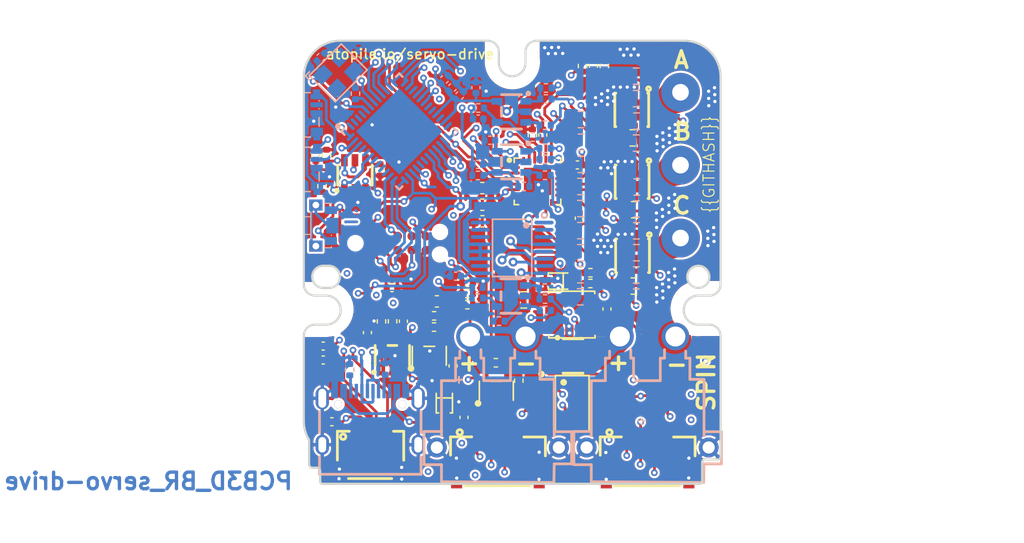
<source format=kicad_pcb>
(kicad_pcb (version 20240108) (generator "pcbnew") (generator_version "8.0")
  (layers (0 "F.Cu" signal) (1 "In1.Cu" signal) (2 "In2.Cu" signal) (31 "B.Cu" signal) (34 "B.Paste" user) (35 "F.Paste" user) (36 "B.SilkS" user "B.Silkscreen") (37 "F.SilkS" user "F.Silkscreen") (38 "B.Mask" user) (39 "F.Mask" user) (44 "Edge.Cuts" user))
  (net 0 "")
  (net 1 "power_stage-vcc-2")
  (net 2 "power_stage.phase_a-vcc")
  (net 3 "power_stage.phase_c.half_bridge-vcc-2")
  (net 4 "power_stage-vcc-1")
  (net 5 "power_stage.gate_driver.ic-vcc-3")
  (net 6 "power_stage.phase_b-vcc")
  (net 7 "power_stage.phase_a.half_bridge-vcc-2")
  (net 8 "power_stage-gnd")
  (net 9 "power_stage.gate_driver.ic-vcc-1")
  (net 10 "power_stage.gate_driver.ic-vcc")
  (net 11 "power_stage.phase_c.half_bridge-vcc-1")
  (net 12 "power_stage.gate_driver.ic-vcc-2")
  (net 13 "power_stage.phase_b.half_bridge-vcc")
  (net 14 "power_stage.phase_b.half_bridge-vcc-1")
  (net 15 "power_stage.phase_a.half_bridge-vcc")
  (net 16 "power_stage.phase_c.half_bridge-vcc")
  (net 17 "power_stage.phase_a.half_bridge-vcc-1")
  (net 18 "power_stage.phase_b.half_bridge-vcc-2")
  (net 19 "power_stage.phase_c-vcc")
  (net 20 "micro-mosi")
  (net 21 "micro-miso")
  (net 22 "power_stage.phase_a.half_bridge-gnd")
  (net 23 "power_stage-vcc")
  (net 24 "power_stage.phase_b.half_bridge-gnd")
  (net 25 "power_stage.phase_c.half_bridge-gnd")
  (net 26 "dm")
  (net 27 "power_supply-vcc")
  (net 28 "cc2")
  (net 29 "sub1")
  (net 30 "cc1")
  (net 31 "sub2")
  (net 32 "dp")
  (net 33 "micro.micro-io-1")
  (net 34 "micro.micro-sda")
  (net 35 "pa9")
  (net 36 "pf1_osc_out")
  (net 37 "tdi")
  (net 38 "tx")
  (net 39 "micro.micro-mosi")
  (net 40 "micro-vcc-1")
  (net 41 "power_stage.phase_b.current_sensor-vcc")
  (net 42 "micro-vcc")
  (net 43 "tdo")
  (net 44 "scl")
  (net 45 "tck")
  (net 46 "pb2")
  (net 47 "pb11")
  (net 48 "pb10")
  (net 49 "power_stage.phase_a.current_sensor-vcc-1")
  (net 50 "tms")
  (net 51 "micro.micro-io")
  (net 52 "pb6")
  (net 53 "power_stage.phase_c.current_sensor-vcc")
  (net 54 "micro.micro.ic-vcc")
  (net 55 "reset")
  (net 56 "pc15_osc32_out")
  (net 57 "pc13")
  (net 58 "pc11")
  (net 59 "pc10")
  (net 60 "pc14_osc32_in")
  (net 61 "micro.micro-miso")
  (net 62 "micro-sda")
  (net 63 "micro.micro.ic-vcc-1")
  (net 64 "cb")
  (net 65 "sw")
  (net 66 "power_supply.buck.feedback_div-out")
  (net 67 "rx")
  (net 68 "power_stage.phase_a.current_sensor.opamp-inverting")
  (net 69 "power_stage.phase_a.current_sensor.opamp-gnd")
  (net 70 "power_stage.phase_a.current_sensor.opamp-non_inverting")
  (net 71 "power_stage.phase_b.current_sensor.opamp-inverting")
  (net 72 "power_stage.phase_b.current_sensor.opamp-gnd")
  (net 73 "power_stage.phase_b.current_sensor.opamp-non_inverting")
  (net 74 "power_stage.phase_c.current_sensor.opamp-non_inverting")
  (net 75 "power_stage.phase_c.current_sensor.opamp-inverting")
  (net 76 "power_stage.phase_c.current_sensor.opamp-gnd")
  (net 77 "power_stage.phase_a.current_sensor-vcc")
  (net 78 "power_stage.voltage_reference.opamp-non_inverting")
  (net 79 "power_supply-vcc-1")
  (net 80 "power_supply.ldo5V.feedback_div-out")
  (net 81 "power_supply.ldo3V3.feedback_div-out")
  (net 82 "vref")
  (net 83 "canl")
  (net 84 "canh")
  (net 85 "power_stage.phase_c.current_sensor.bias_div-vcc")
  (net 86 "xout")
  (net 87 "power_stage.phase_a.current_sensor.feedback_div-vcc")
  (net 88 "power_stage.phase_a.current_sensor.bias_div-vcc")
  (net 89 "power_stage.phase_b.current_sensor.feedback_div-vcc")
  (net 90 "power_stage.phase_b.current_sensor.bias_div-vcc")
  (net 91 "ios.led2-vcc")
  (net 92 "ios.led1-vcc")
  (net 93 "anchor")
  (net 94 "micro-vcc-4")
  (net 95 "cs")
  (net 96 "sck")
  (net 97 "micro-vcc-2")
  (net 98 "micro-vcc-3")
  (net 99 "power_stage.phase_c.current_sensor.feedback_div-vcc")
  (footprint "lib:C0402" (layer "F.Cu") (at 206.698066 109.229538 180)
    (property "Reference" "C14" (hide yes))
    (property "Value" "25V 1uF X5R ±10% 0402  Multilayer Ceramic Capacitors MLCC - SMD/SMT ROHS" (hide yes))
  )
  (footprint "lib:TAG-CONNECT_TC2050-IDC" (layer "F.Cu") (at 213.412228 99.961657)
    (property "Reference" "U16" (hide yes))
    (property "Value" "" (hide yes))
  )
  (footprint "lib:R0402" (layer "F.Cu") (at 212.947499 106.997961 -90)
    (property "Reference" "R1" (hide yes))
    (property "Value" "62.5mW Thick Film Resistors 50V ±100ppm/℃ ±1% 10kΩ 0402  Chip Resistor - Surface Mount ROHS" (hide yes))
  )
  (footprint "lib:C0603" (layer "F.Cu") (at 221.039605 97.985536 180)
    (property "Reference" "C31" (hide yes))
    (property "Value" "16V 4.7uF X5R ±10% 0603  Multilayer Ceramic Capacitors MLCC - SMD/SMT ROHS" (hide yes))
  )
  (footprint "lib:R0805" (layer "F.Cu") (at 234.708263 96.943943)
    (property "Reference" "R8" (hide yes))
    (property "Value" "" (hide yes))
  )
  (footprint "lib:CONN-SMD_4P-P1.25_SM04B-GHS-TB-LF-SN" (layer "F.Cu") (at 235.930942 119.105959)
    (property "Reference" "U27" (hide yes))
    (property "Value" "" (hide yes))
  )
  (footprint "lib:C0402" (layer "F.Cu") (at 213.924557 106.991173 90)
    (property "Reference" "C2" (hide yes))
    (property "Value" "16V 100nF X7R ±10% 0402  Multilayer Ceramic Capacitors MLCC - SMD/SMT ROHS" (hide yes))
  )
  (footprint "lib:C0402" (layer "F.Cu") (at 231.051267 83.999084 90)
    (property "Reference" "C28" (hide yes))
    (property "Value" "16V 100nF X7R ±10% 0402  Multilayer Ceramic Capacitors MLCC - SMD/SMT ROHS" (hide yes))
  )
  (footprint "lib:C0402" (layer "F.Cu") (at 219.387442 115.660408 90)
    (property "Reference" "C33" (hide yes))
    (property "Value" "25V 1uF X5R ±10% 0402  Multilayer Ceramic Capacitors MLCC - SMD/SMT ROHS" (hide yes))
  )
  (footprint "lib:R0402" (layer "F.Cu") (at 230.778627 102.622884)
    (property "Reference" "R29" (hide yes))
    (property "Value" "62.5mW Thick Film Resistors 50V ±100ppm/℃ ±1% 41.2kΩ 0402  Chip Resistor - Surface Mount ROHS" (hide yes))
  )
  (footprint "lib:C0603" (layer "F.Cu") (at 221.039605 94.99751 180)
    (property "Reference" "C32" (hide yes))
    (property "Value" "16V 4.7uF X5R ±10% 0603  Multilayer Ceramic Capacitors MLCC - SMD/SMT ROHS" (hide yes))
  )
  (footprint "lib:C0402" (layer "F.Cu") (at 226.487839 90.210935 90)
    (property "Reference" "C41" (hide yes))
    (property "Value" "25V 1uF X5R ±10% 0402  Multilayer Ceramic Capacitors MLCC - SMD/SMT ROHS" (hide yes))
  )
  (footprint "lib:R0402" (layer "F.Cu") (at 211.821154 93.36115 -90)
    (property "Reference" "R2" (hide yes))
    (property "Value" "62.5mW Thick Film Resistors 50V ±100ppm/℃ ±1% 1kΩ 0402  Chip Resistor - Surface Mount ROHS" (hide yes))
  )
  (footprint "lib:C0402" (layer "F.Cu") (at 206.035145 92.070314 90)
    (property "Reference" "C34" (hide yes))
    (property "Value" "25V 1uF X5R ±10% 0402  Multilayer Ceramic Capacitors MLCC - SMD/SMT ROHS" (hide yes))
  )
  (footprint "lib:V-DFN3030-8K_L3.0-W3.0-P0.65-BL" (layer "F.Cu") (at 234.5686 101.100103 180)
    (property "Reference" "U3" (hide yes))
    (property "Value" "" (hide yes))
  )
  (footprint "lib:R0805" (layer "F.Cu") (at 234.669908 103.82183)
    (property "Reference" "R47" (hide yes))
    (property "Value" "" (hide yes))
  )
  (footprint "lib:C0402" (layer "F.Cu") (at 219.71 103.505 180)
    (property "Reference" "C19" (hide yes))
    (property "Value" "16V 100nF X7R ±10% 0402  Multilayer Ceramic Capacitors MLCC - SMD/SMT ROHS" (hide yes))
  )
  (footprint "lib:C0603" (layer "F.Cu") (at 221.039605 96.491523 180)
    (property "Reference" "C23" (hide yes))
    (property "Value" "16V 4.7uF X5R ±10% 0603  Multilayer Ceramic Capacitors MLCC - SMD/SMT ROHS" (hide yes))
  )
  (footprint "lib:R0402" (layer "F.Cu") (at 225.552263 90.20602 90)
    (property "Reference" "R31" (hide yes))
    (property "Value" "62.5mW Thick Film Resistors 50V ±100ppm/℃ ±1% 41.2kΩ 0402  Chip Resistor - Surface Mount ROHS" (hide yes))
  )
  (footprint "lib:CONN-SMD_4P-P1.25_SM04B-GHS-TB-LF-SN" (layer "F.Cu") (at 222.441098 119.103001)
    (property "Reference" "U26" (hide yes))
    (property "Value" "" (hide yes))
  )
  (footprint "lib:NetTie-2_SMD_Pad0.25mm" (layer "F.Cu") (at 234.76377 97.061015)
    (property "Reference" "U33" (hide yes))
    (property "Value" "" (hide yes))
  )
  (footprint "lib:SOT-23-5_L3.0-W1.7-P0.95-LS2.8-BR" (layer "F.Cu") (at 212.929142 110.074808 -90)
    (property "Reference" "U4" (hide yes))
    (property "Value" "" (hide yes))
  )
  (footprint "lib:R0402" (layer "F.Cu") (at 211.950029 107.009118 90)
    (property "Reference" "R38" (hide yes))
    (property "Value" "62.5mW Thick Film Resistors 50V ±100ppm/℃ ±1% 10kΩ 0402  Chip Resistor - Surface Mount ROHS" (hide yes))
  )
  (footprint "lib:SOD-323_L1.8-W1.3-LS2.5-RD" (layer "F.Cu") (at 227.88839 103.376613 180)
    (property "Reference" "U36" (hide yes))
    (property "Value" "" (hide yes))
  )
  (footprint "lib:R0402" (layer "F.Cu") (at 224.325347 112.346179 90)
    (property "Reference" "R21" (hide yes))
    (property "Value" "62.5mW Thick Film Resistors 50V ±100ppm/℃ ±1% 11.5kΩ 0402  Chip Resistor - Surface Mount ROHS" (hide yes))
  )
  (footprint "lib:R0402" (layer "F.Cu") (at 219.684869 104.49394 180)
    (property "Reference" "R11" (hide yes))
    (property "Value" "62.5mW Thick Film Resistors 50V ±100ppm/℃ ±1% 3kΩ 0402  Chip Resistor - Surface Mount ROHS" (hide yes))
  )
  (footprint "lib:SOT-23-5_L3.0-W1.7-P0.95-LS2.8-BL" (layer "F.Cu") (at 222.299803 113.256657)
    (property "Reference" "U23" (hide yes))
    (property "Value" "" (hide yes))
  )
  (footprint "lib:NetTie-2_SMD_Pad0.25mm" (layer "F.Cu") (at 234.741492 90.399122)
    (property "Reference" "U19" (hide yes))
    (property "Value" "" (hide yes))
  )
  (footprint "lib:SOT-23-6_L2.9-W1.6-P0.95-LS2.8-BR" (layer "F.Cu") (at 209.558188 93.832483 -90)
    (property "Reference" "U18" (hide yes))
    (property "Value" "" (hide yes))
  )
  (footprint "lib:VQFN-24_L4.0-W4.0-P0.50-TL-EP2.5" (layer "F.Cu") (at 226.010123 94.388415)
    (property "Reference" "U12" (hide yes))
    (property "Value" "" (hide yes))
  )
  (footprint "lib:C0402" (layer "F.Cu") (at 229.605344 92.908097)
    (property "Reference" "C43" (hide yes))
    (property "Value" "25V 1uF X5R ±10% 0402  Multilayer Ceramic Capacitors MLCC - SMD/SMT ROHS" (hide yes))
  )
  (footprint "lib:SOT-23-6_L2.9-W1.6-P0.95-LS2.8-BR" (layer "F.Cu") (at 229.212249 110.124245 180)
    (property "Reference" "U6" (hide yes))
    (property "Value" "" (hide yes))
  )
  (footprint "lib:C0402" (layer "F.Cu") (at 218.404213 111.018358 90)
    (property "Reference" "C5" (hide yes))
    (property "Value" "25V 1uF X5R ±10% 0402  Multilayer Ceramic Capacitors MLCC - SMD/SMT ROHS" (hide yes))
  )
  (footprint "lib:CONN-SMD_4P-P1.00_SM04B-SRSS-TB-LF-SN" (layer "F.Cu") (at 210.993629 118.709264)
    (property "Reference" "U15" (hide yes))
    (property "Value" "" (hide yes))
  )
  (footprint "lib:NetTie-2_SMD_Pad0.25mm" (layer "F.Cu") (at 232.872566 103.891269)
    (property "Reference" "U34" (hide yes))
    (property "Value" "" (hide yes))
  )
  (footprint "lib:OutputPad" (layer "F.Cu") (at 238.896578 92.928145 90)
    (property "Reference" "U8" (hide yes))
    (property "Value" "" (hide yes))
  )
  (footprint "lib:C0402" (layer "F.Cu") (at 207.478779 116.049041 180)
    (property "Reference" "C16" (hide yes))
    (property "Value" "16V 100nF X7R ±10% 0402  Multilayer Ceramic Capacitors MLCC - SMD/SMT ROHS" (hide yes))
  )
  (footprint "lib:R0402" (layer "F.Cu") (at 222.25509 110.732959 180)
    (property "Reference" "R22" (hide yes))
    (property "Value" "62.5mW Thick Film Resistors 50V ±100ppm/℃ ±1% 6.2kΩ 0402  Chip Resistor - Surface Mount ROHS" (hide yes))
  )
  (footprint "lib:NetTie-2_SMD_Pad0.25mm" (layer "F.Cu") (at 232.775287 90.469506)
    (property "Reference" "U17" (hide yes))
    (property "Value" "" (hide yes))
  )
  (footprint "lib:R0402" (layer "F.Cu") (at 230.068402 83.993079 -90)
    (property "Reference" "R15" (hide yes))
    (property "Value" "62.5mW Thick Film Resistors 50V ±100ppm/℃ ±1% 10kΩ 0402  Chip Resistor - Surface Mount ROHS" (hide yes))
  )
  (footprint "lib:NetTie-2_SMD_Pad0.25mm" (layer "F.Cu") (at 234.763307 103.789241)
    (property "Reference" "U35" (hide yes))
    (property "Value" "" (hide yes))
  )
  (footprint "lib:OutputPad" (layer "F.Cu") (at 238.896578 86.36 -90)
    (property "Reference" "U7" (hide yes))
    (property "Value" "" (hide yes))
  )
  (footprint "lib:R0805" (layer "F.Cu") (at 234.56949 90.468395)
    (property "Reference" "R4" (hide yes))
    (property "Value" "" (hide yes))
  )
  (footprint "lib:V-DFN3030-8K_L3.0-W3.0-P0.65-BL" (layer "F.Cu") (at 234.498801 87.95687 180)
    (property "Reference" "U28" (hide yes))
    (property "Value" "" (hide yes))
  )
  (footprint "lib:C0402" (layer "F.Cu") (at 210.68733 108.018642 90)
    (property "Reference" "C7" (hide yes))
    (property "Value" "25V 1uF X5R ±10% 0402  Multilayer Ceramic Capacitors MLCC - SMD/SMT ROHS" (hide yes))
  )
  (footprint "lib:NetTie-2_SMD_Pad0.25mm" (layer "F.Cu") (at 232.931158 97.034284)
    (property "Reference" "U31" (hide yes))
    (property "Value" "" (hide yes))
  )
  (footprint "lib:IND-SMD_L4.0-W4.0" (layer "F.Cu") (at 229.105748 106.389657 180)
    (property "Reference" "U10" (hide yes))
    (property "Value" "" (hide yes))
  )
  (footprint "lib:R0402" (layer "F.Cu") (at 232.034189 83.987236 90)
    (property "Reference" "R19" (hide yes))
    (property "Value" "10kohm +/- 1%" (hide yes))
  )
  (footprint "lib:OutputPad" (layer "F.Cu") (at 238.896578 99.49629 -90)
    (property "Reference" "U9" (hide yes))
    (property "Value" "" (hide yes))
  )
  (footprint "lib:C0603" (layer "F.Cu") (at 216.943789 105.203224 180)
    (property "Reference" "C1" (hide yes))
    (property "Value" "50V 1uF X5R ±10% 0603  Multilayer Ceramic Capacitors MLCC - SMD/SMT ROHS" (hide yes))
  )
  (footprint "lib:R0402" (layer "F.Cu") (at 230.774378 103.594154)
    (property "Reference" "R30" (hide yes))
    (property "Value" "62.5mW Thick Film Resistors 50V ±100ppm/℃ ±1% 4.3kΩ 0402  Chip Resistor - Surface Mount ROHS" (hide yes))
  )
  (footprint "lib:R0402" (layer "F.Cu") (at 206.59619 94.825063 -90)
    (property "Reference" "R20" (hide yes))
    (property "Value" "62.5mW Thick Film Resistors 50V ±100ppm/℃ ±1% 10kΩ 0402  Chip Resistor - Surface Mount ROHS" (hide yes))
  )
  (footprint "lib:C0402" (layer "F.Cu") (at 212.895497 103.964023)
    (property "Reference" "C15" (hide yes))
    (property "Value" "25V 1uF X5R ±10% 0402  Multilayer Ceramic Capacitors MLCC - SMD/SMT ROHS" (hide yes))
  )
  (footprint "lib:SOT-23-5_L3.0-W1.7-P0.95-LS2.8-BL" (layer "F.Cu") (at 216.258542 110.105673)
    (property "Reference" "U22" (hide yes))
    (property "Value" "" (hide yes))
  )
  (footprint "lib:C0402" (layer "F.Cu") (at 206.700372 110.487106 180)
    (property "Reference" "C9" (hide yes))
    (property "Value" "25V 1uF X5R ±10% 0402  Multilayer Ceramic Capacitors MLCC - SMD/SMT ROHS" (hide yes))
  )
  (footprint "lib:R0402" (layer "F.Cu") (at 216.684933 107.519958)
    (property "Reference" "R17" (hide yes))
    (property "Value" "62.5mW Thick Film Resistors 50V ±100ppm/℃ ±1% 20.5kΩ 0402  Chip Resistor - Surface Mount ROHS" (hide yes))
  )
  (footprint "lib:V-DFN3030-8K_L3.0-W3.0-P0.65-BL" (layer "F.Cu") (at 234.532534 94.435192 180)
    (property "Reference" "U1" (hide yes))
    (property "Value" "" (hide yes))
  )
  (footprint "lib:R0402" (layer "F.Cu") (at 216.690997 106.507356 180)
    (property "Reference" "R18" (hide yes))
    (property "Value" "62.5mW Thick Film Resistors 50V ±100ppm/℃ ±1% 6.34kΩ 0402  Chip Resistor - Surface Mount ROHS" (hide yes))
  )
  (footprint "lib:C0402" (layer "F.Cu") (at 232.269271 105.890783 90)
    (property "Reference" "C24" (hide yes))
    (property "Value" "16V 100nF X7R ±10% 0402  Multilayer Ceramic Capacitors MLCC - SMD/SMT ROHS" (hide yes))
  )
  (footprint "lib:SOIC-8_L4.9-W3.9-P1.27-LS6.0-BL" (layer "F.Cu") (at 229.13551 114.409602 -90)
    (property "Reference" "U25" (hide yes))
    (property "Value" "" (hide yes))
  )
  (footprint "lib:R0402" (layer "F.Cu") (at 206.994244 92.045928 90)
    (property "Reference" "R3" (hide yes))
    (property "Value" "62.5mW Thick Film Resistors 50V ±100ppm/℃ ±1% 100kΩ 0402  Chip Resistor - Surface Mount ROHS" (hide yes))
  )
  (footprint "lib:SOD-323_L1.8-W1.3-LS2.5-RD" (layer "F.Cu") (at 217.614033 114.344378 -90)
    (property "Reference" "U30" (hide yes))
    (property "Value" "" (hide yes))
  )
  (footprint "lib:C0805" (layer "F.Cu") (at 224.770007 105.067714 180)
    (property "Reference" "C8" (hide yes))
    (property "Value" "25V 10uF X5R ±10% 0805  Multilayer Ceramic Capacitors MLCC - SMD/SMT ROHS" (hide yes))
  )
  (footprint "lib:C0402" (layer "F.Cu") (at 229.778271 97.712579 90)
    (property "Reference" "C45" (hide yes))
    (property "Value" "25V 1uF X5R ±10% 0402  Multilayer Ceramic Capacitors MLCC - SMD/SMT ROHS" (hide yes))
  )
  (footprint "lib:R0402" (layer "F.Cu") (at 219.688692 105.501603)
    (property "Reference" "R10" (hide yes))
    (property "Value" "62.5mW Thick Film Resistors 50V ±100ppm/℃ ±0.5% 27.4kΩ 0402  Chip Resistor - Surface Mount ROHS" (hide yes))
  )
  (footprint "lib:C0402" (layer "B.Cu") (at 221.712258 90.680843 180)
    (property "Reference" "C50" (hide yes))
    (property "Value" "25V 1uF X5R ±10% 0402  Multilayer Ceramic Capacitors MLCC - SMD/SMT ROHS" (hide yes))
  )
  (footprint "lib:C0402" (layer "B.Cu") (at 218.34839 85.923804 45)
    (property "Reference" "C40" (hide yes))
    (property "Value" "16V 100nF X7R ±10% 0402  Multilayer Ceramic Capacitors MLCC - SMD/SMT ROHS" (hide yes))
  )
  (footprint "lib:UFQFPN-48_L7.0-W7.0-P0.50-BL-EP" (layer "B.Cu") (at 213.5505 89.895967 45)
    (property "Reference" "U13" (hide yes))
    (property "Value" "" (hide yes))
  )
  (footprint "lib:KEY-SMD_SKTDLDE010" (layer "B.Cu") (at 206.786391 98.37 -90)
    (property "Reference" "U11" (hide yes))
    (property "Value" "" (hide yes))
  )
  (footprint "lib:R0402" (layer "B.Cu") (at 225.578108 90.394345 180)
    (property "Reference" "R12" (hide yes))
    (property "Value" "62.5mW Thick Film Resistors 50V ±100ppm/℃ ±1% 47kΩ 0402  Chip Resistor - Surface Mount ROHS" (hide yes))
  )
  (footprint "lib:C0805" (layer "B.Cu") (at 234.918411 96.872522)
    (property "Reference" "C26" (hide yes))
    (property "Value" "" (hide yes))
  )
  (footprint "lib:C0805" (layer "B.Cu") (at 234.903542 84.910002)
    (property "Reference" "C20" (hide yes))
    (property "Value" "" (hide yes))
  )
  (footprint "lib:R0402" (layer "B.Cu") (at 226.667821 104.014969 180)
    (property "Reference" "R50" (hide yes))
    (property "Value" "62.5mW Thick Film Resistors 50V ±100ppm/℃ ±1% 1kΩ 0402  Chip Resistor - Surface Mount ROHS" (hide yes))
  )
  (footprint "lib:R0402" (layer "B.Cu") (at 224.776568 94.84356 180)
    (property "Reference" "R26" (hide yes))
    (property "Value" "62.5mW Thick Film Resistors 50V ±100ppm/℃ ±1% 47kΩ 0402  Chip Resistor - Surface Mount ROHS" (hide yes))
  )
  (footprint "lib:R0402" (layer "B.Cu") (at 220.599629 104.90801 180)
    (property "Reference" "R52" (hide yes))
    (property "Value" "62.5mW Thick Film Resistors 50V ±100ppm/℃ ±1% 73.2Ω 0402  Chip Resistor - Surface Mount ROHS" (hide yes))
  )
  (footprint "lib:C0402" (layer "B.Cu") (at 220.661845 88.76886)
    (property "Reference" "C10" (hide yes))
    (property "Value" "50V 2.2nF X7R ±10% 0402  Multilayer Ceramic Capacitors MLCC - SMD/SMT ROHS" (hide yes))
  )
  (footprint "lib:R0402" (layer "B.Cu") (at 226.768212 85.976087)
    (property "Reference" "R14" (hide yes))
    (property "Value" "62.5mW Thick Film Resistors 50V ±100ppm/℃ ±1% 47kΩ 0402  Chip Resistor - Surface Mount ROHS" (hide yes))
  )
  (footprint "lib:C0805" (layer "B.Cu") (at 229.919292 92.861553 180)
    (property "Reference" "C36" (hide yes))
    (property "Value" "" (hide yes))
  )
  (footprint "lib:R0402" (layer "B.Cu") (at 226.698928 92.397598)
    (property "Reference" "R45" (hide yes))
    (property "Value" "62.5mW Thick Film Resistors 50V ±100ppm/℃ ±1% 47kΩ 0402  Chip Resistor - Surface Mount ROHS" (hide yes))
  )
  (footprint "lib:R0402" (layer "B.Cu") (at 220.635327 93.854504 180)
    (property "Reference" "R46" (hide yes))
    (property "Value" "62.5mW Thick Film Resistors 50V ±100ppm/℃ ±1% 73.2Ω 0402  Chip Resistor - Surface Mount ROHS" (hide yes))
  )
  (footprint "lib:C0805" (layer "B.Cu") (at 234.90177 90.93792)
    (property "Reference" "C3" (hide yes))
    (property "Value" "" (hide yes))
  )
  (footprint "lib:R0402" (layer "B.Cu") (at 222.536538 106.982377 180)
    (property "Reference" "R49" (hide yes))
    (property "Value" "62.5mW Thick Film Resistors 50V ±100ppm/℃ ±1% 47kΩ 0402  Chip Resistor - Surface Mount ROHS" (hide yes))
  )
  (footprint "lib:C0402" (layer "B.Cu") (at 210.228915 82.953619 135)
    (property "Reference" "C44" (hide yes))
    (property "Value" "50V 18pF C0G ±5% 0402  Multilayer Ceramic Capacitors MLCC - SMD/SMT ROHS" (hide yes))
  )
  (footprint "lib:C0805" (layer "B.Cu") (at 234.933418 88.956803)
    (property "Reference" "C25" (hide yes))
    (property "Value" "" (hide yes))
  )
  (footprint "lib:C0402" (layer "B.Cu") (at 220.616569 92.860471)
    (property "Reference" "C11" (hide yes))
    (property "Value" "50V 2.2nF X7R ±10% 0402  Multilayer Ceramic Capacitors MLCC - SMD/SMT ROHS" (hide yes))
  )
  (footprint "lib:SOT-23-5_L3.0-W1.7-P0.95-LS2.8-BR" (layer "B.Cu") (at 223.665489 88.121732)
    (property "Reference" "U20" (hide yes))
    (property "Value" "" (hide yes))
  )
  (footprint "lib:OSC-SMD_4P-L3.2-W2.5-BL" (layer "B.Cu") (at 208.058844 84.613587 45)
    (property "Reference" "U37" (hide yes))
    (property "Value" "" (hide yes))
  )
  (footprint "lib:R0402" (layer "B.Cu") (at 226.690766 91.40641 180)
    (property "Reference" "R44" (hide yes))
    (property "Value" "62.5mW Thick Film Resistors 50V ±100ppm/℃ ±1% 1kΩ 0402  Chip Resistor - Surface Mount ROHS" (hide yes))
  )
  (footprint "lib:R0402" (layer "B.Cu") (at 226.765506 86.965157 180)
    (property "Reference" "R13" (hide yes))
    (property "Value" "62.5mW Thick Film Resistors 50V ±100ppm/℃ ±1% 1kΩ 0402  Chip Resistor - Surface Mount ROHS" (hide yes))
  )
  (footprint "lib:C0805" (layer "B.Cu") (at 234.924137 100.816084)
    (property "Reference" "C6" (hide yes))
    (property "Value" "" (hide yes))
  )
  (footprint "lib:R0402" (layer "B.Cu") (at 226.694067 89.324386 180)
    (property "Reference" "R6" (hide yes))
    (property "Value" "62.5mW Thick Film Resistors 50V ±100ppm/℃ ±1% 1kΩ 0402  Chip Resistor - Surface Mount ROHS" (hide yes))
  )
  (footprint "lib:LED-SMD_4P-L4.0-W1.4_SK6805SIDE-S" (layer "B.Cu") (at 206.113021 88.335693 90)
    (property "Reference" "U32" (hide yes))
    (property "Value" "" (hide yes))
  )
  (footprint "lib:C0805" (layer "B.Cu") (at 229.936919 90.858681 180)
    (property "Reference" "C35" (hide yes))
    (property "Value" "" (hide yes))
  )
  (footprint "lib:C0805" (layer "B.Cu") (at 234.906304 104.821759)
    (property "Reference" "C29" (hide yes))
    (property "Value" "" (hide yes))
  )
  (footprint "lib:C0805" (layer "B.Cu") (at 234.919476 98.844787)
    (property "Reference" "C27" (hide yes))
    (property "Value" "" (hide yes))
  )
  (footprint "lib:TSSOP-16_L5.0-W4.4-P0.65-LS6.4-BL" (layer "B.Cu") (at 223.72516 100.381043 -90)
    (property "Reference" "U29" (hide yes))
    (property "Value" "" (hide yes))
  )
  (footprint "lib:C0805" (layer "B.Cu") (at 229.881774 98.826991 180)
    (property "Reference" "C47" (hide yes))
    (property "Value" "" (hide yes))
  )
  (footprint "lib:R0402" (layer "B.Cu") (at 209.086808 111.356669 90)
    (property "Reference" "R9" (hide yes))
    (property "Value" "62.5mW Thick Film Resistors 50V ±100ppm/℃ ±1% 5.1kΩ 0402  Chip Resistor - Surface Mount ROHS" (hide yes))
  )
  (footprint "lib:CONN-TH_XT30PW-M" (layer "B.Cu") (at 235.935124 113.367924 180)
    (property "Reference" "U14" (hide yes))
    (property "Value" "" (hide yes))
  )
  (footprint "lib:R0402" (layer "B.Cu") (at 209.605278 86.479434 90)
    (property "Reference" "R7" (hide yes))
    (property "Value" "62.5mW Thick Film Resistors 50V ±100ppm/℃ ±1% 220Ω 0402  Chip Resistor - Surface Mount ROHS" (hide yes))
  )
  (footprint "lib:C0805" (layer "B.Cu") (at 234.9129 102.818352)
    (property "Reference" "C22" (hide yes))
    (property "Value" "" (hide yes))
  )
  (footprint "lib:R0402" (layer "B.Cu") (at 226.686073 93.838685 180)
    (property "Reference" "R25" (hide yes))
    (property "Value" "62.5mW Thick Film Resistors 50V ±100ppm/℃ ±1% 1kΩ 0402  Chip Resistor - Surface Mount ROHS" (hide yes))
  )
  (footprint "lib:C0402" (layer "B.Cu") (at 220.46085 85.936576 90)
    (property "Reference" "C51" (hide yes))
    (property "Value" "16V 100nF X7R ±10% 0402  Multilayer Ceramic Capacitors MLCC - SMD/SMT ROHS" (hide yes))
  )
  (footprint "lib:C0805" (layer "B.Cu") (at 234.959138 94.895598)
    (property "Reference" "C4" (hide yes))
    (property "Value" "" (hide yes))
  )
  (footprint "lib:C0402" (layer "B.Cu") (at 206.478577 83.195225 45)
    (property "Reference" "C42" (hide yes))
    (property "Value" "50V 18pF C0G ±5% 0402  Multilayer Ceramic Capacitors MLCC - SMD/SMT ROHS" (hide yes))
  )
  (footprint "lib:R0402" (layer "B.Cu") (at 212.287447 111.294215 90)
    (property "Reference" "R5" (hide yes))
    (property "Value" "62.5mW Thick Film Resistors 50V ±100ppm/℃ ±1% 5.1kΩ 0402  Chip Resistor - Surface Mount ROHS" (hide yes))
  )
  (footprint "lib:R0402" (layer "B.Cu") (at 226.725133 106.02256 180)
    (property "Reference" "R48" (hide yes))
    (property "Value" "62.5mW Thick Film Resistors 50V ±100ppm/℃ ±1% 1kΩ 0402  Chip Resistor - Surface Mount ROHS" (hide yes))
  )
  (footprint "lib:SOT-23-5_L3.0-W1.7-P0.95-LS2.8-BR" (layer "B.Cu") (at 223.665489 92.629538)
    (property "Reference" "U21" (hide yes))
    (property "Value" "" (hide yes))
  )
  (footprint "lib:C0402" (layer "B.Cu") (at 218.627836 102.933229 180)
    (property "Reference" "C18" (hide yes))
    (property "Value" "16V 100nF X7R ±10% 0402  Multilayer Ceramic Capacitors MLCC - SMD/SMT ROHS" (hide yes))
  )
  (footprint "lib:C0805" (layer "B.Cu") (at 229.881774 102.80395 180)
    (property "Reference" "C49" (hide yes))
    (property "Value" "" (hide yes))
  )
  (footprint "lib:C0805" (layer "B.Cu") (at 229.881774 94.850032 180)
    (property "Reference" "C37" (hide yes))
    (property "Value" "" (hide yes))
  )
  (footprint "lib:CONN-TH_XT30PW-M" (layer "B.Cu") (at 222.435124 113.367924 180)
    (property "Reference" "U2" (hide yes))
    (property "Value" "" (hide yes))
  )
  (footprint "lib:C0402" (layer "B.Cu") (at 220.594438 103.949057)
    (property "Reference" "C12" (hide yes))
    (property "Value" "50V 2.2nF X7R ±10% 0402  Multilayer Ceramic Capacitors MLCC - SMD/SMT ROHS" (hide yes))
  )
  (footprint "lib:C0805" (layer "B.Cu") (at 234.900327 86.929347)
    (property "Reference" "C21" (hide yes))
    (property "Value" "" (hide yes))
  )
  (footprint "lib:LED-SMD_4P-L4.0-W1.4_SK6805SIDE-S" (layer "B.Cu") (at 206.119585 93.248103 90)
    (property "Reference" "U5" (hide yes))
    (property "Value" "" (hide yes))
  )
  (footprint "lib:USB-C-SMD_KH-TYPE-C-16P" (layer "B.Cu") (at 210.933789 115.705178 180)
    (property "Reference" "J1" (hide yes))
    (property "Value" "" (hide yes))
  )
  (footprint "lib:C0805" (layer "B.Cu") (at 229.859804 104.792516 180)
    (property "Reference" "C39" (hide yes))
    (property "Value" "" (hide yes))
  )
  (footprint "lib:C0805" (layer "B.Cu") (at 229.936919 88.818291 180)
    (property "Reference" "C30" (hide yes))
    (property "Value" "" (hide yes))
  )
  (footprint "lib:SOT-23-5_L3.0-W1.7-P0.95-LS2.8-BR" (layer "B.Cu") (at 223.62171 104.720856)
    (property "Reference" "U24" (hide yes))
    (property "Value" "" (hide yes))
  )
  (footprint "lib:R0402" (layer "B.Cu") (at 226.694584 104.988832)
    (property "Reference" "R51" (hide yes))
    (property "Value" "62.5mW Thick Film Resistors 50V ±100ppm/℃ ±1% 47kΩ 0402  Chip Resistor - Surface Mount ROHS" (hide yes))
  )
  (footprint "lib:C0805" (layer "B.Cu") (at 229.881774 96.838511 180)
    (property "Reference" "C38" (hide yes))
    (property "Value" "" (hide yes))
  )
  (footprint "lib:C0402" (layer "B.Cu") (at 217.62646 85.203094 45)
    (property "Reference" "C13" (hide yes))
    (property "Value" "16V 100nF X7R ±10% 0402  Multilayer Ceramic Capacitors MLCC - SMD/SMT ROHS" (hide yes))
  )
  (footprint "lib:C0805" (layer "B.Cu") (at 229.881774 100.81547 180)
    (property "Reference" "C48" (hide yes))
    (property "Value" "" (hide yes))
  )
  (footprint "lib:C0402" (layer "B.Cu") (at 218.993118 86.652296 45)
    (property "Reference" "C17" (hide yes))
    (property "Value" "16V 100nF X7R ±10% 0402  Multilayer Ceramic Capacitors MLCC - SMD/SMT ROHS" (hide yes))
  )
  (footprint "lib:R0402" (layer "B.Cu") (at 220.675217 87.77714 180)
    (property "Reference" "R16" (hide yes))
    (property "Value" "62.5mW Thick Film Resistors 50V ±100ppm/℃ ±1% 73.2Ω 0402  Chip Resistor - Surface Mount ROHS" (hide yes))
  )
  (gr_arc (start 206.127868 120.192132) (mid 206.340001 120.279999) (end 206.427868 120.492132) (stroke (width 0.2)) (layer "Edge.Cuts"))
  (gr_line (start 241.502868 107.303633) (end 240.502868 107.303633) (stroke (width 0.2)) (layer "Edge.Cuts"))
  (gr_arc (start 206.627868 121.642132) (mid 206.486447 121.583553) (end 206.427868 121.442132) (stroke (width 0.2)) (layer "Edge.Cuts"))
  (gr_line (start 207.202868 103.992133) (end 206.702868 103.992133) (stroke (width 0.2)) (layer "Edge.Cuts"))
  (gr_arc (start 242.502868 103.680633) (mid 242.209975 104.38774) (end 241.502868 104.680633) (stroke (width 0.2)) (layer "Edge.Cuts"))
  (gr_line (start 242.502522 116.039782) (end 242.502868 115.992133) (stroke (width 0.2)) (layer "Edge.Cuts"))
  (gr_arc (start 239.227868 81.717133) (mid 241.543639 82.676354) (end 242.502868 84.992122) (stroke (width 0.2)) (layer "Edge.Cuts"))
  (gr_line (start 239.227868 81.717133) (end 225.927868 81.717133) (stroke (width 0.2)) (layer "Edge.Cuts"))
  (gr_line (start 206.702868 101.992133) (end 207.202868 101.992133) (stroke (width 0.2)) (layer "Edge.Cuts"))
  (gr_arc (start 242.502522 119.242133) (mid 242.443941 119.383538) (end 242.302522 119.442133) (stroke (width 0.2)) (layer "Edge.Cuts"))
  (gr_arc (start 205.388008 117.623335) (mid 205.063523 116.836255) (end 204.952868 115.992133) (stroke (width 0.2)) (layer "Edge.Cuts"))
  (gr_line (start 240.845964 121.442132) (end 240.845964 119.692133) (stroke (width 0.2)) (layer "Edge.Cuts"))
  (gr_arc (start 206.702868 103.992133) (mid 205.702868 102.992133) (end 206.702868 101.992133) (stroke (width 0.2)) (layer "Edge.Cuts"))
  (gr_arc (start 240.845964 121.442132) (mid 240.787385 121.583553) (end 240.645964 121.642132) (stroke (width 0.2)) (layer "Edge.Cuts"))
  (gr_line (start 205.727868 120.192132) (end 206.127868 120.192132) (stroke (width 0.2)) (layer "Edge.Cuts"))
  (gr_arc (start 241.502868 107.303633) (mid 242.209975 107.596526) (end 242.502868 108.303633) (stroke (width 0.2)) (layer "Edge.Cuts"))
  (gr_line (start 204.952868 84.992133) (end 204.952868 103.680633) (stroke (width 0.2)) (layer "Edge.Cuts"))
  (gr_arc (start 207.202868 101.992133) (mid 208.202868 102.992133) (end 207.202868 103.992133) (stroke (width 0.2)) (layer "Edge.Cuts"))
  (gr_line (start 206.427868 120.492132) (end 206.427868 121.442132) (stroke (width 0.2)) (layer "Edge.Cuts"))
  (gr_circle (center 240.502868 102.992133) (end 241.502868 102.992133) (stroke (width 0.2)) (fill none) (layer "Edge.Cuts"))
  (gr_line (start 242.502522 119.242133) (end 242.502522 116.039782) (stroke (width 0.2)) (layer "Edge.Cuts"))
  (gr_line (start 241.095964 119.442133) (end 242.302522 119.442133) (stroke (width 0.2)) (layer "Edge.Cuts"))
  (gr_arc (start 240.845964 119.692133) (mid 240.919187 119.515355) (end 241.095964 119.442133) (stroke (width 0.2)) (layer "Edge.Cuts"))
  (gr_line (start 205.952868 104.680633) (end 206.952868 104.680633) (stroke (width 0.2)) (layer "Edge.Cuts"))
  (gr_line (start 224.927868 82.717133) (end 224.927868 83.717133) (stroke (width 0.2)) (layer "Edge.Cuts"))
  (gr_line (start 221.527868 81.717133) (end 208.227868 81.717133) (stroke (width 0.2)) (layer "Edge.Cuts"))
  (gr_line (start 206.627868 121.642132) (end 240.645964 121.642132) (stroke (width 0.2)) (layer "Edge.Cuts"))
  (gr_arc (start 221.527868 81.717133) (mid 222.234975 82.010026) (end 222.527868 82.717133) (stroke (width 0.2)) (layer "Edge.Cuts"))
  (gr_arc (start 206.952868 104.680633) (mid 208.264368 105.992133) (end 206.952868 107.303633) (stroke (width 0.2)) (layer "Edge.Cuts"))
  (gr_line (start 222.527868 83.717133) (end 222.527868 82.717133) (stroke (width 0.2)) (layer "Edge.Cuts"))
  (gr_line (start 240.502868 104.680633) (end 241.502868 104.680633) (stroke (width 0.2)) (layer "Edge.Cuts"))
  (gr_arc (start 205.952868 104.680633) (mid 205.245762 104.387739) (end 204.952868 103.680633) (stroke (width 0.2)) (layer "Edge.Cuts"))
  (gr_arc (start 204.952868 108.303633) (mid 205.245762 107.596527) (end 205.952868 107.303633) (stroke (width 0.2)) (layer "Edge.Cuts"))
  (gr_line (start 242.502868 115.992133) (end 242.502868 108.303633) (stroke (width 0.2)) (layer "Edge.Cuts"))
  (gr_arc (start 224.927868 83.717133) (mid 223.727868 84.917133) (end 222.527868 83.717133) (stroke (width 0.2)) (layer "Edge.Cuts"))
  (gr_line (start 205.427868 117.772758) (end 205.427868 119.892132) (stroke (width 0.2)) (layer "Edge.Cuts"))
  (gr_line (start 206.952868 107.303633) (end 205.952868 107.303633) (stroke (width 0.2)) (layer "Edge.Cuts"))
  (gr_line (start 204.952868 108.303633) (end 204.952868 115.992133) (stroke (width 0.2)) (layer "Edge.Cuts"))
  (gr_arc (start 205.727868 120.192132) (mid 205.515736 120.104264) (end 205.427868 119.892132) (stroke (width 0.2)) (layer "Edge.Cuts"))
  (gr_arc (start 224.927868 82.717133) (mid 225.220762 82.010027) (end 225.927868 81.717133) (stroke (width 0.2)) (layer "Edge.Cuts"))
  (gr_line (start 242.502868 103.680633) (end 242.502868 84.992122) (stroke (width 0.2)) (layer "Edge.Cuts"))
  (gr_arc (start 205.388008 117.623335) (mid 205.417732 117.695434) (end 205.427868 117.772758) (stroke (width 0.2)) (layer "Edge.Cuts"))
  (gr_arc (start 240.502868 107.303633) (mid 239.191368 105.992133) (end 240.502868 104.680633) (stroke (width 0.2)) (layer "Edge.Cuts"))
  (gr_arc (start 204.952868 84.992133) (mid 205.912094 82.676359) (end 208.227868 81.717133) (stroke (width 0.2)) (layer "Edge.Cuts"))
  (gr_text "PCB3D_BR_servo-drive" (at 204.10055 122.285728 0) (layer "B.Cu") (effects (font (size 1.5 1.5) (thickness 0.3) (bold yes)) (justify left bottom mirror)))
  (gr_text "+" (at 218.383222 112.632606 0) (layer "B.SilkS") (effects (font (size 0.7 0.7) (thickness 0.175) (bold yes)) (justify left bottom)))
  (gr_text "+" (at 234.84263 116.365673 0) (layer "B.SilkS") (effects (font (size 0.7 0.7) (thickness 0.175) (bold yes)) (justify left bottom)))
  (gr_text "-" (at 223.8486 111.616268 0) (layer "F.SilkS") (effects (font (size 1.5 1.5) (thickness 0.3) (bold yes)) (justify left bottom)))
  (gr_text "SPIN" (at 242.103692 115.284911 90) (layer "F.SilkS") (effects (font (size 1.5 1.5) (thickness 0.3) (bold yes)) (justify left bottom)))
  (gr_text "{{GITHASH}} " (at 242.047256 97.338502 90) (layer "F.SilkS") (effects (font (size 1 1) (thickness 0.1)) (justify left bottom)))
  (gr_text "-" (at 237.434397 111.727214 0) (layer "F.SilkS") (effects (font (size 1.5 1.5) (thickness 0.3) (bold yes)) (justify left bottom)))
  (gr_text "+" (at 218.727627 111.600397 0) (layer "F.SilkS") (effects (font (size 1.5 1.5) (thickness 0.3) (bold yes)) (justify left bottom)))
  (gr_text "C" (at 238.061717 97.442768 0) (layer "F.SilkS") (effects (font (size 1.5 1.5) (thickness 0.3) (bold yes)) (justify left bottom)))
  (gr_text "B" (at 238.141749 90.786496 0) (layer "F.SilkS") (effects (font (size 1.5 1.5) (thickness 0.3) (bold yes)) (justify left bottom)))
  (gr_text "A" (at 238.132257 84.324109 0) (layer "F.SilkS") (effects (font (size 1.5 1.5) (thickness 0.3) (bold yes)) (justify left bottom)))
  (gr_text "+" (at 232.185479 111.556614 0) (layer "F.SilkS") (effects (font (size 1.5 1.5) (thickness 0.3) (bold yes)) (justify left bottom)))
  (gr_text "atopile.io/servo-drive" (at 206.829431 83.451056 0) (layer "F.SilkS") (effects (font (size 0.9 0.9)) (justify left bottom)))
  (via (at 239.854009 113.581092) (size 0.6) (drill 0.3) (layers "F.Cu" "B.Cu") (net 0))
  (via (at 211.485761 104.636474) (size 0.6) (drill 0.3) (layers "F.Cu" "B.Cu") (net 0))
  (via (at 208.841195 102.67971) (size 0.6) (drill 0.3) (layers "F.Cu" "B.Cu") (net 0))
  (via (at 241.138157 110.55945) (size 0.6) (drill 0.3) (layers "F.Cu" "B.Cu") (net 0))
  (via (at 219.189034 117.97466) (size 0.6) (drill 0.3) (layers "F.Cu" "B.Cu") (net 0))
  (via (at 234.630536 112.284485) (size 0.6) (drill 0.3) (layers "F.Cu" "B.Cu") (net 0))
  (via (at 213.008361 105.348124) (size 0.6) (drill 0.3) (layers "F.Cu" "B.Cu") (net 0))
  (via (at 239.854009 115.877938) (size 0.6) (drill 0.3) (layers "F.Cu" "B.Cu") (net 0))
  (via (at 220.393265 120.857115) (size 0.6) (drill 0.3) (layers "F.Cu" "B.Cu") (net 0))
  (via (at 216.151723 120.545237) (size 0.6) (drill 0.3) (layers "F.Cu" "B.Cu") (net 0))
  (segment (start 209.622733 96.98) (end 209.716398 97.073665) (width 0.25) (layer "B.Cu") (net 0))
  (segment (start 208.727741 98.033665) (end 208.714655 98.046751) (width 0.25) (layer "B.Cu") (net 0))
  (segment (start 209.716398 98.033665) (end 208.727741 98.033665) (width 0.25) (layer "B.Cu") (net 0))
  (segment (start 230.068402 83.483079) (end 230.056033 83.495448) (width 0.25) (layer "F.Cu") (net 1))
  (segment (start 208.452288 116.049041) (end 208.765021 115.736308) (width 0.25) (layer "F.Cu") (net 1))
  (segment (start 223.537927 113.219781) (end 222.987223 113.219781) (width 0.25) (layer "F.Cu") (net 1))
  (segment (start 209.400137 100.990356) (end 208.198656 99.788875) (width 0.25) (layer "F.Cu") (net 1))
  (segment (start 226.36551 115.039602) (end 224.912434 115.039602) (width 0.25) (layer "F.Cu") (net 1))
  (segment (start 222.987223 113.219781) (end 221.874099 112.106657) (width 0.25) (layer "F.Cu") (net 1))
  (segment (start 210.478529 100.990356) (end 209.400137 100.990356) (width 0.25) (layer "F.Cu") (net 1))
  (segment (start 224.912434 115.039602) (end 224.612253 115.339783) (width 0.25) (layer "F.Cu") (net 1))
  (segment (start 211.540476 108.498642) (end 211.979142 108.937308) (width 0.25) (layer "F.Cu") (net 1))
  (segment (start 225.979801 115.039602) (end 224.180451 113.240252) (width 0.25) (layer "F.Cu") (net 1))
  (segment (start 227.813643 83.495448) (end 223.233738 88.075353) (width 0.25) (layer "F.Cu") (net 1))
  (segment (start 209.428404 93.355) (end 209.558188 93.225216) (width 0.25) (layer "F.Cu") (net 1))
  (segment (start 210.05233 106.628251) (end 210.776463 105.904118) (width 0.25) (layer "F.Cu") (net 1))
  (segment (start 213.975264 96.196522) (end 212.178902 96.196522) (width 0.25) (layer "F.Cu") (net 1))
  (segment (start 210.872228 100.596657) (end 210.478529 100.990356) (width 0.25) (layer "F.Cu") (net 1))
  (segment (start 219.896058 112.106657) (end 219.76007 112.242645) (width 0.25) (layer "F.Cu") (net 1))
  (segment (start 208.888102 115.613227) (end 210.062592 115.613227) (width 0.25) (layer "F.Cu") (net 1))
  (segment (start 208.765021 115.736308) (end 208.888102 115.613227) (width 0.25) (layer "F.Cu") (net 1))
  (segment (start 212.178902 96.196522) (end 210.964527 97.410897) (width 0.25) (layer "F.Cu") (net 1))
  (segment (start 212.363656 105.904118) (end 212.363656 102.097314) (width 0.25) (layer "F.Cu") (net 1))
  (segment (start 208.198656 99.788875) (end 208.198656 96.700157) (width 0.25) (layer "F.Cu") (net 1))
  (segment (start 210.05233 107.871251) (end 210.05233 106.628251) (width 0.25) (layer "F.Cu") (net 1))
  (segment (start 211.835263 101.559692) (end 211.835263 101.568921) (width 0.25) (layer "F.Cu") (net 1))
  (segment (start 210.872228 100.596657) (end 211.835263 101.559692) (width 0.25) (layer "F.Cu") (net 1))
  (segment (start 208.909396 97.410897) (end 208.198656 96.700157) (width 0.25) (layer "F.Cu") (net 1))
  (segment (start 212.363656 105.904118) (end 212.947499 106.487961) (width 0.25) (layer "F.Cu") (net 1))
  (segment (start 207.958779 116.049041) (end 208.452288 116.049041) (width 0.25) (layer "F.Cu") (net 1))
  (segment (start 210.964527 97.410897) (end 208.909396 97.410897) (width 0.25) (layer "F.Cu") (net 1))
  (segment (start 226.36551 115.039602) (end 225.979801 115.039602) (width 0.25) (layer "F.Cu") (net 1))
  (segment (start 209.558188 93.225216) (end 209.558188 92.482483) (width 0.25) (layer "F.Cu") (net 1))
  (segment (start 210.68733 108.498642) (end 210.679721 108.498642) (width 0.25) (layer "F.Cu") (net 1))
  (segment (start 223.961745 113.219781) (end 223.537927 113.219781) (width 0.25) (layer "F.Cu") (net 1))
  (segment (start 223.27485 95.189392) (end 223.119297 95.344945) (width 0.25) (layer "F.Cu") (net 1))
  (segment (start 210.062592 115.613227) (end 210.493629 116.044264) (width 0.25) (layer "F.Cu") (net 1))
  (segment (start 221.349803 112.106657) (end 219.896058 112.106657) (width 0.25) (layer "F.Cu") (net 1))
  (segment (start 221.874099 112.106657) (end 221.349803 112.106657) (width 0.25) (layer "F.Cu") (net 1))
  (segment (start 223.27485 95.138415) (end 223.27485 95.189392) (width 0.25) (layer "F.Cu") (net 1))
  (segment (start 210.776463 105.904118) (end 212.363656 105.904118) (width 0.25) (layer "F.Cu") (net 1))
  (segment (start 210.679721 108.498642) (end 210.05233 107.871251) (width 0.25) (layer "F.Cu") (net 1))
  (segment (start 212.363656 102.097314) (end 211.835263 101.568921) (width 0.25) (layer "F.Cu") (net 1))
  (segment (start 224.325347 112.856179) (end 223.961745 113.219781) (width 0.25) (layer "F.Cu") (net 1))
  (segment (start 210.493629 116.044264) (end 210.493629 116.769264) (width 0.25) (layer "F.Cu") (net 1))
  (segment (start 224.110123 95.138415) (end 223.27485 95.138415) (width 0.25) (layer "F.Cu") (net 1))
  (segment (start 230.056033 83.495448) (end 227.813643 83.495448) (width 0.25) (layer "F.Cu") (net 1))
  (segment (start 210.68733 108.498642) (end 211.540476 108.498642) (width 0.25) (layer "F.Cu") (net 1))
  (via (at 209.428404 93.355) (size 0.6) (drill 0.3) (layers "F.Cu" "B.Cu") (net 1))
  (via (at 211.835263 101.568921) (size 0.6) (drill 0.3) (layers "F.Cu" "B.Cu") (net 1))
  (via (at 208.367719 89.535) (size 0.6) (drill 0.3) (layers "F.Cu" "B.Cu") (net 1))
  (via (at 208.765021 115.736308) (size 0.6) (drill 0.3) (layers "F.Cu" "B.Cu") (net 1))
  (via (at 218.429448 97.445154) (size 0.6) (drill 0.3) (layers "F.Cu" "B.Cu") (net 1))
  (via (at 219.76007 112.242645) (size 0.6) (drill 0.3) (layers "F.Cu" "B.Cu") (net 1))
  (via (at 223.119297 95.344945) (size 0.6) (drill 0.3) (layers "F.Cu" "B.Cu") (net 1))
  (via (at 216.467543 96.893977) (size 0.6) (drill 0.3) (layers "F.Cu" "B.Cu") (net 1))
  (via (at 213.975264 96.196522) (size 0.6) (drill 0.3) (layers "F.Cu" "B.Cu") (net 1))
  (via (at 208.198656 96.700157) (size 0.6) (drill 0.3) (layers "F.Cu" "B.Cu") (net 1))
  (via (at 223.233738 88.075353) (size 0.8) (drill 0.4) (layers "F.Cu" "B.Cu") (net 1))
  (via (at 223.560918 91.695088) (size 0.6) (drill 0.3) (layers "F.Cu" "B.Cu") (net 1))
  (via (at 224.612253 115.339783) (size 0.6) (drill 0.3) (layers "F.Cu" "B.Cu") (net 1))
  (via (at 216.818543 84.251587) (size 0.6) (drill 0.3) (layers "F.Cu" "B.Cu") (net 1))
  (segment (start 214.770331 94.297779) (end 214.770331 95.452265) (width 0.25) (layer "B.Cu") (net 1))
  (segment (start 217.914252 88.716789) (end 218.607061 88.02398) (width 0.25) (layer "B.Cu") (net 1))
  (segment (start 216.818543 85.073999) (end 216.818543 84.251587) (width 0.25) (layer "B.Cu") (net 1))
  (segment (start 214.048821 96.190143) (end 214.054202 96.184762) (width 0.25) (layer "B.Cu") (net 1))
  (segment (start 222.527989 91.679538) (end 223.545368 91.679538) (width 0.25) (layer "B.Cu") (net 1))
  (segment (start 218.454829 86.991707) (end 218.222527 86.991707) (width 0.25) (layer "B.Cu") (net 1))
  (segment (start 217.287049 85.542505) (end 216.818543 85.073999) (width 0.25) (layer "B.Cu") (net 1))
  (segment (start 214.054202 96.168394) (end 214.770331 95.452265) (width 0.25) (layer "B.Cu") (net 1))
  (segment (start 220.46085 87.114607) (end 220.443317 87.13214) (width 0.25) (layer "B.Cu") (net 1))
  (segment (start 222.192258 91.343807) (end 222.527989 91.679538) (width 0.25) (layer "B.Cu") (net 1))
  (segment (start 219.964 95.912352) (end 216.800445 95.912352) (width 0.25) (layer "B.Cu") (net 1))
  (segment (start 222.488397 87.13214) (end 220.443317 87.13214) (width 0.25) (layer "B.Cu") (net 1))
  (segment (start 218.79414 87.13214) (end 218.653707 86.991707) (width 0.25) (layer "B.Cu") (net 1))
  (segment (start 218.607061 88.02398) (end 218.596859 88.013779) (width 0.25) (layer "B.Cu") (net 1))
  (segment (start 218.590516 88.009682) (end 218.604641 88.023807) (width 0.25) (layer "B.Cu") (net 1))
  (segment (start 222.101886 103.551032) (end 222.101886 102.878974) (width 0.25) (layer "B.Cu") (net 1))
  (segment (start 222.527989 87.171732) (end 222.488397 87.13214) (width 0.25) (layer "B.Cu") (net 1))
  (segment (start 217.911659 88.716789) (end 217.914252 88.716789) (width 0.25) (layer "B.Cu") (net 1))
  (segment (start 217.288269 85.542505) (end 218.008979 86.263215) (width 0.25) (layer "B.Cu") (net 1))
  (segment (start 218.222527 86.991707) (end 216.873902 88.340332) (width 0.25) (layer "B.Cu") (net 1))
  (segment (start 214.054202 96.184762) (end 214.054202 96.168394) (width 0.25) (layer "B.Cu") (net 1))
  (segment (start 219.955124 102.506043) (end 218.948 101.498919) (width 0.25) (layer "B.Cu") (net 1))
  (segment (start 218.653707 86.991707) (end 218.008979 86.346979) (width 0.25) (layer "B.Cu") (net 1))
  (segment (start 216.800445 96.561075) (end 216.467543 96.893977) (width 0.25) (layer "B.Cu") (net 1))
  (segment (start 219.107836 102.933229) (end 219.527938 102.933229) (width 0.25) (layer "B.Cu") (net 1))
  (segment (start 214.399028 93.926476) (end 214.770331 94.297779) (width 0.25) (layer "B.Cu") (net 1))
  (segment (start 218.008979 86.545857) (end 218.454829 86.991707) (width 0.25) (layer "B.Cu") (net 1))
  (segment (start 216.800445 95.912352) (end 216.800445 96.561075) (width 0.25) (layer "B.Cu") (net 1))
  (segment (start 219.964 96.773657) (end 219.964 95.912352) (width 0.25) (layer "B.Cu") (net 1))
  (segment (start 221.883955 102.661043) (end 220.85516 102.661043) (width 0.25) (layer "B.Cu") (net 1))
  (segment (start 218.596859 88.013779) (end 218.596859 87.496011) (width 0.25) (layer "B.Cu") (net 1))
  (segment (start 218.604641 88.023807) (end 217.581009 89.047439) (width 0.25) (layer "B.Cu") (net 1))
  (segment (start 220.46085 86.416576) (end 220.46085 87.114607) (width 0.25) (layer "B.Cu") (net 1))
  (segment (start 218.008979 86.263215) (end 218.008979 86.545857) (width 0.25) (layer "B.Cu") (net 1))
  (segment (start 222.365489 87.207104) (end 223.233738 88.075353) (width 0.25) (layer "B.Cu") (net 1))
  (segment (start 220.85516 102.661043) (end 220.110124 102.661043) (width 0.25) (layer "B.Cu") (net 1))
  (segment (start 223.119297 95.344945) (end 222.55189 95.912352) (width 0.25) (layer "B.Cu") (net 1))
  (segment (start 213.981643 96.190143) (end 214.048821 96.190143) (width 0.25) (layer "B.Cu") (net 1))
  (segment (start 222.32171 103.770856) (end 222.101886 103.551032) (width 0.25) (layer "B.Cu") (net 1))
  (segment (start 216.800445 95.912352) (end 216.334977 95.446884) (width 0.25) (layer "B.Cu") (net 1))
  (segment (start 207.386391 96.98) (end 207.918813 96.98) (width 0.25) (layer "B.Cu") (net 1))
  (segment (start 223.545368 91.679538) (end 223.560918 91.695088) (width 0.25) (layer "B.Cu") (net 1))
  (segment (start 208.367719 89.535) (end 208.367719 89.592223) (width 0.25) (layer "B.Cu") (net 1))
  (segment (start 218.008979 86.346979) (end 218.008979 86.263215) (width 0.25) (layer "B.Cu") (net 1))
  (segment (start 219.527938 102.933229) (end 219.955124 102.506043) (width 0.25) (layer "B.Cu") (net 1))
  (segment (start 207.918813 96.98) (end 208.198656 96.700157) (width 0.25) (layer "B.Cu") (net 1))
  (segment (start 222.192258 90.680843) (end 222.192258 91.343807) (width 0.25) (layer "B.Cu") (net 1))
  (segment (start 216.334977 95.446884) (end 214.775712 95.446884) (width 0.25) (layer "B.Cu") (net 1))
  (segment (start 218.596859 87.496011) (end 218.653707 87.439163) (width 0.25) (layer "B.Cu") (net 1))
  (segment (start 222.55189 95.912352) (end 221.604588 95.912352) (width 0.25) (layer "B.Cu") (net 1))
  (segment (start 213.975264 96.196522) (end 213.981643 96.190143) (width 0.25) (layer "B.Cu") (net 1))
  (segment (start 220.443317 87.13214) (end 218.79414 87.13214) (width 0.25) (layer "B.Cu") (net 1))
  (segment (start 220.110124 102.661043) (end 219.955124 102.506043) (width 0.25) (layer "B.Cu") (net 1))
  (segment (start 222.365489 87.171732) (end 222.365489 87.207104) (width 0.25) (layer "B.Cu") (net 1))
  (segment (start 208.367719 89.592223) (end 209.166438 90.390942) (width 0.25) (layer "B.Cu") (net 1))
  (segment (start 218.653707 87.439163) (end 218.653707 86.991707) (width 0.25) (layer "B.Cu") (net 1))
  (segment (start 214.775712 95.446884) (end 214.770331 95.452265) (width 0.25) (layer "B.Cu") (net 1))
  (segment (start 221.604588 95.912352) (end 219.964 95.912352) (width 0.25) (layer "B.Cu") (net 1))
  (segment (start 217.581009 89.047439) (end 217.911659 88.716789) (width 0.25) (layer "B.Cu") (net 1))
  (segment (start 217.287049 85.542505) (end 217.288269 85.542505) (width 0.25) (layer "B.Cu") (net 1))
  (segment (start 218.948 97.789657) (end 219.964 96.773657) (width 0.25) (layer "B.Cu") (net 1))
  (segment (start 222.101886 102.878974) (end 221.883955 102.661043) (width 0.25) (layer "B.Cu") (net 1))
  (segment (start 218.948 101.498919) (end 218.948 97.789657) (width 0.25) (layer "B.Cu") (net 1))
  (segment (start 225.760123 92.488415) (end 225.760123 91.777019) (width 0.25) (layer "F.Cu") (net 2))
  (segment (start 222.816778 93.138415) (end 220.216451 90.538088) (width 0.25) (layer "F.Cu") (net 2))
  (segment (start 224.907263 90.924159) (end 224.131665 90.148561) (width 0.25) (layer "F.Cu") (net 2))
  (segment (start 225.294124 91.31102) (end 225.176725 91.31102) (width 0.25) (layer "F.Cu") (net 2))
  (segment (start 224.907263 91.041558) (end 224.907263 90.924159) (width 0.25) (layer "F.Cu") (net 2))
  (segment (start 224.110123 93.138415) (end 222.816778 93.138415) (width 0.25) (layer "F.Cu") (net 2))
  (segment (start 224.131665 90.148561) (end 223.535916 90.148561) (width 0.25) (layer "F.Cu") (net 2))
  (segment (start 225.760123 91.777019) (end 225.294124 91.31102) (width 0.25) (layer "F.Cu") (net 2))
  (segment (start 225.176725 91.31102) (end 224.907263 91.041558) (width 0.25) (layer "F.Cu") (net 2))
  (via (at 211.407454 83.662098) (size 0.6) (drill 0.3) (layers "F.Cu" "B.Cu") (net 2))
  (via (at 220.216451 90.538088) (size 0.6) (drill 0.3) (layers "F.Cu" "B.Cu") (net 2))
  (via (at 223.535916 90.148561) (size 0.6) (drill 0.3) (layers "F.Cu" "B.Cu") (net 2))
  (segment (start 211.407454 83.662098) (end 210.799772 84.26978) (width 0.25) (layer "B.Cu") (net 2))
  (segment (start 210.799772 86.084579) (end 211.641312 86.926119) (width 0.25) (layer "B.Cu") (net 2))
  (segment (start 210.799772 84.26978) (end 210.799772 86.084579) (width 0.25) (layer "B.Cu") (net 2))
  (segment (start 228.929848 96.849848) (end 228.929848 97.285458) (width 0.25) (layer "F.Cu") (net 3))
  (segment (start 229.778271 97.232579) (end 229.725392 97.285458) (width 0.25) (layer "F.Cu") (net 3))
  (segment (start 234.5686 101.530103) (end 231.070103 101.530103) (width 0.25) (layer "F.Cu") (net 3))
  (segment (start 228.65899 97.556316) (end 228.929848 97.285458) (width 0.25) (layer "F.Cu") (net 3))
  (segment (start 228.368415 96.288415) (end 228.929848 96.849848) (width 0.25) (layer "F.Cu") (net 3))
  (segment (start 228.65899 99.200969) (end 228.65899 97.556316) (width 0.25) (layer "F.Cu") (net 3))
  (segment (start 227.260123 96.288415) (end 228.368415 96.288415) (width 0.25) (layer "F.Cu") (net 3))
  (segment (start 229.547443 100.007443) (end 229.465464 100.007443) (width 0.25) (layer "F.Cu") (net 3))
  (segment (start 229.465464 100.007443) (end 228.65899 99.200969) (width 0.25) (layer "F.Cu") (net 3))
  (segment (start 229.725392 97.285458) (end 228.929848 97.285458) (width 0.25) (layer "F.Cu") (net 3))
  (segment (start 231.070103 101.530103) (end 229.547443 100.007443) (width 0.25) (layer "F.Cu") (net 3))
  (segment (start 225.223249 101.420751) (end 225.436 101.633501) (width 0.6) (layer "F.Cu") (net 4))
  (segment (start 229.221426 102.109173) (end 229.221426 101.861685) (width 0.25) (layer "F.Cu") (net 4))
  (segment (start 225.436 102.5) (end 225.552 102.616) (width 0.6) (layer "F.Cu") (net 4))
  (segment (start 230.268627 102.622884) (end 230.416222 102.475289) (width 0.25) (layer "F.Cu") (net 4))
  (segment (start 221.839268 99.359364) (end 221.793904 99.314) (width 0.25) (layer "F.Cu") (net 4))
  (segment (start 227.850405 106.045) (end 227.505748 106.389657) (width 0.6) (layer "F.Cu") (net 4))
  (segment (start 222.1737 94.638415) (end 224.110123 94.638415) (width 0.25) (layer "F.Cu") (net 4))
  (segment (start 225.552 104.899707) (end 225.720007 105.067714) (width 0.6) (layer "F.Cu") (net 4))
  (segment (start 221.793904 99.619904) (end 222.757072 100.583072) (width 0.6) (layer "F.Cu") (net 4))
  (segment (start 225.720007 105.067714) (end 226.183805 105.067714) (width 0.25) (layer "F.Cu") (net 4))
  (segment (start 228.14487 100.785129) (end 225.858871 100.785129) (width 0.25) (layer "F.Cu") (net 4))
  (segment (start 229.587542 102.475289) (end 229.221426 102.109173) (width 0.25) (layer "F.Cu") (net 4))
  (segment (start 221.793904 95.018211) (end 221.793904 99.314) (width 0.6) (layer "F.Cu") (net 4))
  (segment (start 225.552 102.616) (end 225.552 104.899707) (width 0.6) (layer "F.Cu") (net 4))
  (segment (start 221.814605 94.99751) (end 221.793904 95.018211) (width 0.6) (layer "F.Cu") (net 4))
  (segment (start 222.757072 100.583072) (end 223.195701 100.583072) (width 0.6) (layer "F.Cu") (net 4))
  (segment (start 223.37645 100.763821) (end 224.56632 100.763821) (width 0.6) (layer "F.Cu") (net 4))
  (segment (start 215.308542 110.920673) (end 215.878542 110.350673) (width 0.25) (layer "F.Cu") (net 4))
  (segment (start 229.221426 101.861685) (end 228.14487 100.785129) (width 0.25) (layer "F.Cu") (net 4))
  (segment (start 218.404213 111.498358) (end 217.451227 111.498358) (width 0.25) (layer "F.Cu") (net 4))
  (segment (start 217.451227 111.498358) (end 217.208542 111.255673) (width 0.25) (layer "F.Cu") (net 4))
  (segment (start 215.878542 110.350673) (end 217.133542 110.350673) (width 0.25) (layer "F.Cu") (net 4))
  (segment (start 223.195701 100.583072) (end 223.37645 100.763821) (width 0.6) (layer "F.Cu") (net 4))
  (segment (start 218.404213 111.498358) (end 219.032076 111.498358) (width 0.25) (layer "F.Cu") (net 4))
  (segment (start 225.436 101.633501) (end 225.436 102.5) (width 0.6) (layer "F.Cu") (net 4))
  (segment (start 217.133542 110.350673) (end 217.208542 110.425673) (width 0.25) (layer "F.Cu") (net 4))
  (segment (start 227.505748 105.067714) (end 227.505748 106.389657) (width 1.2) (layer "F.Cu") (net 4))
  (segment (start 221.839268 108.691166) (end 221.839268 99.359364) (width 0.25) (layer "F.Cu") (net 4))
  (segment (start 221.793904 99.314) (end 221.793904 99.619904) (width 0.6) (layer "F.Cu") (net 4))
  (segment (start 224.56632 100.763821) (end 225.223249 101.420751) (width 0.6) (layer "F.Cu") (net 4))
  (segment (start 227.808994 107.278208) (end 227.855074 107.278208) (width 0.25) (layer "F.Cu") (net 4))
  (segment (start 227.808994 105.959639) (end 227.653021 105.803666) (width 0.25) (layer "F.Cu") (net 4))
  (segment (start 215.308542 111.255673) (end 215.308542 110.920673) (width 0.25) (layer "F.Cu") (net 4))
  (segment (start 226.183805 105.067714) (end 227.505748 105.067714) (width 1.2) (layer "F.Cu") (net 4))
  (segment (start 217.208542 110.425673) (end 217.208542 111.255673) (width 0.25) (layer "F.Cu") (net 4))
  (segment (start 230.416222 102.475289) (end 229.587542 102.475289) (width 0.25) (layer "F.Cu") (net 4))
  (segment (start 221.814605 94.99751) (end 222.1737 94.638415) (width 0.25) (layer "F.Cu") (net 4))
  (segment (start 225.858871 100.785129) (end 225.223249 101.420751) (width 0.25) (layer "F.Cu") (net 4))
  (segment (start 219.032076 111.498358) (end 221.839268 108.691166) (width 0.25) (layer "F.Cu") (net 4))
  (segment (start 226.260123 91.430828) (end 226.260123 92.488415) (width 0.25) (layer "F.Cu") (net 5))
  (segment (start 225.552263 90.71602) (end 225.552263 90.722968) (width 0.25) (layer "F.Cu") (net 5))
  (segment (start 225.552263 90.722968) (end 226.260123 91.430828) (width 0.25) (layer "F.Cu") (net 5))
  (segment (start 222.267126 93.638415) (end 219.348852 90.720141) (width 0.25) (layer "F.Cu") (net 6))
  (segment (start 225.107728 91.76102) (end 225.260123 91.913415) (width 0.25) (layer "F.Cu") (net 6))
  (segment (start 224.457263 91.227954) (end 224.990329 91.76102) (width 0.25) (layer "F.Cu") (net 6))
  (segment (start 219.348852 90.521803) (end 220.292719 89.577936) (width 0.25) (layer "F.Cu") (net 6))
  (segment (start 223.151683 90.856607) (end 224.203315 90.856607) (width 0.25) (layer "F.Cu") (net 6))
  (segment (start 224.203315 90.856607) (end 224.457263 91.110555) (width 0.25) (layer "F.Cu") (net 6))
  (segment (start 224.990329 91.76102) (end 225.107728 91.76102) (width 0.25) (layer "F.Cu") (net 6))
  (segment (start 220.292719 89.577936) (end 220.484107 89.577936) (width 0.25) (layer "F.Cu") (net 6))
  (segment (start 219.348852 90.720141) (end 219.348852 90.521803) (width 0.25) (layer "F.Cu") (net 6))
  (segment (start 224.457263 91.110555) (end 224.457263 91.227954) (width 0.25) (layer "F.Cu") (net 6))
  (segment (start 225.260123 91.913415) (end 225.260123 92.488415) (width 0.25) (layer "F.Cu") (net 6))
  (segment (start 224.110123 93.638415) (end 222.267126 93.638415) (width 0.25) (layer "F.Cu") (net 6))
  (via (at 223.151683 90.856607) (size 0.6) (drill 0.3) (layers "F.Cu" "B.Cu") (net 6))
  (via (at 211.698981 82.917104) (size 0.6) (drill 0.3) (layers "F.Cu" "B.Cu") (net 6))
  (via (at 220.484107 89.577936) (size 0.6) (drill 0.3) (layers "F.Cu" "B.Cu") (net 6))
  (segment (start 212.032454 83.920982) (end 211.249772 84.703664) (width 0.25) (layer "B.Cu") (net 6))
  (segment (start 212.032454 83.403214) (end 212.032454 83.920982) (width 0.25) (layer "B.Cu") (net 6))
  (segment (start 211.249772 85.827472) (end 211.994865 86.572565) (width 0.25) (layer "B.Cu") (net 6))
  (segment (start 211.698981 83.069741) (end 212.032454 83.403214) (width 0.25) (layer "B.Cu") (net 6))
  (segment (start 211.698981 82.917104) (end 211.698981 83.069741) (width 0.25) (layer "B.Cu") (net 6))
  (segment (start 211.249772 84.703664) (end 211.249772 85.827472) (width 0.25) (layer "B.Cu") (net 6))
  (segment (start 228.241539 92.858264) (end 228.275547 92.858264) (width 0.25) (layer "F.Cu") (net 7))
  (segment (start 226.487839 89.730935) (end 226.487839 88.823792) (width 0.25) (layer "F.Cu") (net 7))
  (segment (start 227.910123 93.138415) (end 227.961388 93.138415) (width 0.25) (layer "F.Cu") (net 7))
  (segment (start 227.961388 93.138415) (end 228.241539 92.858264) (width 0.25) (layer "F.Cu") (net 7))
  (segment (start 228.275547 92.858264) (end 228.540691 92.59312) (width 0.25) (layer "F.Cu") (net 7))
  (segment (start 226.487839 88.823792) (end 226.242313 88.578266) (width 0.25) (layer "F.Cu") (net 7))
  (segment (start 226.242313 88.578266) (end 226.221602 88.578266) (width 0.25) (layer "F.Cu") (net 7))
  (segment (start 228.59762 91.928399) (end 228.59762 89.413292) (width 0.25) (layer "F.Cu") (net 7))
  (segment (start 228.540691 91.985328) (end 228.59762 91.928399) (width 0.25) (layer "F.Cu") (net 7))
  (segment (start 234.498801 88.38687) (end 230.762386 88.38687) (width 0.25) (layer "F.Cu") (net 7))
  (segment (start 228.59762 89.413292) (end 227.449479 88.265151) (width 0.25) (layer "F.Cu") (net 7))
  (segment (start 226.221602 88.578266) (end 225.979969 88.336633) (width 0.25) (layer "F.Cu") (net 7))
  (segment (start 230.762386 88.38687) (end 229.918889 87.543373) (width 0.25) (layer "F.Cu") (net 7))
  (segment (start 228.540691 92.59312) (end 228.540691 91.985328) (width 0.25) (layer "F.Cu") (net 7))
  (via (at 225.979969 88.336633) (size 0.6) (drill 0.3) (layers "F.Cu" "B.Cu") (net 7))
  (via (at 229.918889 87.543373) (size 0.6) (drill 0.3) (layers "F.Cu" "B.Cu") (net 7))
  (via (at 227.449479 88.265151) (size 0.6) (drill 0.3) (layers "F.Cu" "B.Cu") (net 7))
  (segment (start 224.110123 95.638415) (end 223.935123 95.638415) (width 0.25) (layer "F.Cu") (net 8))
  (segment (start 210.910505 107.538642) (end 211.950029 106.499118) (width 0.25) (layer "F.Cu") (net 8))
  (segment (start 226.095193 94.690527) (end 226.095193 94.303345) (width 0.25) (layer "F.Cu") (net 8))
  (segment (start 212.929142 111.374808) (end 212.929142 110.332789) (width 0.25) (layer "F.Cu") (net 8))
  (segment (start 223.820007 107.252807) (end 224.935124 108.367924) (width 1.2) (layer "F.Cu") (net 8))
  (segment (start 223.910123 95.663415) (end 224.735123 95.663415) (width 0.25) (layer "F.Cu") (net 8))
  (segment (start 227.862249 110.124245) (end 228.662249 110.124245) (width 0.6) (layer "F.Cu") (net 8))
  (segment (start 225.708011 94.690527) (end 226.095193 94.690527) (width 0.25) (layer "F.Cu") (net 8))
  (segment (start 207.409003 116.769264) (end 209.493629 116.769264) (width 0.25) (layer "F.Cu") (net 8))
  (segment (start 211.950029 106.499118) (end 211.755499 106.499118) (width 0.25) (layer "F.Cu") (net 8))
  (segment (start 206.934861 93.976392) (end 206.59619 94.315063) (width 0.25) (layer "F.Cu") (net 8))
  (segment (start 209.558188 96.018562) (end 209.822768 96.283142) (width 0.25) (layer "F.Cu") (net 8))
  (segment (start 213.846319 102.429232) (end 214.613711 103.196624) (width 0.25) (layer "F.Cu") (net 8))
  (segment (start 226.71839 103.376613) (end 227.585387 103.376613) (width 0.25) (layer "F.Cu") (net 8))
  (segment (start 206.998779 116.049041) (end 206.998779 116.35904) (width 0.25) (layer "F.Cu") (net 8))
  (segment (start 212.929142 110.332789) (end 213.165942 110.095989) (width 0.25) (layer "F.Cu") (net 8))
  (segment (start 213.323228 100.507657) (end 213.211006 100.507657) (width 0.25) (layer "F.Cu") (net 8))
  (segment (start 219.174869 104.49394) (end 219.174869 103.560131) (width 0.25) (layer "F.Cu") (net 8))
  (segment (start 206.998779 116.35904) (end 207.409003 116.769264) (width 0.25) (layer "F.Cu") (net 8))
  (segment (start 227.585387 103.376613) (end 227.838 103.124) (width 0.25) (layer "F.Cu") (net 8))
  (segment (start 213.412228 100.596657) (end 213.846319 101.030748) (width 0.25) (layer "F.Cu") (net 8))
  (segment (start 224.735123 95.663415) (end 225.708011 94.690527) (width 0.25) (layer "F.Cu") (net 8))
  (segment (start 207.265927 93.976392) (end 206.934861 93.976392) (width 0.25) (layer "F.Cu") (net 8))
  (segment (start 209.558188 95.182483) (end 209.558188 96.018562) (width 0.25) (layer "F.Cu") (net 8))
  (segment (start 223.820007 105.067714) (end 223.820007 107.252807) (width 1.2) (layer "F.Cu") (net 8))
  (segment (start 228.662249 110.124245) (end 228.905781 109.880713) (width 0.25) (layer "F.Cu") (net 8))
  (segment (start 226.095193 94.303345) (end 226.010123 94.388415) (width 0.25) (layer "F.Cu") (net 8))
  (segment (start 213.846319 101.030748) (end 213.846319 102.429232) (width 0.25) (layer "F.Cu") (net 8))
  (segment (start 210.68733 107.538642) (end 210.910505 107.538642) (width 0.25) (layer "F.Cu") (net 8))
  (segment (start 223.935123 95.638415) (end 223.910123 95.663415) (width 0.25) (layer "F.Cu") (net 8))
  (segment (start 216.258542 112.094453) (end 216.506922 112.342833) (width 0.25) (layer "F.Cu") (net 8))
  (segment (start 219.174869 103.560131) (end 219.23 103.505) (width 0.25) (layer "F.Cu") (net 8))
  (segment (start 228.905781 109.880713) (end 228.905781 108.058944) (width 0.25) (layer "F.Cu") (net 8))
  (segment (start 213.412228 100.596657) (end 213.323228 100.507657) (width 0.25) (layer "F.Cu") (net 8))
  (segment (start 216.258542 111.255673) (end 216.258542 112.094453) (width 0.25) (layer "F.Cu") (net 8))
  (via (at 236.742342 103.963113) (size 0.6) (drill 0.3) (layers "F.Cu" "B.Cu") (net 8))
  (via (at 238.452104 90.521164) (size 0.6) (drill 0.3) (layers "F.Cu" "B.Cu") (net 8))
  (via (at 216.506922 112.342833) (size 0.6) (drill 0.3) (layers "F.Cu" "B.Cu") (net 8))
  (via (at 207.827331 87.695472) (size 0.6) (drill 0.3) (layers "F.Cu" "B.Cu") (net 8))
  (via (at 237.29777 104.270455) (size 0.6) (drill 0.3) (layers "F.Cu" "B.Cu") (net 8))
  (via (at 234.433146 83.016053) (size 0.6) (drill 0.3) (layers "F.Cu" "B.Cu") (net 8))
  (via (at 238.441948 89.902528) (size 0.6) (drill 0.3) (layers "F.Cu" "B.Cu") (net 8))
  (via (at 227.287449 82.320727) (size 0.6) (drill 0.3) (layers "F.Cu" "B.Cu") (net 8))
  (via (at 238.391305 103.528827) (size 0.6) (drill 0.3) (layers "F.Cu" "B.Cu") (net 8))
  (via (at 241.43543 86.916261) (size 0.6) (drill 0.3) (layers "F.Cu" "B.Cu") (net 8))
  (via (at 241.961677 85.945494) (size 0.6) (drill 0.3) (layers "F.Cu" "B.Cu") (net 8))
  (via (at 237.892227 90.245709) (size 0.6) (drill 0.3) (layers "F.Cu" "B.Cu") (net 8))
  (via (at 227.63063 82.870448) (size 0.6) (drill 0.3) (layers "F.Cu" "B.Cu") (net 8))
  (via (at 239.652137 119.329663) (size 0.6) (drill 0.3) (layers "F.Cu" "B.Cu") (net 8))
  (via (at 238.402501 96.820817) (size 0.6) (drill 0.3) (layers "F.Cu" "B.Cu") (net 8))
  (via (at 238.381149 102.910191) (size 0.6) (drill 0.3) (layers "F.Cu" "B.Cu") (net 8))
  (via (at 226.659863 82.344201) (size 0.6) (drill 0.3) (layers "F.Cu" "B.Cu") (net 8))
  (via (at 237.274296 103.642869) (size 0.6) (drill 0.3) (layers "F.Cu" "B.Cu") (net 8))
  (via (at 213.774461 121.21621) (size 0.6) (drill 0.3) (layers "F.Cu" "B.Cu") (net 8))
  (via (at 228.854 107.442) (size 0.6) (drill 0.3) (layers "F.Cu" "B.Cu") (net 8))
  (via (at 208.125964 121.183794) (size 0.6) (drill 0.3) (layers "F.Cu" "B.Cu") (net 8))
  (via (at 218.730362 121.129098) (size 0.6) (drill 0.3) (layers "F.Cu" "B.Cu") (net 8))
  (via (at 227.838 103.124) (size 0.6) (drill 0.3) (layers "F.Cu" "B.Cu") (net 8))
  (via (at 209.822768 96.283142) (size 0.6) (drill 0.3) (layers "F.Cu" "B.Cu") (net 8))
  (via (at 236.768639 90.333149) (size 0.6) (drill 0.3) (layers "F.Cu" "B.Cu") (net 8))
  (via (at 241.350668 98.874139) (size 0.6) (drill 0.3) (layers "F.Cu" "B.Cu") (net 8))
  (via (at 226.439839 95.239048) (size 0.6) (drill 0.3) (layers "F.Cu" "B.Cu") (net 8))
  (via (at 236.748049 104.613636) (size 0.6) (drill 0.3) (layers "F.Cu" "B.Cu") (net 8))
  (via (at 241.446842 87.566785) (size 0.6) (drill 0.3) (layers "F.Cu" "B.Cu") (net 8))
  (via (at 239.637119 121.116802) (size 0.6) (drill 0.3) (layers "F.Cu" "B.Cu") (net 8))
  (via (at 241.985151 86.57308) (size 0.6) (drill 0.3) (layers "F.Cu" "B.Cu") (net 8))
  (via (at 241.882622 98.553895) (size 0.6) (drill 0.3) (layers "F.Cu" "B.Cu") (net 8))
  (via (at 214.613711 103.196624) (size 0.6) (drill 0.3) (layers "F.Cu" "B.Cu") (net 8))
  (via (at 241.916252 99.800117) (size 0.6) (drill 0.3) (layers "F.Cu" "B.Cu") (net 8))
  (via (at 213.766357 120.162689) (size 0.6) (drill 0.3) (layers "F.Cu" "B.Cu") (net 8))
  (via (at 237.903639 90.896233) (size 0.6) (drill 0.3) (layers "F.Cu" "B.Cu") (net 8))
  (via (at 236.774346 90.983672) (size 0.6) (drill 0.3) (layers "F.Cu" "B.Cu") (net 8))
  (via (at 221.117731 103.377134) (size 0.6) (drill 0.3) (layers "F.Cu" "B.Cu") (net 8))
  (via (at 241.906096 99.181481) (size 0.6) (drill 0.3) (layers "F.Cu" "B.Cu") (net 8))
  (via (at 207.265927 93.976392) (size 0.6) (drill 0.3) (layers "F.Cu" "B.Cu") (net 8))
  (via (at 241.367787 100.175186) (size 0.6) (drill 0.3) (layers "F.Cu" "B.Cu") (net 8))
  (via (at 241.429723 86.265738) (size 0.6) (drill 0.3) (layers "F.Cu" "B.Cu") (net 8))
  (via (at 236.759461 105.26416) (size 0.6) (drill 0.3) (layers "F.Cu" "B.Cu") (net 8))
  (via (at 216.301149 109.674236) (size 0.6) (drill 0.3) (layers "F.Cu" "B.Cu") (net 8))
  (via (at 211.282415 106.972202) (size 0.6) (drill 0.3) (layers "F.Cu" "B.Cu") (net 8))
  (via (at 237.831428 103.253372) (size 0.6) (drill 0.3) (layers "F.Cu" "B.Cu") (net 8))
  (via (at 237.825721 102.602849) (size 0.6) (drill 0.3) (layers "F.Cu" "B.Cu") (net 8))
  (via (at 237.842624 96.545362) (size 0.6) (drill 0.3) (layers "F.Cu" "B.Cu") (net 8))
  (via (at 241.356375 99.524662) (size 0.6) (drill 0.3) (layers "F.Cu" "B.Cu") (net 8))
  (via (at 205.842807 88.967303) (size 0.6) (drill 0.3) (layers "F.Cu" "B.Cu") (net 8))
  (via (at 237.324067 90.640491) (size 0.6) (drill 0.3) (layers "F.Cu" "B.Cu") (net 8))
  (via (at 218.917428 114.253296) (size 0.6) (drill 0.3) (layers "F.Cu" "B.Cu") (net 8))
  (via (at 234.708601 82.456176) (size 0.6) (drill 0.3) (layers "F.Cu" "B.Cu") (net 8))
  (via (at 238.368871 95.574595) (size 0.6) (drill 0.3) (layers "F.Cu" "B.Cu") (net 8))
  (via (at 236.725218 97.237547) (size 0.6) (drill 0.3) (layers "F.Cu" "B.Cu") (net 8))
  (via (at 228.905781 108.058944) (size 0.6) (drill 0.3) (layers "F.Cu" "B.Cu") (net 8))
  (via (at 235.08367 83.004641) (size 0.6) (drill 0.3) (layers "F.Cu" "B.Cu") (net 8))
  (via (at 233.782623 83.02176) (size 0.6) (drill 0.3) (layers "F.Cu" "B.Cu") (net 8))
  (via (at 237.300593 90.012905) (size 0.6) (drill 0.3) (layers "F.Cu" "B.Cu") (net 8))
  (via (at 226.155683 118.795083) (size 0.6) (drill 0.3) (layers "F.Cu" "B.Cu") (net 8))
  (via (at 236.785758 91.634196) (size 0.6) (drill 0.3) (layers "F.Cu" "B.Cu") (net 8))
  (via (at 237.280646 97.544889) (size 0.6) (drill 0.3) (layers "F.Cu" "B.Cu") (net 8))
  (via (at 234.089965 82.466332) (size 0.6) (drill 0.3) (layers "F.Cu" "B.Cu") (net 8))
  (via (at 233.462379 82.489806) (size 0.6) (drill 0.3) (layers "F.Cu" "B.Cu") (net 8))
  (via (at 238.418474 89.274942) (size 0.6) (drill 0.3) (layers "F.Cu" "B.Cu") (net 8))
  (via (at 241.995307 87.191716) (size 0.6) (drill 0.3) (layers "F.Cu" "B.Cu") (net 8))
  (via (at 237.84284 103.903896) (size 0.6) (drill 0.3) (layers "F.Cu" "B.Cu") (net 8))
  (via (at 237.334223 91.259127) (size 0.6) (drill 0.3) (layers "F.Cu" "B.Cu") (net 8))
  (via (at 237.307926 104.889091) (size 0.6) (drill 0.3) (layers "F.Cu" "B.Cu") (net 8))
  (via (at 232.166799 118.820067) (size 0.6) (drill 0.3) (layers "F.Cu" "B.Cu") (net 8))
  (via (at 227.906085 82.310571) (size 0.6) (drill 0.3) (layers "F.Cu" "B.Cu") (net 8))
  (via (at 208.15838 120.316665) (size 0.6) (drill 0.3) (layers "F.Cu" "B.Cu") (net 8))
  (via (at 213.52753 92.646474) (size 0.6) (drill 0.3) (layers "F.Cu" "B.Cu") (net 8))
  (via (at 236.730925 97.88807) (size 0.6) (drill 0.3) (layers "F.Cu" "B.Cu") (net 8))
  (via (at 213.165942 110.095989) (size 0.6) (drill 0.3) (layers "F.Cu" "B.Cu") (net 8))
  (via (at 237.836917 95.894839) (size 0.6) (drill 0.3) (layers "F.Cu" "B.Cu") (net 8))
  (via (at 237.854036 97.195886) (size 0.6) (drill 0.3) (layers "F.Cu" "B.Cu") (net 8))
  (via (at 221.344449 89.929084) (size 0.6) (drill 0.3) (layers "F.Cu" "B.Cu") (net 8))
  (via (at 211.104453 89.294342) (size 0.6) (drill 0.3) (layers "F.Cu" "B.Cu") (net 8))
  (via (at 238.357675 102.282605) (size 0.6) (drill 0.3) (layers "F.Cu" "B.Cu") (net 8))
  (via (at 221.37958 86.259163) (size 0.6) (drill 0.3) (layers "F.Cu" "B.Cu") (net 8))
  (via (at 236.742337 98.538594) (size 0.6) (drill 0.3) (layers "F.Cu" "B.Cu") (net 8))
  (via (at 232.201776 121.238505) (size 0.6) (drill 0.3) (layers "F.Cu" "B.Cu") (net 8))
  (via (at 218.70333 119.331418) (size 0.6) (drill 0.3) (layers "F.Cu" "B.Cu") (net 8))
  (via (at 226.095193 94.690527) (size 0.6) (drill 0.3) (layers "F.Cu" "B.Cu") (net 8))
  (via (at 237.257172 96.917303) (size 0.6) (drill 0.3) (layers "F.Cu" "B.Cu") (net 8))
  (via (at 228.281154 82.859036) (size 0.6) (drill 0.3) (layers "F.Cu" "B.Cu") (net 8))
  (via (at 237.88652 89.595186) (size 0.6) (drill 0.3) (layers "F.Cu" "B.Cu") (net 8))
  (via (at 238.392345 96.202181) (size 0.6) (drill 0.3) (layers "F.Cu" "B.Cu") (net 8))
  (via (at 226.980107 82.876155) (size 0.6) (drill 0.3) (layers "F.Cu" "B.Cu") (net 8))
  (via (at 226.14569 121.238505) (size 0.6) (drill 0.3) (layers "F.Cu" "B.Cu") (net 8))
  (segment (start 224.802989 88.121732) (end 224.418738 88.121732) (width 0.25) (layer "B.Cu") (net 8))
  (segment (start 206.113021 88.335693) (end 206.113021 88.697089) (width 0.25) (layer "B.Cu") (net 8))
  (segment (start 207.263789 113.285178) (end 206.613789 113.935178) (width 0.25) (layer "B.Cu") (net 8))
  (segment (start 221.26347 89.929084) (end 221.344449 89.929084) (width 0.25) (layer "B.Cu") (net 8))
  (segment (start 212.287447 110.784215) (end 212.477716 110.784215) (width 0.25) (layer "B.Cu") (net 8))
  (segment (start 221.074438 103.949057) (end 221.074438 103.810015) (width 0.25) (layer "B.Cu") (net 8))
  (segment (start 224.187805 92.860471) (end 221.096569 92.860471) (width 0.25) (layer "B.Cu") (net 8))
  (segment (start 206.113021 88.697089) (end 205.842807 88.967303) (width 0.25) (layer "B.Cu") (net 8))
  (segment (start 223.813991 86.998053) (end 223.075101 86.259163) (width 0.25) (layer "B.Cu") (net 8))
  (segment (start 206.901739 82.907562) (end 207.908453 82.907562) (width 0.25) (layer "B.Cu") (net 8))
  (segment (start 221.141845 89.72648) (end 221.344449 89.929084) (width 0.25) (layer "B.Cu") (net 8))
  (segment (start 224.418738 88.121732) (end 223.813991 87.516985) (width 0.25) (layer "B.Cu") (net 8))
  (segment (start 207.883789 113.285178) (end 207.263789 113.285178) (width 0.25) (layer "B.Cu") (net 8))
  (segment (start 214.683789 113.285178) (end 213.983789 113.285178) (width 0.25) (layer "B.Cu") (net 8))
  (segment (start 215.348802 112.620165) (end 214.683789 113.285178) (width 0.25) (layer "B.Cu") (net 8))
  (segment (start 209.086808 110.846669) (end 207.583789 112.349688) (width 0.25) (layer "B.Cu") (net 8))
  (segment (start 221.141845 88.76886) (end 221.141845 89.72648) (width 0.25) (layer "B.Cu") (net 8))
  (segment (start 214.190061 110.784215) (end 215.348802 111.942956) (width 0.25) (layer "B.Cu") (net 8))
  (segment (start 208.130904 87.391899) (end 207.827331 87.695472) (width 0.25) (layer "B.Cu") (net 8))
  (segment (start 215.348802 111.942956) (end 215.348802 112.620165) (width 0.25) (layer "B.Cu") (net 8))
  (segment (start 214.603789 113.285178) (end 215.253789 113.935178) (width 0.25) (layer "B.Cu") (net 8))
  (segment (start 207.583789 112.349688) (end 207.583789 113.285178) (width 0.25) (layer "B.Cu") (net 8))
  (segment (start 221.096569 92.860471) (end 221.096569 90.095985) (width 0.25) (layer "B.Cu") (net 8))
  (segment (start 208.154955 87.391899) (end 208.130904 87.391899) (width 0.25) (layer "B.Cu") (net 8))
  (segment (start 224.418738 92.629538) (end 224.187805 92.860471) (width 0.25) (layer "B.Cu") (net 8))
  (segment (start 207.908453 82.907562) (end 208.214407 83.213516) (width 0.25) (layer "B.Cu") (net 8))
  (segment (start 223.075101 86.259163) (end 221.37958 86.259163) (width 0.25) (layer "B.Cu") (net 8))
  (segment (start 213.983789 113.285178) (end 214.603789 113.285178) (width 0.25) (layer "B.Cu") (net 8))
  (segment (start 208.154955 87.391899) (end 208.154955 86.267837) (width 0.25) (layer "B.Cu") (net 8))
  (segment (start 223.813991 87.516985) (end 223.813991 86.998053) (width 0.25) (layer "B.Cu") (net 8))
  (segment (start 212.287447 110.784215) (end 214.190061 110.784215) (width 0.25) (layer "B.Cu") (net 8))
  (segment (start 221.096569 90.095985) (end 221.26347 89.929084) (width 0.25) (layer "B.Cu") (net 8))
  (segment (start 224.802989 92.629538) (end 224.418738 92.629538) (width 0.25) (layer "B.Cu") (net 8))
  (segment (start 212.477716 110.784215) (end 213.165942 110.095989) (width 0.25) (layer "B.Cu") (net 8))
  (segment (start 228.356658 93.638415) (end 229.086976 92.908097) (width 0.25) (layer "F.Cu") (net 9))
  (segment (start 229.086976 92.908097) (end 229.125344 92.908097) (width 0.25) (layer "F.Cu") (net 9))
  (segment (start 227.910123 93.638415) (end 228.356658 93.638415) (width 0.25) (layer "F.Cu") (net 9))
  (segment (start 226.760123 92.488415) (end 226.760123 90.963219) (width 0.25) (layer "F.Cu") (net 10))
  (segment (start 226.760123 90.963219) (end 226.487839 90.690935) (width 0.25) (layer "F.Cu") (net 10))
  (segment (start 224.491038 97.447358) (end 224.915733 97.022663) (width 0.25) (layer "F.Cu") (net 11))
  (segment (start 224.915733 97.022663) (end 225.516343 97.022663) (width 0.25) (layer "F.Cu") (net 11))
  (segment (start 229.846426 101.850289) (end 226.4688 98.472663) (width 0.25) (layer "F.Cu") (net 11))
  (segment (start 225.516343 97.022663) (end 225.760123 96.778883) (width 0.25) (layer "F.Cu") (net 11))
  (segment (start 226.4688 98.472663) (end 224.915733 98.472663) (width 0.25) (layer "F.Cu") (net 11))
  (segment (start 237.067562 102.858191) (end 236.689474 102.480103) (width 0.25) (layer "F.Cu") (net 11))
  (segment (start 224.915733 98.472663) (end 224.491038 98.047968) (width 0.25) (layer "F.Cu") (net 11))
  (segment (start 236.689474 102.480103) (end 235.5386 102.480103) (width 0.25) (layer "F.Cu") (net 11))
  (segment (start 224.491038 98.047968) (end 224.491038 97.447358) (width 0.25) (layer "F.Cu") (net 11))
  (segment (start 225.760123 96.778883) (end 225.760123 96.288415) (width 0.25) (layer "F.Cu") (net 11))
  (via (at 237.067562 102.858191) (size 0.6) (drill 0.3) (layers "F.Cu" "B.Cu") (net 11))
  (via (at 229.846426 101.850289) (size 0.6) (drill 0.3) (layers "F.Cu" "B.Cu") (net 11))
  (segment (start 230.393415 95.138415) (end 232.193691 96.938691) (width 0.25) (layer "F.Cu") (net 12))
  (segment (start 227.910123 95.138415) (end 230.393415 95.138415) (width 0.25) (layer "F.Cu") (net 12))
  (segment (start 229.778271 98.192579) (end 231.538673 98.192579) (width 0.25) (layer "F.Cu") (net 12))
  (segment (start 232.193691 96.938691) (end 232.193691 97.268049) (width 0.25) (layer "F.Cu") (net 12))
  (segment (start 231.538673 98.192579) (end 232.162925 98.816831) (width 0.25) (layer "F.Cu") (net 12))
  (via (at 232.162925 98.816831) (size 0.6) (drill 0.3) (layers "F.Cu" "B.Cu") (net 12))
  (via (at 232.193691 97.268049) (size 0.6) (drill 0.3) (layers "F.Cu" "B.Cu") (net 12))
  (segment (start 230.690344 92.545488) (end 230.664608 92.519752) (width 0.25) (layer "F.Cu") (net 13))
  (segment (start 235.502534 92.479039) (end 235.502534 93.055192) (width 0.25) (layer "F.Cu") (net 13))
  (segment (start 234.577875 91.943395) (end 234.58216 91.93911) (width 0.25) (layer "F.Cu") (net 13))
  (segment (start 230.664608 92.519752) (end 230.664608 92.282326) (width 0.25) (layer "F.Cu") (net 13))
  (segment (start 231.003539 91.943395) (end 234.577875 91.943395) (width 0.25) (layer "F.Cu") (net 13))
  (segment (start 234.58216 91.93911) (end 234.962605 91.93911) (width 0.25) (layer "F.Cu") (net 13))
  (segment (start 227.928224 94.156516) (end 229.921696 94.156516) (width 0.25) (layer "F.Cu") (net 13))
  (segment (start 230.690344 93.387868) (end 230.690344 92.545488) (width 0.25) (layer "F.Cu") (net 13))
  (segment (start 227.910123 94.138415) (end 227.928224 94.156516) (width 0.25) (layer "F.Cu") (net 13))
  (segment (start 229.921696 94.156516) (end 230.690344 93.387868) (width 0.25) (layer "F.Cu") (net 13))
  (segment (start 230.664608 92.282326) (end 231.003539 91.943395) (width 0.25) (layer "F.Cu") (net 13))
  (segment (start 234.962605 91.93911) (end 235.502534 92.479039) (width 0.25) (layer "F.Cu") (net 13))
  (segment (start 236.74644 95.939062) (end 236.62257 95.815192) (width 0.25) (layer "F.Cu") (net 14))
  (segment (start 225.216038 97.747663) (end 225.427991 97.747663) (width 0.25) (layer "F.Cu") (net 14))
  (segment (start 225.427991 97.747663) (end 226.260123 96.915531) (width 0.25) (layer "F.Cu") (net 14))
  (segment (start 236.62257 95.815192) (end 235.502534 95.815192) (width 0.25) (layer "F.Cu") (net 14))
  (segment (start 226.260123 96.915531) (end 226.260123 96.288415) (width 0.25) (layer "F.Cu") (net 14))
  (via (at 236.74644 95.939062) (size 0.6) (drill 0.3) (layers "F.Cu" "B.Cu") (net 14))
  (via (at 225.216038 97.747663) (size 0.8) (drill 0.4) (layers "F.Cu" "B.Cu") (net 14))
  (segment (start 230.177773 86.918373) (end 229.638787 86.918373) (width 0.25) (layer "F.Cu") (net 15))
  (segment (start 227.870829 86.582424) (end 226.66013 87.793123) (width 0.25) (layer "F.Cu") (net 15))
  (segment (start 235.156321 85.244254) (end 232.115908 85.244254) (width 0.25) (layer "F.Cu") (net 15))
  (segment (start 227.262273 91.120832) (end 227.262273 91.44) (width 0.25) (layer "F.Cu") (net 15))
  (segment (start 229.302838 86.582424) (end 227.870829 86.582424) (width 0.25) (layer "F.Cu") (net 15))
  (segment (start 235.468801 85.556734) (end 235.156321 85.244254) (width 0.25) (layer "F.Cu") (net 15))
  (segment (start 227.262273 91.44) (end 227.262273 92.486265) (width 0.25) (layer "F.Cu") (net 15))
  (segment (start 231.137945 86.222217) (end 230.873929 86.222217) (width 0.25) (layer "F.Cu") (net 15))
  (segment (start 226.66013 88.359687) (end 227.262273 88.96183) (width 0.25) (layer "F.Cu") (net 15))
  (segment (start 232.115908 85.244254) (end 231.137945 86.222217) (width 0.25) (layer "F.Cu") (net 15))
  (segment (start 230.873929 86.222217) (end 230.177773 86.918373) (width 0.25) (layer "F.Cu") (net 15))
  (segment (start 229.638787 86.918373) (end 229.302838 86.582424) (width 0.25) (layer "F.Cu") (net 15))
  (segment (start 226.66013 87.793123) (end 226.66013 88.359687) (width 0.25) (layer "F.Cu") (net 15))
  (segment (start 227.262273 92.486265) (end 227.260123 92.488415) (width 0.25) (layer "F.Cu") (net 15))
  (segment (start 227.262273 88.96183) (end 227.262273 91.44) (width 0.25) (layer "F.Cu") (net 15))
  (segment (start 235.468801 86.57687) (end 235.468801 85.556734) (width 0.25) (layer "F.Cu") (net 15))
  (segment (start 231.419982 97.742579) (end 229.265818 95.588415) (width 0.25) (layer "F.Cu") (net 16))
  (segment (start 232.665239 98.423695) (end 232.388365 98.146821) (width 0.25) (layer "F.Cu") (net 16))
  (segment (start 231.784337 97.742579) (end 231.419982 97.742579) (width 0.25) (layer "F.Cu") (net 16))
  (segment (start 229.265818 95.588415) (end 228.345818 95.588415) (width 0.25) (layer "F.Cu") (net 16))
  (segment (start 235.5386 98.760286) (end 235.202009 98.423695) (width 0.25) (layer "F.Cu") (net 16))
  (segment (start 235.202009 98.423695) (end 232.665239 98.423695) (width 0.25) (layer "F.Cu") (net 16))
  (segment (start 235.5386 99.720103) (end 235.5386 98.760286) (width 0.25) (layer "F.Cu") (net 16))
  (segment (start 228.295818 95.638415) (end 227.910123 95.638415) (width 0.25) (layer "F.Cu") (net 16))
  (segment (start 232.388365 98.146821) (end 232.188579 98.146821) (width 0.25) (layer "F.Cu") (net 16))
  (segment (start 228.345818 95.588415) (end 228.295818 95.638415) (width 0.25) (layer "F.Cu") (net 16))
  (segment (start 232.188579 98.146821) (end 231.784337 97.742579) (width 0.25) (layer "F.Cu") (net 16))
  (segment (start 238.677358 88.649942) (end 237.948448 88.649942) (width 0.25) (layer "F.Cu") (net 17))
  (segment (start 239.047028 89.016058) (end 239.043474 89.016058) (width 0.25) (layer "F.Cu") (net 17))
  (segment (start 226.760123 97.155) (end 226.760123 97.585046) (width 0.25) (layer "F.Cu") (net 17))
  (segment (start 226.760123 96.288415) (end 226.760123 97.155) (width 0.25) (layer "F.Cu") (net 17))
  (segment (start 237.948448 88.649942) (end 237.26152 89.33687) (width 0.25) (layer "F.Cu") (net 17))
  (segment (start 237.26152 89.33687) (end 235.468801 89.33687) (width 0.25) (layer "F.Cu") (net 17))
  (segment (start 239.043474 89.016058) (end 238.677358 88.649942) (width 0.25) (layer "F.Cu") (net 17))
  (segment (start 239.137947 88.925139) (end 239.047028 89.016058) (width 0.25) (layer "F.Cu") (net 17))
  (via (at 239.137947 88.925139) (size 0.6) (drill 0.3) (layers "F.Cu" "B.Cu") (net 17))
  (via (at 226.62774 97.431798) (size 0.6) (drill 0.3) (layers "F.Cu" "B.Cu") (net 17))
  (segment (start 230.079917 91.692191) (end 230.032779 91.739329) (width 0.25) (layer "F.Cu") (net 18))
  (segment (start 232.025192 94.865192) (end 231.798415 94.638415) (width 0.25) (layer "F.Cu") (net 18))
  (segment (start 230.085344 91.697618) (end 230.079917 91.692191) (width 0.25) (layer "F.Cu") (net 18))
  (segment (start 231.798415 94.638415) (end 227.910123 94.638415) (width 0.25) (layer "F.Cu") (net 18))
  (segment (start 230.085344 92.908097) (end 230.085344 91.697618) (width 0.25) (layer "F.Cu") (net 18))
  (segment (start 234.532534 94.865192) (end 232.025192 94.865192) (width 0.25) (layer "F.Cu") (net 18))
  (segment (start 230.032779 91.739329) (end 230.00668 91.739329) (width 0.25) (layer "F.Cu") (net 18))
  (via (at 230.00668 91.739329) (size 0.6) (drill 0.3) (layers "F.Cu" "B.Cu") (net 18))
  (segment (start 220.176998 92.184683) (end 222.13073 94.138415) (width 0.25) (layer "F.Cu") (net 19))
  (segment (start 222.286488 91.657149) (end 223.117754 92.488415) (width 0.25) (layer "F.Cu") (net 19))
  (segment (start 218.634598 91.034408) (end 218.581725 91.034408) (width 0.25) (layer "F.Cu") (net 19))
  (segment (start 222.286488 89.871232) (end 222.286488 91.657149) (width 0.25) (layer "F.Cu") (net 19))
  (segment (start 218.634598 91.034408) (end 219.784873 92.184683) (width 0.25) (layer "F.Cu") (net 19))
  (segment (start 219.784873 92.184683) (end 220.176998 92.184683) (width 0.25) (layer "F.Cu") (net 19))
  (segment (start 212.673347 83.63633) (end 212.704538 83.605139) (width 0.25) (layer "F.Cu") (net 19))
  (segment (start 216.454063 89.490877) (end 212.673347 85.710161) (width 0.25) (layer "F.Cu") (net 19))
  (segment (start 223.117754 92.488415) (end 224.760123 92.488415) (width 0.25) (layer "F.Cu") (net 19))
  (segment (start 218.581725 91.034408) (end 217.038194 89.490877) (width 0.25) (layer "F.Cu") (net 19))
  (segment (start 212.673347 85.710161) (end 212.673347 83.63633) (width 0.25) (layer "F.Cu") (net 19))
  (segment (start 217.038194 89.490877) (end 216.454063 89.490877) (width 0.25) (layer "F.Cu") (net 19))
  (segment (start 222.13073 94.138415) (end 224.110123 94.138415) (width 0.25) (layer "F.Cu") (net 19))
  (via (at 218.634598 91.034408) (size 0.6) (drill 0.3) (layers "F.Cu" "B.Cu") (net 19))
  (via (at 212.704538 83.605139) (size 0.6) (drill 0.3) (layers "F.Cu" "B.Cu") (net 19))
  (via (at 222.286488 89.871232) (size 0.6) (drill 0.3) (layers "F.Cu" "B.Cu") (net 19))
  (segment (start 212.704538 83.605139) (end 212.482454 83.827223) (width 0.25) (layer "B.Cu") (net 19))
  (segment (start 211.699772 85.570366) (end 212.348418 86.219012) (width 0.25) (layer "B.Cu") (net 19))
  (segment (start 212.482454 84.107378) (end 211.699772 84.89006) (width 0.25) (layer "B.Cu") (net 19))
  (segment (start 212.482454 83.827223) (end 212.482454 84.107378) (width 0.25) (layer "B.Cu") (net 19))
  (segment (start 211.699772 84.89006) (end 211.699772 85.570366) (width 0.25) (layer "B.Cu") (net 19))
  (via (at 222.822908 101.483072) (size 0.8) (drill 0.4) (layers "F.Cu" "B.Cu") (net 20))
  (via (at 218.659696 94.322399) (size 0.6) (drill 0.3) (layers "F.Cu" "B.Cu") (net 20))
  (segment (start 225.425647 101.361043) (end 224.902604 100.838) (width 0.25) (layer "B.Cu") (net 20))
  (segment (start 217.667893 92.775684) (end 217.667893 92.387015) (width 0.25) (layer "B.Cu") (net 20))
  (segment (start 217.300998 91.880544) (end 216.873902 91.453448) (width 0.25) (layer "B.Cu") (net 20))
  (segment (start 216.873902 91.453448) (end 216.873902 91.451602) (width 0.25) (layer "B.Cu") (net 20))
  (segment (start 217.667893 92.387015) (end 217.300998 92.02012) (width 0.25) (layer "B.Cu") (net 20))
  (segment (start 217.300998 92.02012) (end 217.300998 91.880544) (width 0.25) (layer "B.Cu") (net 20))
  (segment (start 218.659696 94.322399) (end 218.659696 93.47208) (width 0.25) (layer "B.Cu") (net 20))
  (segment (start 223.46798 100.838) (end 222.822908 101.483072) (width 0.25) (layer "B.Cu") (net 20))
  (segment (start 224.902604 100.838) (end 223.46798 100.838) (width 0.25) (layer "B.Cu") (net 20))
  (segment (start 218.659696 93.47208) (end 218.422678 93.235062) (width 0.25) (layer "B.Cu") (net 20))
  (segment (start 218.127271 93.235062) (end 217.667893 92.775684) (width 0.25) (layer "B.Cu") (net 20))
  (segment (start 226.59516 101.361043) (end 225.425647 101.361043) (width 0.25) (layer "B.Cu") (net 20))
  (segment (start 218.422678 93.235062) (end 218.127271 93.235062) (width 0.25) (layer "B.Cu") (net 20))
  (via (at 218.386155 92.610062) (size 0.6) (drill 0.3) (layers "F.Cu" "B.Cu") (net 21))
  (via (at 223.573688 99.766294) (size 0.8) (drill 0.4) (layers "F.Cu" "B.Cu") (net 21))
  (segment (start 217.453873 91.324467) (end 217.227455 91.098049) (width 0.25) (layer "B.Cu") (net 21))
  (segment (start 217.558105 91.478195) (end 217.453873 91.373963) (width 0.25) (layer "B.Cu") (net 21))
  (segment (start 224.195394 100.388) (end 225.089 100.388) (width 0.25) (layer "B.Cu") (net 21))
  (segment (start 225.089 100.388) (end 225.412043 100.711043) (width 0.25) (layer "B.Cu") (net 21))
  (segment (start 218.386155 92.329305) (end 217.558105 91.501255) (width 0.25) (layer "B.Cu") (net 21))
  (segment (start 217.558105 91.501255) (end 217.558105 91.478195) (width 0.25) (layer "B.Cu") (net 21))
  (segment (start 223.573688 99.766294) (end 224.195394 100.388) (width 0.25) (layer "B.Cu") (net 21))
  (segment (start 217.453873 91.373963) (end 217.453873 91.324467) (width 0.25) (layer "B.Cu") (net 21))
  (segment (start 218.386155 92.610062) (end 218.386155 92.329305) (width 0.25) (layer "B.Cu") (net 21))
  (segment (start 225.412043 100.711043) (end 226.59516 100.711043) (width 0.25) (layer "B.Cu") (net 21))
  (segment (start 218.880313 105.203224) (end 219.178692 105.501603) (width 0.25) (layer "F.Cu") (net 23))
  (segment (start 217.718789 105.203224) (end 218.880313 105.203224) (width 0.25) (layer "F.Cu") (net 23))
  (segment (start 230.562249 110.124245) (end 230.562249 111.074245) (width 0.25) (layer "F.Cu") (net 23))
  (segment (start 219.935124 106.258035) (end 219.178692 105.501603) (width 0.25) (layer "F.Cu") (net 23))
  (segment (start 219.935124 108.367924) (end 219.935124 106.258035) (width 0.25) (layer "F.Cu") (net 23))
  (via (at 232.676285 93.699444) (size 0.6) (drill 0.3) (layers "F.Cu" "B.Cu") (net 23))
  (via (at 232.960063 99.717591) (size 0.6) (drill 0.3) (layers "F.Cu" "B.Cu") (net 23))
  (via (at 231.418861 99.141586) (size 0.6) (drill 0.3) (layers "F.Cu" "B.Cu") (net 23))
  (via (at 234.732931 85.892856) (size 0.6) (drill 0.3) (layers "F.Cu" "B.Cu") (net 23))
  (via (at 232.874771 86.524883) (size 0.6) (drill 0.3) (layers "F.Cu" "B.Cu") (net 23))
  (via (at 233.909693 99.149369) (size 0.6) (drill 0.3) (layers "F.Cu" "B.Cu") (net 23))
  (via (at 234.540184 99.141586) (size 0.6) (drill 0.3) (layers "F.Cu" "B.Cu") (net 23))
  (via (at 232.874771 87.15691) (size 0.6) (drill 0.3) (layers "F.Cu" "B.Cu") (net 23))
  (via (at 231.711953 93.180812) (size 0.6) (drill 0.3) (layers "F.Cu" "B.Cu") (net 23))
  (via (at 233.279201 99.164937) (size 0.6) (drill 0.3) (layers "F.Cu" "B.Cu") (net 23))
  (via (at 231.237821 87.466603) (size 0.6) (drill 0.3) (layers "F.Cu" "B.Cu") (net 23))
  (via (at 232.019891 92.629765) (size 0.6) (drill 0.3) (layers "F.Cu" "B.Cu") (net 23))
  (via (at 232.635767 92.605454) (size 0.6) (drill 0.3) (layers "F.Cu" "B.Cu") (net 23))
  (via (at 232.318587 87.466603) (size 0.6) (drill 0.3) (layers "F.Cu" "B.Cu") (net 23))
  (via (at 232.656493 100.254676) (size 0.6) (drill 0.3) (layers "F.Cu" "B.Cu") (net 23))
  (via (at 233.259747 92.589247) (size 0.6) (drill 0.3) (layers "F.Cu" "B.Cu") (net 23))
  (via (at 233.475197 85.899176) (size 0.6) (drill 0.3) (layers "F.Cu" "B.Cu") (net 23))
  (via (at 231.787684 86.512242) (size 0.6) (drill 0.3) (layers "F.Cu" "B.Cu") (net 23))
  (via (at 232.868451 85.886535) (size 0.6) (drill 0.3) (layers "F.Cu" "B.Cu") (net 23))
  (via (at 232.344036 93.164604) (size 0.6) (drill 0.3) (layers "F.Cu" "B.Cu") (net 23))
  (via (at 231.775044 87.14427) (size 0.6) (drill 0.3) (layers "F.Cu" "B.Cu") (net 23))
  (via (at 233.899933 92.589247) (size 0.6) (drill 0.3) (layers "F.Cu" "B.Cu") (net 23))
  (via (at 232.033785 100.254676) (size 0.6) (drill 0.3) (layers "F.Cu" "B.Cu") (net 23))
  (via (at 231.091939 99.694239) (size 0.6) (drill 0.3) (layers "F.Cu" "B.Cu") (net 23))
  (via (at 232.968016 93.13219) (size 0.6) (drill 0.3) (layers "F.Cu" "B.Cu") (net 23))
  (via (at 234.094584 85.892856) (size 0.6) (drill 0.3) (layers "F.Cu" "B.Cu") (net 23))
  (via (at 232.331228 86.208869) (size 0.6) (drill 0.3) (layers "F.Cu" "B.Cu") (net 23))
  (via (at 231.706863 100.799546) (size 0.6) (drill 0.3) (layers "F.Cu" "B.Cu") (net 23))
  (via (at 232.331228 86.840896) (size 0.6) (drill 0.3) (layers "F.Cu" "B.Cu") (net 23))
  (via (at 232.337355 99.71759) (size 0.6) (drill 0.3) (layers "F.Cu" "B.Cu") (net 23))
  (via (at 234.532016 92.605454) (size 0.6) (drill 0.3) (layers "F.Cu" "B.Cu") (net 23))
  (via (at 231.237821 86.847217) (size 0.6) (drill 0.3) (layers "F.Cu" "B.Cu") (net 23))
  (via (at 232.337355 100.815113) (size 0.6) (drill 0.3) (layers "F.Cu" "B.Cu") (net 23))
  (via (at 231.418861 100.246892) (size 0.6) (drill 0.3) (layers "F.Cu" "B.Cu") (net 23))
  (via (at 231.714648 99.702023) (size 0.6) (drill 0.3) (layers "F.Cu" "B.Cu") (net 23))
  (via (at 211.143912 109.782195) (size 0.6) (drill 0.3) (layers "F.Cu" "B.Cu") (net 26))
  (via (at 215.925732 93.746445) (size 0.6) (drill 0.3) (layers "F.Cu" "B.Cu") (net 26))
  (segment (start 210.683789 112.335178) (end 210.708789 112.310178) (width 0.25) (layer "B.Cu") (net 26))
  (segment (start 211.167836 110.769684) (end 211.143912 110.74576) (width 0.25) (layer "B.Cu") (net 26))
  (segment (start 211.182964 112.310178) (end 211.658789 112.310178) (width 0.25) (layer "B.Cu") (net 26))
  (segment (start 211.658789 112.310178) (end 211.683789 112.335178) (width 0.25) (layer "B.Cu") (net 26))
  (segment (start 211.143912 110.74576) (end 211.143912 109.782195) (width 0.25) (layer "B.Cu") (net 26))
  (segment (start 210.708789 112.310178) (end 211.182964 112.310178) (width 0.25) (layer "B.Cu") (net 26))
  (segment (start 210.683789 113.285178) (end 210.683789 112.335178) (width 0.25) (layer "B.Cu") (net 26))
  (segment (start 215.633211 93.746445) (end 215.106135 93.219369) (width 0.25) (layer "B.Cu") (net 26))
  (segment (start 211.683789 112.335178) (end 211.683789 113.285178) (width 0.25) (layer "B.Cu") (net 26))
  (segment (start 211.167836 111.789684) (end 211.167836 112.29505) (width 0.25) (layer "B.Cu") (net 26))
  (segment (start 211.143912 110.74576) (end 211.143912 111.76576) (width 0.25) (layer "B.Cu") (net 26))
  (segment (start 211.143912 111.76576) (end 211.167836 111.789684) (width 0.25) (layer "B.Cu") (net 26))
  (segment (start 215.925732 93.746445) (end 215.633211 93.746445) (width 0.25) (layer "B.Cu") (net 26))
  (segment (start 211.167836 112.29505) (end 211.182964 112.310178) (width 0.25) (layer "B.Cu") (net 26))
  (segment (start 217.614033 115.514378) (end 216.493814 115.514378) (width 0.25) (layer "F.Cu") (net 27))
  (segment (start 215.9 116.108192) (end 214.529877 116.108192) (width 0.25) (layer "F.Cu") (net 27))
  (segment (start 216.493814 115.514378) (end 215.9 116.108192) (width 0.25) (layer "F.Cu") (net 27))
  (segment (start 214.529877 116.108192) (end 214.469693 116.048008) (width 0.25) (layer "F.Cu") (net 27))
  (via (at 214.469693 116.048008) (size 0.6) (drill 0.3) (layers "F.Cu" "B.Cu") (net 27))
  (segment (start 213.108789 114.18344) (end 213.047391 114.244838) (width 0.25) (layer "B.Cu") (net 27))
  (segment (start 212.490791 115.31524) (end 213.098789 114.707242) (width 0.25) (layer "B.Cu") (net 27))
  (segment (start 214.371314 116.048008) (end 214.469693 116.048008) (width 0.25) (layer "B.Cu") (net 27))
  (segment (start 209.909156 115.31524) (end 212.490791 115.31524) (width 0.25) (layer "B.Cu") (net 27))
  (segment (start 208.683789 114.089873) (end 209.909156 115.31524) (width 0.25) (layer "B.Cu") (net 27))
  (segment (start 213.047391 114.244838) (end 213.047391 114.724085) (width 0.25) (layer "B.Cu") (net 27))
  (segment (start 213.183789 114.089873) (end 213.108789 114.164873) (width 0.25) (layer "B.Cu") (net 27))
  (segment (start 208.683789 113.295178) (end 208.683789 114.089873) (width 0.25) (layer "B.Cu") (net 27))
  (segment (start 213.047391 114.724085) (end 214.371314 116.048008) (width 0.25) (layer "B.Cu") (net 27))
  (segment (start 213.108789 114.164873) (end 213.108789 114.18344) (width 0.25) (layer "B.Cu") (net 27))
  (segment (start 213.183789 113.285178) (end 213.183789 114.089873) (width 0.25) (layer "B.Cu") (net 27))
  (segment (start 209.159184 111.911361) (end 209.159184 113.260573) (width 0.25) (layer "B.Cu") (net 28))
  (segment (start 209.159184 113.260573) (end 209.183789 113.285178) (width 0.25) (layer "B.Cu") (net 28))
  (segment (start 212.183789 111.817553) (end 212.203861 111.797481) (width 0.25) (layer "B.Cu") (net 30))
  (segment (start 212.183789 113.285178) (end 212.183789 111.817553) (width 0.25) (layer "B.Cu") (net 30))
  (segment (start 212.658789 113.310178) (end 212.683789 113.285178) (width 0.25) (layer "B.Cu") (net 31))
  (via (at 210.153589 109.802512) (size 0.6) (drill 0.3) (layers "F.Cu" "B.Cu") (net 32))
  (via (at 215.802825 94.53695) (size 0.6) (drill 0.3) (layers "F.Cu" "B.Cu") (net 32))
  (segment (start 211.183789 113.285178) (end 211.183789 114.235178) (width 0.25) (layer "B.Cu") (net 32))
  (segment (start 216.800445 94.892352) (end 216.158227 94.892352) (width 0.25) (layer "B.Cu") (net 32))
  (segment (start 210.131573 111.797248) (end 210.183789 111.849464) (width 0.25) (layer "B.Cu") (net 32))
  (segment (start 210.131573 110.777248) (end 210.131573 110.49) (width 0.25) (layer "B.Cu") (net 32))
  (segment (start 211.118967 114.3) (end 210.248611 114.3) (width 0.25) (layer "B.Cu") (net 32))
  (segment (start 210.131573 109.824528) (end 210.153589 109.802512) (width 0.25) (layer "B.Cu") (net 32))
  (segment (start 211.183789 114.235178) (end 211.118967 114.3) (width 0.25) (layer "B.Cu") (net 32))
  (segment (start 210.248611 114.3) (end 210.183789 114.235178) (width 0.25) (layer "B.Cu") (net 32))
  (segment (start 210.131573 110.49) (end 210.131573 109.824528) (width 0.25) (layer "B.Cu") (net 32))
  (segment (start 216.158227 94.892352) (end 215.802825 94.53695) (width 0.25) (layer "B.Cu") (net 32))
  (segment (start 210.183789 114.235178) (end 210.183789 113.285178) (width 0.25) (layer "B.Cu") (net 32))
  (segment (start 210.183789 111.849464) (end 210.183789 110.542216) (width 0.25) (layer "B.Cu") (net 32))
  (segment (start 210.183789 111.849464) (end 210.183789 113.285178) (width 0.25) (layer "B.Cu") (net 32))
  (segment (start 210.183789 110.542216) (end 210.131573 110.49) (width 0.25) (layer "B.Cu") (net 32))
  (segment (start 214.752582 93.572922) (end 215.71661 94.53695) (width 0.25) (layer "B.Cu") (net 32))
  (segment (start 215.71661 94.53695) (end 215.802825 94.53695) (width 0.25) (layer "B.Cu") (net 32))
  (segment (start 208.010619 92.482483) (end 207.978812 92.51429) (width 0.25) (layer "F.Cu") (net 33))
  (segment (start 207.937174 92.555928) (end 207.978812 92.51429) (width 0.25) (layer "F.Cu") (net 33))
  (segment (start 208.608188 92.482483) (end 208.010619 92.482483) (width 0.25) (layer "F.Cu") (net 33))
  (segment (start 206.994244 92.555928) (end 207.937174 92.555928) (width 0.25) (layer "F.Cu") (net 33))
  (via (at 207.978812 92.51429) (size 0.6) (drill 0.3) (layers "F.Cu" "B.Cu") (net 33))
  (via (at 215.79827 84.141617) (size 0.6) (drill 0.3) (layers "F.Cu" "B.Cu") (net 33))
  (segment (start 215.79827 84.141617) (end 215.55661 84.141617) (width 0.25) (layer "B.Cu") (net 33))
  (segment (start 214.729678 85.534808) (end 214.399028 85.865458) (width 0.25) (layer "B.Cu") (net 33))
  (segment (start 215.55661 84.141617) (end 214.729678 84.968549) (width 0.25) (layer "B.Cu") (net 33))
  (segment (start 214.729678 84.968549) (end 214.729678 85.534808) (width 0.25) (layer "B.Cu") (net 33))
  (segment (start 210.934205 87.633225) (end 210.200461 86.899481) (width 0.25) (layer "B.Cu") (net 36))
  (segment (start 210.200461 86.899481) (end 209.903461 86.899481) (width 0.25) (layer "B.Cu") (net 36))
  (segment (start 213.412506 99.285001) (end 212.883061 98.755556) (width 0.25) (layer "F.Cu") (net 37))
  (segment (start 212.883061 98.755556) (end 212.832571 98.755556) (width 0.25) (layer "F.Cu") (net 37))
  (via (at 212.832571 98.755556) (size 0.6) (drill 0.3) (layers "F.Cu" "B.Cu") (net 37))
  (segment (start 212.255327 98.178312) (end 212.832571 98.755556) (width 0.25) (layer "B.Cu") (net 37))
  (segment (start 212.255327 94.373121) (end 212.255327 98.178312) (width 0.25) (layer "B.Cu") (net 37))
  (segment (start 212.701972 93.926476) (end 212.255327 94.373121) (width 0.25) (layer "B.Cu") (net 37))
  (segment (start 227.19719 112.499602) (end 228.270739 113.573151) (width 0.25) (layer "F.Cu") (net 38))
  (segment (start 226.36551 112.499602) (end 227.19719 112.499602) (width 0.25) (layer "F.Cu") (net 38))
  (via (at 228.270739 113.573151) (size 0.6) (drill 0.3) (layers "F.Cu" "B.Cu") (net 38))
  (via (at 208.365462 91.392073) (size 0.6) (drill 0.3) (layers "F.Cu" "B.Cu") (net 38))
  (segment (start 208.365462 91.392073) (end 208.872413 91.392073) (width 0.25) (layer "B.Cu") (net 38))
  (segment (start 208.872413 91.392073) (end 209.519991 90.744495) (width 0.25) (layer "B.Cu") (net 38))
  (segment (start 214.752582 86.219012) (end 215.083231 85.888363) (width 0.25) (layer "B.Cu") (net 39))
  (segment (start 208.092835 95.697835) (end 207.573656 96.217015) (width 0.25) (layer "F.Cu") (net 40))
  (segment (start 207.368409 95.869909) (end 207.920761 95.869909) (width 0.25) (layer "F.Cu") (net 40))
  (segment (start 208.627288 94.488532) (end 208.627288 95.163382) (width 0.25) (layer "F.Cu") (net 40))
  (segment (start 207.573656 96.217015) (end 207.573656 97.520572) (width 0.25) (layer "F.Cu") (net 40))
  (segment (start 206.843604 95.345104) (end 207.368409 95.869909) (width 0.25) (layer "F.Cu") (net 40))
  (segment (start 207.920761 95.869909) (end 208.092835 95.697835) (width 0.25) (layer "F.Cu") (net 40))
  (segment (start 207.573656 97.520572) (end 206.249886 98.844342) (width 0.25) (layer "F.Cu") (net 40))
  (segment (start 206.843604 95.282599) (end 206.843604 95.345104) (width 0.25) (layer "F.Cu") (net 40))
  (segment (start 208.627288 95.163382) (end 208.092835 95.697835) (width 0.25) (layer "F.Cu") (net 40))
  (via (at 208.627288 94.488532) (size 0.6) (drill 0.3) (layers "F.Cu" "B.Cu") (net 40))
  (via (at 206.249886 98.844342) (size 0.6) (drill 0.3) (layers "F.Cu" "B.Cu") (net 40))
  (segment (start 209.178756 94.488532) (end 210.249304 93.417984) (width 0.25) (layer "B.Cu") (net 40))
  (segment (start 210.249304 92.84361) (end 210.934205 92.158709) (width 0.25) (layer "B.Cu") (net 40))
  (segment (start 210.249304 93.417984) (end 210.249304 92.84361) (width 0.25) (layer "B.Cu") (net 40))
  (segment (start 206.249886 98.844342) (end 207.165544 99.76) (width 0.25) (layer "B.Cu") (net 40))
  (segment (start 208.627288 94.488532) (end 209.178756 94.488532) (width 0.25) (layer "B.Cu") (net 40))
  (segment (start 207.165544 99.76) (end 207.386391 99.76) (width 0.25) (layer "B.Cu") (net 40))
  (via (at 216.82634 86.237978) (size 0.6) (drill 0.3) (layers "F.Cu" "B.Cu") (net 41))
  (via (at 219.221859 87.75714) (size 0.6) (drill 0.3) (layers "F.Cu" "B.Cu") (net 41))
  (segment (start 216.240338 86.852576) (end 215.813242 87.279672) (width 0.25) (layer "B.Cu") (net 41))
  (segment (start 220.136569 91.392675) (end 219.221859 90.477965) (width 0.25) (layer "B.Cu") (net 41))
  (segment (start 216.240338 86.737721) (end 216.240338 86.852576) (width 0.25) (layer "B.Cu") (net 41))
  (segment (start 220.136569 92.860471) (end 220.136569 92.58545) (width 0.25) (layer "B.Cu") (net 41))
  (segment (start 220.136569 92.860471) (end 220.136569 93.843262) (width 0.25) (layer "B.Cu") (net 41))
  (segment (start 220.136569 93.843262) (end 220.125327 93.854504) (width 0.25) (layer "B.Cu") (net 41))
  (segment (start 216.82634 86.237978) (end 216.740081 86.237978) (width 0.25) (layer "B.Cu") (net 41))
  (segment (start 219.221859 90.477965) (end 219.221859 87.75714) (width 0.25) (layer "B.Cu") (net 41))
  (segment (start 220.136569 92.860471) (end 220.136569 91.392675) (width 0.25) (layer "B.Cu") (net 41))
  (segment (start 216.740081 86.237978) (end 216.240338 86.737721) (width 0.25) (layer "B.Cu") (net 41))
  (via (at 218.001804 93.84887) (size 0.6) (drill 0.3) (layers "F.Cu" "B.Cu") (net 42))
  (via (at 207.115462 90.614206) (size 0.6) (drill 0.3) (layers "F.Cu" "B.Cu") (net 42))
  (segment (start 216.850998 92.206516) (end 216.850998 92.135805) (width 0.25) (layer "B.Cu") (net 42))
  (segment (start 216.850998 92.135805) (end 216.520348 91.805155) (width 0.25) (layer "B.Cu") (net 42))
  (segment (start 218.001804 93.84887) (end 217.135221 92.982287) (width 0.25) (layer "B.Cu") (net 42))
  (segment (start 217.135221 92.982287) (end 217.135221 92.490739) (width 0.25) (layer "B.Cu") (net 42))
  (segment (start 217.135221 92.490739) (end 216.850998 92.206516) (width 0.25) (layer "B.Cu") (net 42))
  (segment (start 207.053482 90.614206) (end 207.115462 90.614206) (width 0.25) (layer "B.Cu") (net 42))
  (segment (start 206.119585 91.548103) (end 207.053482 90.614206) (width 0.25) (layer "B.Cu") (net 42))
  (segment (start 215.952228 99.326657) (end 214.765171 98.1396) (width 0.25) (layer "F.Cu") (net 43))
  (segment (start 214.765171 98.1396) (end 214.765171 98.037172) (width 0.25) (layer "F.Cu") (net 43))
  (via (at 214.765171 98.037172) (size 0.6) (drill 0.3) (layers "F.Cu" "B.Cu") (net 43))
  (via (at 211.630327 95.445) (size 0.6) (drill 0.3) (layers "F.Cu" "B.Cu") (net 43))
  (segment (start 211.310662 95.125335) (end 211.310662 93.196465) (width 0.25) (layer "B.Cu") (net 43))
  (segment (start 211.630327 95.445) (end 211.310662 95.125335) (width 0.25) (layer "B.Cu") (net 43))
  (segment (start 211.310662 93.196465) (end 211.641312 92.865815) (width 0.25) (layer "B.Cu") (net 43))
  (segment (start 212.493629 116.769264) (end 212.493629 113.476599) (width 0.25) (layer "F.Cu") (net 44))
  (segment (start 212.493629 113.476599) (end 209.380254 110.363224) (width 0.25) (layer "F.Cu") (net 44))
  (segment (start 209.380254 110.363224) (end 209.380254 109.597678) (width 0.25) (layer "F.Cu") (net 44))
  (via (at 209.380254 109.597678) (size 0.6) (drill 0.3) (layers "F.Cu" "B.Cu") (net 44))
  (via (at 215.736358 85.071714) (size 0.6) (drill 0.3) (layers "F.Cu" "B.Cu") (net 44))
  (segment (start 215.736358 85.071714) (end 215.762451 85.097807) (width 0.25) (layer "B.Cu") (net 44))
  (segment (start 215.762451 85.916249) (end 215.106135 86.572565) (width 0.25) (layer "B.Cu") (net 44))
  (segment (start 215.762451 85.097807) (end 215.762451 85.916249) (width 0.25) (layer "B.Cu") (net 44))
  (segment (start 214.682228 101.917332) (end 214.709111 101.944215) (width 0.25) (layer "F.Cu") (net 45))
  (segment (start 214.682228 100.596657) (end 214.682228 101.917332) (width 0.25) (layer "F.Cu") (net 45))
  (via (at 214.709111 101.944215) (size 0.6) (drill 0.3) (layers "F.Cu" "B.Cu") (net 45))
  (segment (start 214.021212 99.060313) (end 214.021212 99.885608) (width 0.25) (layer "B.Cu") (net 45))
  (segment (start 212.596319 102.350153) (end 212.96215 102.715984) (width 0.25) (layer "B.Cu") (net 45))
  (segment (start 214.649928 100.735908) (end 214.649928 101.885032) (width 0.25) (layer "B.Cu") (net 45))
  (segment (start 213.055525 94.609232) (end 212.900264 94.764493) (width 0.25) (layer "B.Cu") (net 45))
  (segment (start 213.937342 102.715984) (end 214.709111 101.944215) (width 0.25) (layer "B.Cu") (net 45))
  (segment (start 212.96215 102.715984) (end 213.937342 102.715984) (width 0.25) (layer "B.Cu") (net 45))
  (segment (start 212.900264 97.939365) (end 214.021212 99.060313) (width 0.25) (layer "B.Cu") (net 45))
  (segment (start 212.900264 94.764493) (end 212.900264 97.939365) (width 0.25) (layer "B.Cu") (net 45))
  (segment (start 214.021212 99.885608) (end 212.596319 101.310501) (width 0.25) (layer "B.Cu") (net 45))
  (segment (start 214.649928 101.885032) (end 214.709111 101.944215) (width 0.25) (layer "B.Cu") (net 45))
  (segment (start 213.055525 94.280029) (end 213.055525 94.609232) (width 0.25) (layer "B.Cu") (net 45))
  (segment (start 212.596319 101.310501) (end 212.596319 102.350153) (width 0.25) (layer "B.Cu") (net 45))
  (via (at 220.021862 87.75714) (size 0.6) (drill 0.3) (layers "F.Cu" "B.Cu") (net 49))
  (via (at 216.391498 85.530839) (size 0.6) (drill 0.3) (layers "F.Cu" "B.Cu") (net 49))
  (segment (start 220.155618 88.405876) (end 220.040755 88.291013) (width 0.25) (layer "B.Cu") (net 49))
  (segment (start 216.212451 86.123859) (end 215.459688 86.876622) (width 0.25) (layer "B.Cu") (net 49))
  (segment (start 216.212451 85.709886) (end 216.212451 86.123859) (width 0.25) (layer "B.Cu") (net 49))
  (segment (start 220.040755 87.776033) (end 220.021862 87.75714) (width 0.25) (layer "B.Cu") (net 49))
  (segment (start 215.459688 86.876622) (end 215.459688 86.926119) (width 0.25) (layer "B.Cu") (net 49))
  (segment (start 216.391498 85.530839) (end 216.212451 85.709886) (width 0.25) (layer "B.Cu") (net 49))
  (segment (start 220.040755 88.291013) (end 220.040755 87.776033) (width 0.25) (layer "B.Cu") (net 49))
  (segment (start 212.166971 100.615302) (end 212.746232 101.194563) (width 0.25) (layer "F.Cu") (net 50))
  (segment (start 212.746232 101.194563) (end 212.746232 101.765776) (width 0.25) (layer "F.Cu") (net 50))
  (segment (start 213.071725 102.091269) (end 213.221319 102.091269) (width 0.25) (layer "F.Cu") (net 50))
  (segment (start 212.746232 101.765776) (end 213.071725 102.091269) (width 0.25) (layer "F.Cu") (net 50))
  (via (at 213.221319 102.091269) (size 0.6) (drill 0.3) (layers "F.Cu" "B.Cu") (net 50))
  (segment (start 214.657295 99.06) (end 214.657295 99.885921) (width 0.25) (layer "B.Cu") (net 50))
  (segment (start 214.032775 94.274662) (end 213.350264 94.957173) (width 0.25) (layer "B.Cu") (net 50))
  (segment (start 214.657295 99.885921) (end 213.221319 101.321897) (width 0.25) (layer "B.Cu") (net 50))
  (segment (start 213.221319 101.321897) (end 213.221319 102.091269) (width 0.25) (layer "B.Cu") (net 50))
  (segment (start 213.350264 94.957173) (end 213.350264 97.752969) (width 0.25) (layer "B.Cu") (net 50))
  (segment (start 213.350264 97.752969) (end 214.657295 99.06) (width 0.25) (layer "B.Cu") (net 50))
  (segment (start 210.508188 93.282483) (end 209.810671 93.98) (width 0.25) (layer "F.Cu") (net 51))
  (segment (start 208.990634 93.98) (end 208.643119 93.632485) (width 0.25) (layer "F.Cu") (net 51))
  (segment (start 211.821154 92.85115) (end 210.876855 92.85115) (width 0.25) (layer "F.Cu") (net 51))
  (segment (start 209.810671 93.98) (end 208.990634 93.98) (width 0.25) (layer "F.Cu") (net 51))
  (segment (start 210.876855 92.85115) (end 210.508188 92.482483) (width 0.25) (layer "F.Cu") (net 51))
  (segment (start 210.508188 92.482483) (end 210.508188 93.282483) (width 0.25) (layer "F.Cu") (net 51))
  (via (at 208.643119 93.632485) (size 0.6) (drill 0.3) (layers "F.Cu" "B.Cu") (net 51))
  (segment (start 208.643119 92.328475) (end 208.643119 93.632485) (width 0.25) (layer "B.Cu") (net 51))
  (segment (start 209.873545 91.098049) (end 208.643119 92.328475) (width 0.25) (layer "B.Cu") (net 51))
  (segment (start 210.580652 91.805155) (end 210.580652 91.810431) (width 0.25) (layer "B.Cu") (net 52))
  (via (at 217.162401 86.963972) (size 0.6) (drill 0.3) (layers "F.Cu" "B.Cu") (net 53))
  (via (at 217.092543 103.40062) (size 0.6) (drill 0.3) (layers "F.Cu" "B.Cu") (net 53))
  (via (at 213.404691 83.218112) (size 0.6) (drill 0.3) (layers "F.Cu" "B.Cu") (net 53))
  (segment (start 213.303043 83.31976) (end 213.329538 83.346255) (width 0.25) (layer "B.Cu") (net 53))
  (segment (start 220.089629 104.90801) (end 220.089629 103.973866) (width 0.25) (layer "B.Cu") (net 53))
  (segment (start 217.64098 103.949057) (end 217.092543 103.40062) (width 0.25) (layer "B.Cu") (net 53))
  (segment (start 213.329538 83.346255) (end 213.329538 84.141876) (width 0.25) (layer "B.Cu") (net 53))
  (segment (start 213.329538 84.141876) (end 212.371322 85.100092) (width 0.25) (layer "B.Cu") (net 53))
  (segment (start 212.371322 85.100092) (end 212.371322 85.534808) (width 0.25) (layer "B.Cu") (net 53))
  (segment (start 220.089629 103.973866) (end 220.114438 103.949057) (width 0.25) (layer "B.Cu") (net 53))
  (segment (start 212.371322 85.534808) (end 212.701972 85.865458) (width 0.25) (layer "B.Cu") (net 53))
  (segment (start 220.114438 103.949057) (end 217.64098 103.949057) (width 0.25) (layer "B.Cu") (net 53))
  (segment (start 213.404691 83.218112) (end 213.303043 83.31976) (width 0.25) (layer "B.Cu") (net 53))
  (segment (start 220.114438 104.883201) (end 220.089629 104.90801) (width 0.25) (layer "B.Cu") (net 53))
  (segment (start 210.872228 99.326657) (end 210.872228 98.38708) (width 0.25) (layer "F.Cu") (net 55))
  (segment (start 210.872228 98.38708) (end 211.630327 97.628981) (width 0.25) (layer "F.Cu") (net 55))
  (via (at 211.630327 97.628981) (size 0.6) (drill 0.3) (layers "F.Cu" "B.Cu") (net 55))
  (via (at 210.157322 85.315254) (size 0.6) (drill 0.3) (layers "F.Cu" "B.Cu") (net 55))
  (segment (start 210.157322 85.315254) (end 210.250278 85.40821) (width 0.25) (layer "B.Cu") (net 55))
  (segment (start 210.250278 85.40821) (end 210.250278 86.242192) (width 0.25) (layer "B.Cu") (net 55))
  (segment (start 210.250278 86.242192) (end 211.287758 87.279672) (width 0.25) (layer "B.Cu") (net 55))
  (segment (start 210.609925 104.475466) (end 211.381751 103.70364) (width 0.25) (layer "F.Cu") (net 62))
  (segment (start 211.484131 115.178676) (end 208.550748 112.245293) (width 0.25) (layer "F.Cu") (net 62))
  (segment (start 219.075 95.54393) (end 218.653447 95.122377) (width 0.25) (layer "F.Cu") (net 62))
  (segment (start 209.849649 104.475466) (end 210.609925 104.475466) (width 0.25) (layer "F.Cu") (net 62))
  (segment (start 208.550748 112.245293) (end 208.550748 109.674791) (width 0.25) (layer "F.Cu") (net 62))
  (segment (start 211.484131 115.178676) (end 211.484131 116.759766) (width 0.25) (layer "F.Cu") (net 62))
  (segment (start 219.075 96.637352) (end 219.075 95.54393) (width 0.25) (layer "F.Cu") (net 62))
  (segment (start 211.484131 116.759766) (end 211.493629 116.769264) (width 0.25) (layer "F.Cu") (net 62))
  (via (at 211.381751 103.70364) (size 0.6) (drill 0.3) (layers "F.Cu" "B.Cu") (net 62))
  (via (at 208.550748 109.674791) (size 0.6) (drill 0.3) (layers "F.Cu" "B.Cu") (net 62))
  (via (at 219.075 96.637352) (size 0.8) (drill 0.4) (layers "F.Cu" "B.Cu") (net 62))
  (via (at 209.849649 104.475466) (size 0.6) (drill 0.3) (layers "F.Cu" "B.Cu") (net 62))
  (via (at 218.653447 95.122377) (size 0.6) (drill 0.3) (layers "F.Cu" "B.Cu") (net 62))
  (segment (start 218.478469 94.947399) (end 217.991198 94.947399) (width 0.25) (layer "B.Cu") (net 62))
  (segment (start 218.653447 95.122377) (end 218.478469 94.947399) (width 0.25) (layer "B.Cu") (net 62))
  (segment (start 211.499735 103.821624) (end 214.872595 103.821624) (width 0.25) (layer "B.Cu") (net 62))
  (segment (start 218.169958 96.637352) (end 219.075 96.637352) (width 0.25) (layer "B.Cu") (net 62))
  (segment (start 214.872595 103.821624) (end 215.842543 102.851676) (width 0.25) (layer "B.Cu") (net 62))
  (segment (start 215.842543 98.934597) (end 218.154873 96.622267) (width 0.25) (layer "B.Cu") (net 62))
  (segment (start 211.381751 103.70364) (end 211.499735 103.821624) (width 0.25) (layer "B.Cu") (net 62))
  (segment (start 217.847258 94.922265) (end 218.453335 94.922265) (width 0.25) (layer "B.Cu") (net 62))
  (segment (start 216.685221 92.677135) (end 216.166795 92.158709) (width 0.25) (layer "B.Cu") (net 62))
  (segment (start 217.051337 93.654554) (end 216.685221 93.288438) (width 0.25) (layer "B.Cu") (net 62))
  (segment (start 217.051337 94.007538) (end 217.051337 93.654554) (width 0.25) (layer "B.Cu") (net 62))
  (segment (start 218.154873 96.622267) (end 218.169958 96.637352) (width 0.25) (layer "B.Cu") (net 62))
  (segment (start 216.154095 92.153342) (end 216.154095 92.17236) (width 0.25) (layer "B.Cu") (net 62))
  (segment (start 216.685221 93.288438) (end 216.685221 92.677135) (width 0.25) (layer "B.Cu") (net 62))
  (segment (start 215.842543 102.851676) (end 215.842543 98.934597) (width 0.25) (layer "B.Cu") (net 62))
  (segment (start 218.453335 94.922265) (end 218.653447 95.122377) (width 0.25) (layer "B.Cu") (net 62))
  (segment (start 217.991198 94.947399) (end 217.051337 94.007538) (width 0.25) (layer "B.Cu") (net 62))
  (segment (start 205.797563 85.377375) (end 206.393118 85.377375) (width 0.25) (layer "F.Cu") (net 63))
  (segment (start 208.362708 87.346965) (end 208.779455 87.346965) (width 0.25) (layer "F.Cu") (net 63))
  (segment (start 206.393118 85.377375) (end 208.362708 87.346965) (width 0.25) (layer "F.Cu") (net 63))
  (via (at 208.779455 87.346965) (size 0.6) (drill 0.3) (layers "F.Cu" "B.Cu") (net 63))
  (via (at 205.797563 85.377375) (size 0.6) (drill 0.3) (layers "F.Cu" "B.Cu") (net 63))
  (segment (start 209.088619 87.656129) (end 210.250002 87.656129) (width 0.25) (layer "B.Cu") (net 63))
  (segment (start 206.222917 84.333294) (end 206.658773 84.76915) (width 0.25) (layer "B.Cu") (net 63))
  (segment (start 210.580652 87.986779) (end 210.531155 87.986779) (width 0.25) (layer "B.Cu") (net 63))
  (segment (start 210.250002 87.656129) (end 210.580652 87.986779) (width 0.25) (layer "B.Cu") (net 63))
  (segment (start 206.405788 84.76915) (end 205.797563 85.377375) (width 0.25) (layer "B.Cu") (net 63))
  (segment (start 208.779455 87.346965) (end 209.088619 87.656129) (width 0.25) (layer "B.Cu") (net 63))
  (segment (start 206.658773 84.76915) (end 206.405788 84.76915) (width 0.25) (layer "B.Cu") (net 63))
  (segment (start 206.222917 83.586384) (end 206.222917 84.333294) (width 0.25) (layer "B.Cu") (net 63))
  (segment (start 210.531155 87.986779) (end 210.212491 87.668115) (width 0.25) (layer "B.Cu") (net 63))
  (segment (start 226.987249 109.499245) (end 226.987249 111.699245) (width 0.25) (layer "F.Cu") (net 64))
  (segment (start 227.537249 109.499245) (end 226.987249 109.499245) (width 0.25) (layer "F.Cu") (net 64))
  (segment (start 226.987249 111.699245) (end 227.048004 111.76) (width 0.25) (layer "F.Cu") (net 64))
  (segment (start 227.048004 111.76) (end 232.658284 111.76) (width 0.25) (layer "F.Cu") (net 64))
  (segment (start 232.658284 111.76) (end 235.176684 109.2416) (width 0.25) (layer "F.Cu") (net 64))
  (segment (start 227.862249 109.174245) (end 227.537249 109.499245) (width 0.25) (layer "F.Cu") (net 64))
  (segment (start 235.176684 107.882097) (end 233.66537 106.370783) (width 0.25) (layer "F.Cu") (net 64))
  (segment (start 233.66537 106.370783) (end 232.269271 106.370783) (width 0.25) (layer "F.Cu") (net 64))
  (segment (start 235.176684 109.2416) (end 235.176684 107.882097) (width 0.25) (layer "F.Cu") (net 64))
  (segment (start 230.030748 105.410783) (end 230.030748 105.714657) (width 0.25) (layer "F.Cu") (net 65))
  (segment (start 232.269271 105.410783) (end 230.030748 105.410783) (width 0.25) (layer "F.Cu") (net 65))
  (segment (start 230.030748 105.714657) (end 230.705748 106.389657) (width 0.25) (layer "F.Cu") (net 65))
  (segment (start 229.580748 108.358156) (end 229.687249 108.464657) (width 0.25) (layer "F.Cu") (net 66))
  (segment (start 231.288627 102.622884) (end 231.242907 102.622884) (width 0.25) (layer "F.Cu") (net 66))
  (segment (start 231.242907 102.622884) (end 230.271637 103.594154) (width 0.25) (layer "F.Cu") (net 66))
  (segment (start 229.687249 111.074245) (end 227.862249 111.074245) (width 0.25) (layer "F.Cu") (net 66))
  (segment (start 231.281368 102.622884) (end 231.288627 102.622884) (width 0.25) (layer "F.Cu") (net 66))
  (segment (start 231.030601 104.314657) (end 230.310098 103.594154) (width 0.25) (layer "F.Cu") (net 66))
  (segment (start 229.339915 106.806476) (end 229.580748 107.047309) (width 0.25) (layer "F.Cu") (net 66))
  (segment (start 229.580748 107.047309) (end 229.580748 108.358156) (width 0.25) (layer "F.Cu") (net 66))
  (segment (start 232.010966 104.636367) (end 231.830748 104.636367) (width 0.25) (layer "F.Cu") (net 66))
  (segment (start 230.264378 103.594154) (end 230.211117 103.594154) (width 0.25) (layer "F.Cu") (net 66))
  (segment (start 229.687249 108.464657) (end 229.687249 111.074245) (width 0.25) (layer "F.Cu") (net 66))
  (segment (start 230.271637 103.594154) (end 230.264378 103.594154) (width 0.25) (layer "F.Cu") (net 66))
  (segment (start 231.830748 104.636367) (end 231.830748 104.314657) (width 0.25) (layer "F.Cu") (net 66))
  (segment (start 230.310098 103.594154) (end 231.281368 102.622884) (width 0.25) (layer "F.Cu") (net 66))
  (segment (start 231.830748 104.314657) (end 231.030601 104.314657) (width 0.25) (layer "F.Cu") (net 66))
  (via (at 232.010966 104.636367) (size 0.6) (drill 0.3) (layers "F.Cu" "B.Cu") (net 66))
  (via (at 229.339915 106.806476) (size 0.6) (drill 0.3) (layers "F.Cu" "B.Cu") (net 66))
  (segment (start 227.90069 116.309602) (end 228.497774 115.712518) (width 0.25) (layer "F.Cu") (net 67))
  (segment (start 226.36551 116.309602) (end 227.90069 116.309602) (width 0.25) (layer "F.Cu") (net 67))
  (segment (start 228.497774 115.712518) (end 228.497774 114.76945) (width 0.25) (layer "F.Cu") (net 67))
  (segment (start 210.508188 94.371996) (end 210.508188 95.182483) (width 0.25) (layer "F.Cu") (net 67))
  (segment (start 228.497774 114.76945) (end 228.270739 114.542415) (width 0.25) (layer "F.Cu") (net 67))
  (via (at 228.270739 114.542415) (size 0.6) (drill 0.3) (layers "F.Cu" "B.Cu") (net 67))
  (via (at 210.508188 94.371996) (size 0.6) (drill 0.3) (layers "F.Cu" "B.Cu") (net 67))
  (segment (start 226.088108 90.394345) (end 226.088108 89.420345) (width 0.25) (layer "B.Cu") (net 68))
  (segment (start 225.931413 89.071732) (end 226.184067 89.324386) (width 0.25) (layer "B.Cu") (net 68))
  (segment (start 226.088108 89.420345) (end 226.184067 89.324386) (width 0.25) (layer "B.Cu") (net 68))
  (segment (start 224.802989 89.071732) (end 225.931413 89.071732) (width 0.25) (layer "B.Cu") (net 68))
  (segment (start 223.468738 89.071732) (end 222.527989 89.071732) (width 0.25) (layer "B.Cu") (net 69))
  (segment (start 225.068108 90.394345) (end 224.791351 90.394345) (width 0.25) (layer "B.Cu") (net 69))
  (segment (start 222.479809 89.071732) (end 221.221252 87.813175) (width 0.25) (layer "B.Cu") (net 69))
  (segment (start 221.221252 87.813175) (end 221.185217 87.813175) (width 0.25) (layer "B.Cu") (net 69))
  (segment (start 222.527989 89.071732) (end 222.479809 89.071732) (width 0.25) (layer "B.Cu") (net 69))
  (segment (start 224.791351 90.394345) (end 223.468738 89.071732) (width 0.25) (layer "B.Cu") (net 69))
  (segment (start 226.048931 87.171732) (end 226.255506 86.965157) (width 0.25) (layer "B.Cu") (net 70))
  (segment (start 226.18667 86.892266) (end 226.189376 86.88956) (width 0.25) (layer "B.Cu") (net 70))
  (segment (start 224.802989 87.171732) (end 226.048931 87.171732) (width 0.25) (layer "B.Cu") (net 70))
  (segment (start 226.255506 86.965157) (end 226.255506 85.978793) (width 0.25) (layer "B.Cu") (net 70))
  (segment (start 224.802989 93.579538) (end 225.916926 93.579538) (width 0.25) (layer "B.Cu") (net 71))
  (segment (start 225.286568 94.84356) (end 225.286568 94.063117) (width 0.25) (layer "B.Cu") (net 71))
  (segment (start 225.916926 93.579538) (end 226.176073 93.838685) (width 0.25) (layer "B.Cu") (net 71))
  (segment (start 225.286568 94.063117) (end 224.802989 93.579538) (width 0.25) (layer "B.Cu") (net 71))
  (segment (start 224.266568 94.84356) (end 224.266568 94.453967) (width 0.25) (layer "B.Cu") (net 72))
  (segment (start 223.392139 93.579538) (end 222.527989 93.579538) (width 0.25) (layer "B.Cu") (net 72))
  (segment (start 224.266568 94.453967) (end 223.392139 93.579538) (width 0.25) (layer "B.Cu") (net 72))
  (segment (start 221.145327 93.854504) (end 221.38697 93.854504) (width 0.25) (layer "B.Cu") (net 72))
  (segment (start 221.661936 93.579538) (end 222.527989 93.579538) (width 0.25) (layer "B.Cu") (net 72))
  (segment (start 221.38697 93.854504) (end 221.661936 93.579538) (width 0.25) (layer "B.Cu") (net 72))
  (segment (start 226.180766 91.40641) (end 226.180766 92.389436) (width 0.25) (layer "B.Cu") (net 73))
  (segment (start 224.802989 91.679538) (end 225.560655 91.679538) (width 0.25) (layer "B.Cu") (net 73))
  (segment (start 225.833783 91.40641) (end 226.180766 91.40641) (width 0.25) (layer "B.Cu") (net 73))
  (segment (start 226.180766 92.389436) (end 226.188928 92.397598) (width 0.25) (layer "B.Cu") (net 73))
  (segment (start 225.560655 91.679538) (end 225.833783 91.40641) (width 0.25) (layer "B.Cu") (net 73))
  (segment (start 224.75921 103.770856) (end 225.913708 103.770856) (width 0.25) (layer "B.Cu") (net 74))
  (segment (start 225.913708 103.770856) (end 226.157821 104.014969) (width 0.25) (layer "B.Cu") (net 74))
  (segment (start 226.157821 104.014969) (end 226.157821 104.962069) (width 0.25) (layer "B.Cu") (net 74))
  (segment (start 226.157821 104.962069) (end 226.184584 104.988832) (width 0.25) (layer "B.Cu") (net 74))
  (segment (start 226.097693 104.075097) (end 226.157821 104.014969) (width 0.25) (layer "B.Cu") (net 74))
  (segment (start 223.046538 106.982377) (end 223.217623 106.982377) (width 0.25) (layer "B.Cu") (net 75))
  (segment (start 225.863429 105.670856) (end 224.75921 105.670856) (width 0.25) (layer "B.Cu") (net 75))
  (segment (start 223.217623 106.982377) (end 224.529144 105.670856) (width 0.25) (layer "B.Cu") (net 75))
  (segment (start 224.529144 105.670856) (end 224.75921 105.670856) (width 0.25) (layer "B.Cu") (net 75))
  (segment (start 226.215133 106.02256) (end 225.863429 105.670856) (width 0.25) (layer "B.Cu") (net 75))
  (segment (start 221.721364 104.90801) (end 222.48421 105.670856) (width 0.25) (layer "B.Cu") (net 76))
  (segment (start 222.48421 106.524705) (end 222.026538 106.982377) (width 0.25) (layer "B.Cu") (net 76))
  (segment (start 221.109629 104.90801) (end 221.721364 104.90801) (width 0.25) (layer "B.Cu") (net 76))
  (segment (start 222.48421 105.670856) (end 222.48421 106.524705) (width 0.25) (layer "B.Cu") (net 76))
  (segment (start 214.559557 107.731035) (end 214.559557 108.256893) (width 0.25) (layer "F.Cu") (net 77))
  (segment (start 213.879142 108.774808) (end 213.879142 111.374808) (width 0.25) (layer "F.Cu") (net 77))
  (segment (start 214.559557 108.256893) (end 213.879142 108.937308) (width 0.25) (layer "F.Cu") (net 77))
  (segment (start 214.734557 107.556035) (end 214.559557 107.731035) (width 0.25) (layer "F.Cu") (net 77))
  (via (at 214.734557 107.556035) (size 0.6) (drill 0.3) (layers "F.Cu" "B.Cu") (net 77))
  (via (at 227.912504 92.266789) (size 0.6) (drill 0.3) (layers "F.Cu" "B.Cu") (net 77))
  (via (at 227.862049 85.707319) (size 0.6) (drill 0.3) (layers "F.Cu" "B.Cu") (net 77))
  (via (at 228.03674 101.760101) (size 0.6) (drill 0.3) (layers "F.Cu" "B.Cu") (net 77))
  (via (at 228.854 106.172) (size 0.6) (drill 0.3) (layers "F.Cu" "B.Cu") (net 77))
  (segment (start 228.106774 92.461059) (end 227.912504 92.266789) (width 0.25) (layer "B.Cu") (net 77))
  (segment (start 227.593281 85.976087) (end 227.862049 85.707319) (width 0.25) (layer "B.Cu") (net 77))
  (segment (start 227.278212 85.976087) (end 227.593281 85.976087) (width 0.25) (layer "B.Cu") (net 77))
  (segment (start 227.204584 104.988832) (end 228.387752 106.172) (width 0.25) (layer "B.Cu") (net 77))
  (segment (start 228.220476 101.970148) (end 228.106774 102.08385) (width 0.25) (layer "B.Cu") (net 77))
  (segment (start 227.339737 92.266789) (end 227.208928 92.397598) (width 0.25) (layer "B.Cu") (net 77))
  (segment (start 227.912504 92.266789) (end 227.339737 92.266789) (width 0.25) (layer "B.Cu") (net 77))
  (segment (start 228.387752 106.172) (end 228.854 106.172) (width 0.25) (layer "B.Cu") (net 77))
  (segment (start 228.220476 101.719367) (end 228.220476 101.970148) (width 0.25) (layer "B.Cu") (net 77))
  (segment (start 212.947499 109.303202) (end 212.947499 107.507961) (width 0.25) (layer "F.Cu") (net 78))
  (segment (start 211.997974 107.471173) (end 211.950029 107.519118) (width 0.25) (layer "F.Cu") (net 78))
  (segment (start 213.924557 107.471173) (end 211.997974 107.471173) (width 0.25) (layer "F.Cu") (net 78))
  (segment (start 211.979142 111.212308) (end 211.979142 110.271559) (width 0.25) (layer "F.Cu") (net 78))
  (segment (start 211.979142 110.271559) (end 212.947499 109.303202) (width 0.25) (layer "F.Cu") (net 78))
  (segment (start 206.472298 93.339143) (end 206.035145 92.90199) (width 0.25) (layer "F.Cu") (net 79))
  (segment (start 218.722395 113.174378) (end 219.954674 114.406657) (width 0.25) (layer "F.Cu") (net 79))
  (segment (start 215.435677 112.160673) (end 214.743256 112.160673) (width 0.25) (layer "F.Cu") (net 79))
  (segment (start 207.70931 93.339143) (end 206.472298 93.339143) (width 0.25) (layer "F.Cu") (net 79))
  (segment (start 234.050398 119.09489) (end 234.050398 116.996383) (width 0.25) (layer "F.Cu") (net 79))
  (segment (start 220.560554 116.993425) (end 220.560554 116.084598) (width 0.25) (layer "F.Cu") (net 79))
  (segment (start 207.178066 110.4848) (end 207.180372 110.487106) (width 0.25) (layer "F.Cu") (net 79))
  (segment (start 220.560554 116.993425) (end 220.560554 118.92218) (width 0.25) (layer "F.Cu") (net 79))
  (segment (start 214.504142 109.760073) (end 215.308542 108.955673) (width 0.25) (layer "F.Cu") (net 79))
  (segment (start 217.614033 113.174378) (end 216.449382 113.174378) (width 0.25) (layer "F.Cu") (net 79))
  (segment (start 217.614033 113.174378) (end 218.722395 113.174378) (width 0.25) (layer "F.Cu") (net 79))
  (segment (start 223.249803 114.741657) (end 222.679803 115.311657) (width 0.25) (layer "F.Cu") (net 79))
  (segment (start 207.983188 94.819226) (end 207.983188 93.613021) (width 0.25) (layer "F.Cu") (net 79))
  (segment (start 219.954674 114.406657) (end 221.349803 114.406657) (width 0.25) (layer "F.Cu") (net 79))
  (segment (start 220.560554 118.92218) (end 220.834112 119.195738) (width 0.25) (layer "F.Cu") (net 79))
  (segment (start 221.349803 114.931657) (end 221.349803 114.406657) (width 0.25) (layer "F.Cu") (net 79))
  (segment (start 214.504142 111.921559) (end 214.504142 109.760073) (width 0.25) (layer "F.Cu") (net 79))
  (segment (start 221.729803 115.311657) (end 221.349803 114.931657) (width 0.25) (layer "F.Cu") (net 79))
  (segment (start 207.625857 109.229538) (end 208.166687 108.688708) (width 0.25) (layer "F.Cu") (net 79))
  (segment (start 216.449382 113.174378) (end 215.435677 112.160673) (width 0.25) (layer "F.Cu") (net 79))
  (segment (start 220.560554 116.084598) (end 221.349803 115.295349) (width 0.25) (layer "F.Cu") (net 79))
  (segment (start 223.249803 114.406657) (end 223.249803 114.741657) (width 0.25) (layer "F.Cu") (net 79))
  (segment (start 219.387442 116.140408) (end 219.707537 116.140408) (width 0.25) (layer "F.Cu") (net 79))
  (segment (start 222.679803 115.311657) (end 221.729803 115.311657) (width 0.25) (layer "F.Cu") (net 79))
  (segment (start 207.178066 109.229538) (end 207.178066 110.4848) (width 0.25) (layer "F.Cu") (net 79))
  (segment (start 215.308542 108.386349) (end 215.308542 108.955673) (width 0.25) (layer "F.Cu") (net 79))
  (segment (start 207.178066 109.229538) (end 207.625857 109.229538) (width 0.25) (layer "F.Cu") (net 79))
  (segment (start 207.983188 93.613021) (end 207.70931 93.339143) (width 0.25) (layer "F.Cu") (net 79))
  (segment (start 207.627293 95.175121) (end 207.983188 94.819226) (width 0.25) (layer "F.Cu") (net 79))
  (segment (start 214.743256 112.160673) (end 214.504142 111.921559) (width 0.25) (layer "F.Cu") (net 79))
  (segment (start 206.035145 92.90199) (end 206.035145 92.550314) (width 0.25) (layer "F.Cu") (net 79))
  (segment (start 221.349803 115.295349) (end 221.349803 114.406657) (width 0.25) (layer "F.Cu") (net 79))
  (segment (start 219.707537 116.140408) (end 220.560554 116.993425) (width 0.25) (layer "F.Cu") (net 79))
  (segment (start 216.174933 107.519958) (end 215.308542 108.386349) (width 0.25) (layer "F.Cu") (net 79))
  (via (at 234.050398 119.09489) (size 0.6) (drill 0.3) (layers "F.Cu" "B.Cu") (net 79))
  (via (at 208.166687 108.688708) (size 0.6) (drill 0.3) (layers "F.Cu" "B.Cu") (net 79))
  (via (at 214.723802 112.20184) (size 0.6) (drill 0.3) (layers "F.Cu" "B.Cu") (net 79))
  (via (at 207.627293 95.175121) (size 0.6) (drill 0.3) (layers "F.Cu" "B.Cu") (net 79))
  (via (at 220.834112 119.195738) (size 0.6) (drill 0.3) (layers "F.Cu" "B.Cu") (net 79))
  (segment (start 206.266296 94.601392) (end 206.119585 94.748103) (width 0.25) (layer "B.Cu") (net 79))
  (segment (start 205.234585 90.714129) (end 205.234585 93.863103) (width 0.25) (layer "B.Cu") (net 79))
  (segment (start 205.234585 93.863103) (end 206.119585 94.748103) (width 0.25) (layer "B.Cu") (net 79))
  (segment (start 206.113021 89.835693) (end 205.234585 90.714129) (width 0.25) (layer "B.Cu") (net 79))
  (segment (start 207.494037 95.041865) (end 207.494037 94.601392) (width 0.25) (layer "B.Cu") (net 79))
  (segment (start 207.494037 94.601392) (end 206.266296 94.601392) (width 0.25) (layer "B.Cu") (net 79))
  (segment (start 207.627293 95.175121) (end 207.494037 95.041865) (width 0.25) (layer "B.Cu") (net 79))
  (segment (start 217.208542 106.514901) (end 217.200997 106.507356) (width 0.25) (layer "F.Cu") (net 80))
  (segment (start 217.208542 108.955673) (end 217.208542 106.514901) (width 0.25) (layer "F.Cu") (net 80))
  (segment (start 223.249803 111.189157) (end 223.249803 112.106657) (width 0.25) (layer "F.Cu") (net 81))
  (segment (start 224.325347 111.836179) (end 223.520281 111.836179) (width 0.25) (layer "F.Cu") (net 81))
  (segment (start 223.520281 111.836179) (end 223.249803 112.106657) (width 0.25) (layer "F.Cu") (net 81))
  (segment (start 222.793605 110.732959) (end 223.249803 111.189157) (width 0.25) (layer "F.Cu") (net 81))
  (segment (start 222.76509 110.732959) (end 222.793605 110.732959) (width 0.25) (layer "F.Cu") (net 81))
  (segment (start 237.737718 114.763678) (end 237.716444 114.742404) (width 0.25) (layer "F.Cu") (net 82))
  (segment (start 231.90551 117.123537) (end 232.465553 117.68358) (width 0.25) (layer "F.Cu") (net 82))
  (segment (start 237.964779 115.574714) (end 237.737718 115.347653) (width 0.25) (layer "F.Cu") (net 82))
  (segment (start 237.733251 113.700396) (end 237.733251 114.725597) (width 0.25) (layer "F.Cu") (net 82))
  (segment (start 237.728782 112.759914) (end 237.728782 113.695927) (width 0.25) (layer "F.Cu") (net 82))
  (segment (start 237.737718 115.347653) (end 237.737718 114.763678) (width 0.25) (layer "F.Cu") (net 82))
  (segment (start 231.90551 116.309602) (end 231.90551 117.123537) (width 0.25) (layer "F.Cu") (net 82))
  (segment (start 237.728782 113.695927) (end 237.733251 113.700396) (width 0.25) (layer "F.Cu") (net 82))
  (segment (start 237.733251 114.725597) (end 237.716444 114.742404) (width 0.25) (layer "F.Cu") (net 82))
  (via (at 237.964779 115.574714) (size 0.6) (drill 0.3) (layers "F.Cu" "B.Cu") (net 82))
  (via (at 232.465553 117.68358) (size 0.6) (drill 0.3) (layers "F.Cu" "B.Cu") (net 82))
  (segment (start 236.696444 114.742404) (end 235.990942 114.742404) (width 0.25) (layer "F.Cu") (net 83))
  (segment (start 235.990942 114.742404) (end 235.693744 115.039602) (width 0.25) (layer "F.Cu") (net 83))
  (segment (start 235.693744 115.039602) (end 236.550525 115.896383) (width 0.25) (layer "F.Cu") (net 83))
  (segment (start 236.537012 120.646489) (end 236.550525 120.632976) (width 0.25) (layer "F.Cu") (net 83))
  (segment (start 236.550525 115.896383) (end 236.550525 116.996383) (width 0.25) (layer "F.Cu") (net 83))
  (segment (start 223.060681 120.580298) (end 223.060681 116.993425) (width 0.25) (layer "F.Cu") (net 83))
  (segment (start 236.550525 120.632976) (end 236.550525 116.996383) (width 0.25) (layer "F.Cu") (net 83))
  (segment (start 231.90551 115.039602) (end 235.693744 115.039602) (width 0.25) (layer "F.Cu") (net 83))
  (segment (start 223.04474 120.596239) (end 223.060681 120.580298) (width 0.25) (layer "F.Cu") (net 83))
  (via (at 223.04474 120.596239) (size 0.6) (drill 0.3) (layers "F.Cu" "B.Cu") (net 83))
  (via (at 236.537012 120.646489) (size 0.6) (drill 0.3) (layers "F.Cu" "B.Cu") (net 83))
  (segment (start 235.300335 119.848019) (end 235.300335 116.996383) (width 0.25) (layer "F.Cu") (net 84))
  (segment (start 235.300335 117.46519) (end 235.300335 116.996383) (width 0.25) (layer "F.Cu") (net 84))
  (segment (start 221.810491 116.993425) (end 221.838727 117.021661) (width 0.25) (layer "F.Cu") (net 84))
  (segment (start 235.300335 116.074738) (end 235.300335 116.996383) (width 0.25) (layer "F.Cu") (net 84))
  (segment (start 221.838727 117.021661) (end 221.838727 119.942982) (width 0.25) (layer "F.Cu") (net 84))
  (segment (start 236.713251 113.700396) (end 235.346276 113.700396) (width 0.25) (layer "F.Cu") (net 84))
  (segment (start 235.255623 119.892731) (end 235.300335 119.848019) (width 0.25) (layer "F.Cu") (net 84))
  (segment (start 235.26707 113.779602) (end 235.308048 113.738624) (width 0.25) (layer "F.Cu") (net 84))
  (segment (start 235.346276 113.700396) (end 235.308048 113.738624) (width 0.25) (layer "F.Cu") (net 84))
  (segment (start 231.772088 113.779602) (end 235.26707 113.779602) (width 0.25) (layer "F.Cu") (net 84))
  (via (at 221.838727 119.942982) (size 0.6) (drill 0.3) (layers "F.Cu" "B.Cu") (net 84))
  (via (at 235.300335 116.074738) (size 0.6) (drill 0.3) (layers "F.Cu" "B.Cu") (net 84))
  (via (at 235.255623 119.892731) (size 0.6) (drill 0.3) (layers "F.Cu" "B.Cu") (net 84))
  (via (at 235.308048 113.738624) (size 0.6) (drill 0.3) (layers "F.Cu" "B.Cu") (net 84))
  (segment (start 232.727338 102.709195) (end 232.727338 103.746041) (width 0.25) (layer "F.Cu") (net 85))
  (segment (start 232.727338 103.746041) (end 232.872566 103.891269) (width 0.25) (layer "F.Cu") (net 85))
  (via (at 227.876512 104.032081) (size 0.6) (drill 0.3) (layers "F.Cu" "B.Cu") (net 85))
  (via (at 232.727338 102.709195) (size 0.6) (drill 0.3) (layers "F.Cu" "B.Cu") (net 85))
  (segment (start 227.127448 103.964596) (end 227.177821 104.014969) (width 0.25) (layer "B.Cu") (net 85))
  (segment (start 227.194933 104.032081) (end 227.177821 104.014969) (width 0.25) (layer "B.Cu") (net 85))
  (segment (start 227.876512 104.032081) (end 227.194933 104.032081) (width 0.25) (layer "B.Cu") (net 85))
  (segment (start 209.506499 84.505608) (end 209.458915 84.458024) (width 0.25) (layer "B.Cu") (net 86))
  (segment (start 209.605278 85.969434) (end 209.48303 85.847186) (width 0.25) (layer "B.Cu") (net 86))
  (segment (start 209.48303 85.847186) (end 209.48303 84.482139) (width 0.25) (layer "B.Cu") (net 86))
  (segment (start 210.745071 83.29303) (end 210.623909 83.29303) (width 0.25) (layer "B.Cu") (net 86))
  (segment (start 209.48303 84.482139) (end 209.458915 84.458024) (width 0.25) (layer "B.Cu") (net 86))
  (segment (start 210.623909 83.29303) (end 209.458915 84.458024) (width 0.25) (layer "B.Cu") (net 86))
  (segment (start 234.547732 90.592882) (end 234.741492 90.399122) (width 0.25) (layer "F.Cu") (net 87))
  (segment (start 228.155632 87.678938) (end 228.244413 87.590157) (width 0.25) (layer "F.Cu") (net 87))
  (segment (start 234.391479 91.493395) (end 234.547732 91.337142) (width 0.25) (layer "F.Cu") (net 87))
  (segment (start 234.547732 91.337142) (end 234.547732 90.592882) (width 0.25) (layer "F.Cu") (net 87))
  (segment (start 228.244413 87.590157) (end 232.147651 91.493395) (width 0.25) (layer "F.Cu") (net 87))
  (segment (start 232.147651 91.493395) (end 234.391479 91.493395) (width 0.25) (layer "F.Cu") (net 87))
  (via (at 228.244413 87.590157) (size 0.6) (drill 0.3) (layers "F.Cu" "B.Cu") (net 87))
  (segment (start 228.074479 88.524035) (end 228.074479 87.760091) (width 0.25) (layer "B.Cu") (net 87))
  (segment (start 227.274128 89.324386) (end 228.074479 88.524035) (width 0.25) (layer "B.Cu") (net 87))
  (segment (start 227.204067 89.324386) (end 227.359924 89.324386) (width 0.25) (layer "B.Cu") (net 87))
  (segment (start 228.074479 87.760091) (end 228.244413 87.590157) (width 0.25) (layer "B.Cu") (net 87))
  (segment (start 227.204067 89.324386) (end 227.274128 89.324386) (width 0.25) (layer "B.Cu") (net 87))
  (segment (start 231.875408 90.469506) (end 232.775287 90.469506) (width 0.25) (layer "F.Cu") (net 88))
  (segment (start 229.043954 87.638052) (end 231.875408 90.469506) (width 0.25) (layer "F.Cu") (net 88))
  (segment (start 229.043954 87.207424) (end 229.043954 87.638052) (width 0.25) (layer "F.Cu") (net 88))
  (via (at 229.043954 87.207424) (size 0.6) (drill 0.3) (layers "F.Cu" "B.Cu") (net 88))
  (segment (start 228.717331 86.965157) (end 227.275506 86.965157) (width 0.25) (layer "B.Cu") (net 88))
  (segment (start 229.043954 87.207424) (end 228.959598 87.207424) (width 0.25) (layer "B.Cu") (net 88))
  (segment (start 228.959598 87.207424) (end 228.717331 86.965157) (width 0.25) (layer "B.Cu") (net 88))
  (segment (start 234.661586 97.709967) (end 234.40261 97.968943) (width 0.25) (layer "F.Cu") (net 89))
  (segment (start 233.042951 97.716804) (end 232.855977 97.716804) (width 0.25) (layer "F.Cu") (net 89))
  (segment (start 233.29509 97.968943) (end 233.042951 97.716804) (width 0.25) (layer "F.Cu") (net 89))
  (segment (start 234.661586 97.471023) (end 234.661586 97.709967) (width 0.25) (layer "F.Cu") (net 89))
  (segment (start 234.658787 97.471023) (end 234.633263 97.445499) (width 0.25) (layer "F.Cu") (net 89))
  (segment (start 234.661586 97.471023) (end 234.658787 97.471023) (width 0.25) (layer "F.Cu") (net 89))
  (segment (start 234.40261 97.968943) (end 233.29509 97.968943) (width 0.25) (layer "F.Cu") (net 89))
  (segment (start 234.633263 97.445499) (end 234.633263 97.009108) (width 0.25) (layer "F.Cu") (net 89))
  (via (at 232.855977 97.716804) (size 0.6) (drill 0.3) (layers "F.Cu" "B.Cu") (net 89))
  (via (at 227.868241 96.913415) (size 0.6) (drill 0.3) (layers "F.Cu" "B.Cu") (net 89))
  (segment (start 227.868241 96.913415) (end 227.385123 96.430297) (width 0.25) (layer "B.Cu") (net 89))
  (segment (start 227.385123 96.430297) (end 227.385123 94.027735) (width 0.25) (layer "B.Cu") (net 89))
  (segment (start 227.385123 94.027735) (end 227.196073 93.838685) (width 0.25) (layer "B.Cu") (net 89))
  (segment (start 232.931158 97.034284) (end 232.256955 96.360081) (width 0.25) (layer "F.Cu") (net 90))
  (segment (start 232.256955 96.360081) (end 232.256955 95.684568) (width 0.25) (layer "F.Cu") (net 90))
  (via (at 227.97262 91.442228) (size 0.6) (drill 0.3) (layers "F.Cu" "B.Cu") (net 90))
  (via (at 232.256955 95.684568) (size 0.6) (drill 0.3) (layers "F.Cu" "B.Cu") (net 90))
  (segment (start 227.936802 91.40641) (end 227.97262 91.442228) (width 0.25) (layer "B.Cu") (net 90))
  (segment (start 227.200766 91.40641) (end 227.936802 91.40641) (width 0.25) (layer "B.Cu") (net 90))
  (segment (start 206.119585 92.398103) (end 207.069694 92.398103) (width 0.25) (layer "B.Cu") (net 92))
  (segment (start 206.978021 88.850707) (end 206.978021 87.160363) (width 0.25) (layer "B.Cu") (net 92))
  (segment (start 206.453351 86.635693) (end 206.113021 86.635693) (width 0.25) (layer "B.Cu") (net 92))
  (segment (start 206.978021 87.160363) (end 206.453351 86.635693) (width 0.25) (layer "B.Cu") (net 92))
  (segment (start 207.740462 89.613148) (end 206.978021 88.850707) (width 0.25) (layer "B.Cu") (net 92))
  (segment (start 207.069694 92.398103) (end 207.740462 91.727335) (width 0.25) (layer "B.Cu") (net 92))
  (segment (start 207.740462 91.727335) (end 207.740462 89.613148) (width 0.25) (layer "B.Cu") (net 92))
  (segment (start 206.036391 96.52) (end 206.036391 97.27) (width 0.25) (layer "B.Cu") (net 93))
  (segment (start 205.624886 96.931505) (end 206.036391 96.52) (width 0.25) (layer "B.Cu") (net 93))
  (segment (start 205.624886 99.808495) (end 205.624886 96.931505) (width 0.25) (layer "B.Cu") (net 93))
  (segment (start 207.136391 98.37) (end 207.536391 98.37) (width 0.25) (layer "B.Cu") (net 93))
  (segment (start 206.036391 97.27) (end 207.136391 98.37) (width 0.25) (layer "B.Cu") (net 93))
  (segment (start 206.036391 100.22) (end 205.624886 99.808495) (width 0.25) (layer "B.Cu") (net 93))
  (via (at 224.536 102.616) (size 0.8) (drill 0.4) (layers "F.Cu" "B.Cu") (net 95))
  (via (at 218.596859 89.984992) (size 0.6) (drill 0.3) (layers "F.Cu" "B.Cu") (net 95))
  (segment (start 217.934562 90.390942) (end 218.12115 90.57753) (width 0.25) (layer "B.Cu") (net 95))
  (segment (start 226.59516 102.661043) (end 224.581043 102.661043) (width 0.25) (layer "B.Cu") (net 95))
  (segment (start 217.934562 90.390942) (end 218.190909 90.390942) (width 0.25) (layer "B.Cu") (net 95))
  (segment (start 218.190909 90.390942) (end 218.596859 89.984992) (width 0.25) (layer "B.Cu") (net 95))
  (segment (start 224.784 102.864) (end 224.536 102.616) (width 0.25) (layer "B.Cu") (net 95))
  (segment (start 224.581043 102.661043) (end 224.536 102.616) (width 0.25) (layer "B.Cu") (net 95))
  (via (at 223.815438 101.663821) (size 0.8) (drill 0.4) (layers "F.Cu" "B.Cu") (net 96))
  (via (at 219.079922 93.008422) (size 0.6) (drill 0.3) (layers "F.Cu" "B.Cu") (net 96))
  (segment (start 217.911658 91.124642) (end 217.581009 90.793993) (width 0.25) (layer "B.Cu") (net 96))
  (segment (start 219.079922 93.008422) (end 219.079922 92.363616) (width 0.25) (layer "B.Cu") (net 96))
  (segment (start 226.59516 102.011043) (end 225.439251 102.011043) (width 0.25) (layer "B.Cu") (net 96))
  (segment (start 219.079922 92.363616) (end 218.603781 91.887475) (width 0.25) (layer "B.Cu") (net 96))
  (segment (start 225.439251 102.011043) (end 225.092029 101.663821) (width 0.25) (layer "B.Cu") (net 96))
  (segment (start 218.583136 91.86683) (end 217.911658 91.195352) (width 0.25) (layer "B.Cu") (net 96))
  (segment (start 223.815438 101.663821) (end 225.092029 101.663821) (width 0.25) (layer "B.Cu") (net 96))
  (segment (start 217.911658 91.195352) (end 217.911658 91.124642) (width 0.25) (layer "B.Cu") (net 96))
  (segment (start 217.581009 90.793993) (end 217.581009 90.744495) (width 0.25) (layer "B.Cu") (net 96))
  (segment (start 230.056898 84.447945) (end 231.984898 84.447945) (width 0.25) (layer "F.Cu") (net 97))
  (segment (start 231.984898 84.447945) (end 232.034189 84.497236) (width 0.25) (layer "F.Cu") (net 97))
  (segment (start 229.372162 84.503079) (end 229.047388 84.827853) (width 0.25) (layer "F.Cu") (net 97))
  (segment (start 230.068402 84.503079) (end 229.372162 84.503079) (width 0.25) (layer "F.Cu") (net 97))
  (via (at 229.047388 84.827853) (size 0.6) (drill 0.3) (layers "F.Cu" "B.Cu") (net 97))
  (via (at 219.075 84.455) (size 0.6) (drill 0.3) (layers "F.Cu" "B.Cu") (net 97))
  (segment (start 215.683167 82.73644) (end 217.35644 82.73644) (width 0.25) (layer "B.Cu") (net 97))
  (segment (start 213.055525 85.511905) (end 213.055525 85.364082) (width 0.25) (layer "B.Cu") (net 97))
  (segment (start 213.055525 85.364082) (end 215.683167 82.73644) (width 0.25) (layer "B.Cu") (net 97))
  (segment (start 217.35644 82.73644) (end 219.075 84.455) (width 0.25) (layer "B.Cu") (net 97))
  (segment (start 218.247057 101.704192) (end 218.711148 102.168283) (width 0.25) (layer "F.Cu") (net 98))
  (segment (start 219.163282 102.168283) (end 220.19 103.195001) (width 0.25) (layer "F.Cu") (net 98))
  (segment (start 218.711148 102.168283) (end 219.163282 102.168283) (width 0.25) (layer "F.Cu") (net 98))
  (segment (start 220.198692 103.513692) (end 220.19 103.505) (width 0.25) (layer "F.Cu") (net 98))
  (segment (start 220.19 103.195001) (end 220.19 103.505) (width 0.25) (layer "F.Cu") (net 98))
  (segment (start 220.198692 105.501603) (end 220.198692 103.513692) (width 0.25) (layer "F.Cu") (net 98))
  (via (at 216.387646 83.46144) (size 0.6) (drill 0.3) (layers "F.Cu" "B.Cu") (net 98))
  (via (at 218.247057 101.704192) (size 0.6) (drill 0.3) (layers "F.Cu" "B.Cu") (net 98))
  (segment (start 214.138177 85.09) (end 214.138177 84.917826) (width 0.25) (layer "B.Cu") (net 98))
  (segment (start 214.045475 85.511905) (end 214.045475 85.182702) (width 0.25) (layer "B.Cu") (net 98))
  (segment (start 214.138177 84.917826) (end 215.594563 83.46144) (width 0.25) (layer "B.Cu") (net 98))
  (segment (start 214.045475 85.182702) (end 214.138177 85.09) (width 0.25) (layer "B.Cu") (net 98))
  (segment (start 215.594563 83.46144) (end 216.387646 83.46144) (width 0.25) (layer "B.Cu") (net 98))
  (segment (start 234.629859 105.302182) (end 234.629859 103.700236) (width 0.25) (layer "F.Cu") (net 99))
  (segment (start 234.905839 105.578162) (end 234.629859 105.302182) (width 0.25) (layer "F.Cu") (net 99))
  (via (at 234.905839 105.578162) (size 0.6) (drill 0.3) (layers "F.Cu" "B.Cu") (net 99))
  (via (at 225.425 106.66756) (size 0.6) (drill 0.3) (layers "F.Cu" "B.Cu") (net 99))
  (segment (start 226.590133 106.66756) (end 227.235133 106.02256) (width 0.25) (layer "B.Cu") (net 99))
  (segment (start 225.425 106.66756) (end 226.590133 106.66756) (width 0.25) (layer "B.Cu") (net 99))
  (zone (net 24) (net_name "power_stage.phase_b.half_bridge-gnd") (layer "F.Cu") (priority 2) (connect_pads yes (clearance 0.2)) (min_thickness 0.25) (fill yes (thermal_gap 0.5) (thermal_bridge_width 0.5))
    (polygon (pts (xy 234.159638 97.660659) (xy 235.064081 96.050231) (xy 235.060827 95.598009) (xy 233.31701 95.604516) (xy 233.14458 96.700909)))
  )
  (zone (net 8) (net_name "power_stage-gnd") (layer "F.Cu") (priority 10) (connect_pads yes (clearance 0.2)) (min_thickness 0.25) (fill yes (thermal_gap 0.5) (thermal_bridge_width 0.5))
    (polygon (pts (xy 230.690122 105.71469) (xy 232.956431 105.751843) (xy 232.163842 102.742482) (xy 230.566279 102.74248)))
  )
  (zone (net 8) (net_name "power_stage-gnd") (layer "F.Cu") (priority 10) (connect_pads yes (clearance 0.2)) (min_thickness 0.25) (fill yes (thermal_gap 0.5) (thermal_bridge_width 0.5))
    (polygon (pts (xy 235.059936 89.763274) (xy 238.214618 89.769594) (xy 238.175033 91.475022) (xy 235.037704 91.474487)))
  )
  (zone (net 8) (net_name "power_stage-gnd") (layer "F.Cu") (priority 11) (connect_pads yes (clearance 0.1)) (min_thickness 0.25) (fill yes (thermal_gap 0.5) (thermal_bridge_width 0.5))
    (polygon (pts (xy 235.920287 111.354175) (xy 238.056227 110.779114) (xy 237.998721 112.463221) (xy 235.936718 111.92102)))
  )
  (zone (net 65) (net_name "sw") (layer "F.Cu") (priority 8) (connect_pads yes (clearance 0.1)) (min_thickness 0.25) (fill yes (thermal_gap 0.5) (thermal_bridge_width 0.5))
    (polygon (pts (xy 233.248532 112.297577) (xy 233.087968 114.804148) (xy 233.087968 115.615885) (xy 234.452756 115.615885) (xy 236.013788 115.553444) (xy 236.022703 114.831455) (xy 235.00823 114.065887) (xy 234.997408 113.649242) (xy 234.317658 112.323709)))
  )
  (zone (net 65) (net_name "sw") (layer "F.Cu") (priority 10) (connect_pads yes (clearance 0.2)) (min_thickness 0.25) (fill yes (thermal_gap 0.5) (thermal_bridge_width 0.5))
    (polygon (pts (xy 231.028975 109.406286) (xy 230.065031 108.916663) (xy 228.615375 103.645592) (xy 229.529506 103.637921) (xy 231.472696 108.059824)))
  )
  (zone (net 8) (net_name "power_stage-gnd") (layer "F.Cu") (priority 10) (connect_pads yes (clearance 0.2)) (min_thickness 0.25) (fill yes (thermal_gap 0.5) (thermal_bridge_width 0.5))
    (polygon (pts (xy 235.273226 103.12688) (xy 238.258036 103.115311) (xy 238.236072 105.139179) (xy 235.268615 105.156533)))
  )
  (zone (net 22) (net_name "power_stage.phase_a.half_bridge-gnd") (layer "F.Cu") (priority 12) (connect_pads yes (clearance 0.1)) (min_thickness 0.25) (fill yes (thermal_gap 0.5) (thermal_bridge_width 0.5))
    (polygon (pts (xy 235.043626 89.125202) (xy 235.04688 89.577424) (xy 234.104246 90.880624) (xy 233.10533 90.432946) (xy 233.288557 89.101696)))
  )
  (zone (net 8) (net_name "power_stage-gnd") (layer "F.Cu") (priority 10) (connect_pads yes (clearance 0.2)) (min_thickness 0.25) (fill yes (thermal_gap 0.5) (thermal_bridge_width 0.5))
    (polygon (pts (xy 235.112205 96.533811) (xy 238.252945 96.529) (xy 238.24199 98.168055) (xy 235.118603 98.178651)))
  )
  (zone (net 18) (net_name "power_stage.phase_b.half_bridge-vcc-2") (layer "F.Cu") (priority 8) (connect_pads yes (clearance 0.2)) (min_thickness 0.25) (fill yes (thermal_gap 0.2) (thermal_bridge_width 0.3))
    (polygon (pts (xy 235.720106 94.395167) (xy 237.732131 91.647633) (xy 239.181032 94.632876) (xy 235.729696 95.411738)))
  )
  (zone (net 8) (net_name "power_stage-gnd") (layer "F.Cu") (priority 9) (connect_pads yes (clearance 0.1)) (min_thickness 0.25) (fill yes (thermal_gap 0.5) (thermal_bridge_width 0.5))
    (polygon (pts (xy 236.22 114.3) (xy 239.124769 114.077352) (xy 238.89682 116.29986) (xy 237.144458 116.014923)))
  )
  (zone (net 7) (net_name "power_stage.phase_a.half_bridge-vcc-2") (layer "F.Cu") (priority 8) (connect_pads yes (clearance 0.2)) (min_thickness 0.25) (fill yes (thermal_gap 0.2) (thermal_bridge_width 0.3))
    (polygon (pts (xy 235.646787 87.996056) (xy 237.634059 85.152681) (xy 239.376193 88.046138) (xy 235.676575 89.008837)))
  )
  (zone (net 25) (net_name "power_stage.phase_c.half_bridge-gnd") (layer "F.Cu") (priority 2) (connect_pads yes (clearance 0.2)) (min_thickness 0.25) (fill yes (thermal_gap 0.5) (thermal_bridge_width 0.5))
    (polygon (pts (xy 234.228689 104.304045) (xy 235.133132 102.693617) (xy 235.129878 102.241395) (xy 233.386061 102.247902) (xy 233.213631 103.344295)))
  )
  (zone (net 3) (net_name "power_stage.phase_c.half_bridge-vcc-2") (layer "F.Cu") (priority 8) (connect_pads yes (clearance 0.2)) (min_thickness 0.25) (fill yes (thermal_gap 0.2) (thermal_bridge_width 0.3))
    (polygon (pts (xy 235.751715 101.017443) (xy 237.970011 98.027319) (xy 238.924038 101.166376) (xy 235.761305 102.034014)))
  )
  (zone (net 23) (net_name "power_stage-vcc") (layer "F.Cu") (priority 12) (connect_pads yes (clearance 0.2)) (min_thickness 0.25) (fill yes (thermal_gap 0.5) (thermal_bridge_width 0.5))
    (polygon (pts (xy 232.41 108.585) (xy 230.111662 109.862357) (xy 230.111662 111.37115) (xy 232.254723 111.356735) (xy 234.320904 109.223283) (xy 234.315 108.585)))
  )
  (zone (net 8) (net_name "power_stage-gnd") (layers "F.Cu" "In1.Cu" "In2.Cu") (priority 10) (connect_pads yes (clearance 0.1)) (min_thickness 0.25) (fill yes (thermal_gap 0.5) (thermal_bridge_width 0.5))
    (polygon (pts (xy 239.858766 108.498741) (xy 239.839067 108.248446) (xy 239.780456 108.004314) (xy 239.684376 107.772356) (xy 239.553193 107.558285) (xy 239.390137 107.36737) (xy 239.199222 107.204314) (xy 238.985151 107.073131) (xy 238.753193 106.977051) (xy 238.509061 106.91844) (xy 238.258766 106.898741) (xy 238.008471 106.91844) (xy 237.764339 106.977051) (xy 237.532381 107.073131) (xy 237.31831 107.204314) (xy 237.127395 107.36737) (xy 236.964339 107.558285) (xy 236.833156 107.772356) (xy 236.737076 108.004314) (xy 236.678465 108.248446) (xy 236.658766 108.498741) (xy 236.678465 108.749036) (xy 236.737076 108.993168) (xy 236.833156 109.225126) (xy 236.964339 109.439197) (xy 237.127395 109.630112) (xy 237.31831 109.793168) (xy 237.532381 109.924351) (xy 237.764339 110.020431) (xy 238.008471 110.079042) (xy 238.258766 110.098741) (xy 238.509061 110.079042) (xy 238.753193 110.020431) (xy 238.985151 109.924351) (xy 239.199222 109.793168) (xy 239.390137 109.630112) (xy 239.553193 109.439197) (xy 239.684376 109.225126) (xy 239.780456 108.993168) (xy 239.839067 108.749036)))
  )
  (zone (net 8) (net_name "power_stage-gnd") (layers "F.Cu" "In1.Cu" "In2.Cu" "B.Cu") (name "Ground") (priority 7) (connect_pads (clearance 0.2)) (min_thickness 0.25) (fill yes (thermal_gap 0.2) (thermal_bridge_width 0.3))
    (polygon (pts (xy 204.329381 80.50115) (xy 243.974415 80.443942) (xy 243.402337 122.400144) (xy 204.10055 122.285728)))
  )
  (zone (net 8) (net_name "power_stage-gnd") (layers "F.Cu" "In1.Cu" "In2.Cu" "B.Cu") (priority 10) (connect_pads yes (clearance 0.1)) (min_thickness 0.25) (fill yes (thermal_gap 0.5) (thermal_bridge_width 0.5))
    (polygon (pts (xy 226.488812 108.399323) (xy 226.469113 108.149028) (xy 226.410502 107.904896) (xy 226.314422 107.672938) (xy 226.183239 107.458867) (xy 226.020183 107.267952) (xy 225.829268 107.104896) (xy 225.615197 106.973713) (xy 225.383239 106.877633) (xy 225.139107 106.819022) (xy 224.888812 106.799323) (xy 224.638517 106.819022) (xy 224.394385 106.877633) (xy 224.162427 106.973713) (xy 223.948356 107.104896) (xy 223.757441 107.267952) (xy 223.594385 107.458867) (xy 223.463202 107.672938) (xy 223.367122 107.904896) (xy 223.308511 108.149028) (xy 223.288812 108.399323) (xy 223.308511 108.649618) (xy 223.367122 108.89375) (xy 223.463202 109.125708) (xy 223.594385 109.339779) (xy 223.757441 109.530694) (xy 223.948356 109.69375) (xy 224.162427 109.824933) (xy 224.394385 109.921013) (xy 224.638517 109.979624) (xy 224.888812 109.999323) (xy 225.139107 109.979624) (xy 225.383239 109.921013) (xy 225.615197 109.824933) (xy 225.829268 109.69375) (xy 226.020183 109.530694) (xy 226.183239 109.339779) (xy 226.314422 109.125708) (xy 226.410502 108.89375) (xy 226.469113 108.649618)))
  )
  (zone (net 23) (net_name "power_stage-vcc") (layers "F&B.Cu") (priority 10) (connect_pads yes (clearance 0.1)) (min_thickness 0.25) (fill yes (thermal_gap 0.5) (thermal_bridge_width 0.5))
    (polygon (pts (xy 230.492973 92.120954) (xy 235.184821 92.003904) (xy 235.1118 93.245262) (xy 235.1118 94.009174) (xy 233.23572 94.020408) (xy 232.995612 96.01887) (xy 230.387673 96.130303)))
  )
  (zone (net 0) (net_name "") (layers "F&B.Cu") (connect_pads (clearance 0)) (min_thickness 0.25)
    (keepout (tracks not_allowed) (vias not_allowed) (pads not_allowed) (copperpour not_allowed) (footprints allowed))
    (fill (thermal_gap 0.5) (thermal_bridge_width 0.5))
    (polygon (pts (xy 226.245359 83.60246) (xy 226.225646 83.289127) (xy 226.166817 82.980735) (xy 226.0698 82.682149) (xy 225.936126 82.398076) (xy 225.767901 82.132997) (xy 225.567781 81.891092) (xy 225.338919 81.676177) (xy 225.084926 81.49164) (xy 224.809807 81.340392) (xy 224.517901 81.224819) (xy 224.213812 81.146742) (xy 223.902335 81.107393) (xy 223.588383 81.107393) (xy 223.276906 81.146742) (xy 222.972817 81.224819) (xy 222.680911 81.340392) (xy 222.405792 81.49164) (xy 222.151799 81.676177) (xy 221.922937 81.891092) (xy 221.722817 82.132997) (xy 221.554592 82.398076) (xy 221.420918 82.682149) (xy 221.323901 82.980735) (xy 221.265072 83.289127) (xy 221.245359 83.60246) (xy 221.265072 83.915793) (xy 221.323901 84.224185) (xy 221.420918 84.522771) (xy 221.554592 84.806844) (xy 221.722817 85.071923) (xy 221.922937 85.313828) (xy 222.151799 85.528743) (xy 222.405792 85.71328) (xy 222.680911 85.864528) (xy 222.972817 85.980101) (xy 223.276906 86.058178) (xy 223.588383 86.097527) (xy 223.902335 86.097527) (xy 224.213812 86.058178) (xy 224.517901 85.980101) (xy 224.809807 85.864528) (xy 225.084926 85.71328) (xy 225.338919 85.528743) (xy 225.567781 85.313828) (xy 225.767901 85.071923) (xy 225.936126 84.806844) (xy 226.0698 84.522771) (xy 226.166817 84.224185) (xy 226.225646 83.915793)))
  )
  (zone (net 0) (net_name "") (layers "F&B.Cu") (connect_pads (clearance 0)) (min_thickness 0.25)
    (keepout (tracks not_allowed) (vias not_allowed) (pads not_allowed) (copperpour not_allowed) (footprints allowed))
    (fill (thermal_gap 0.5) (thermal_bridge_width 0.5))
    (polygon (pts (xy 207.10096 103.443379) (xy 207.10096 108.41152) (xy 202.62126 108.41152) (xy 202.62126 103.443379)))
  )
  (zone (net 0) (net_name "") (layers "F&B.Cu") (connect_pads (clearance 0)) (min_thickness 0.25)
    (keepout (tracks not_allowed) (vias not_allowed) (pads not_allowed) (copperpour not_allowed) (footprints allowed))
    (fill (thermal_gap 0.5) (thermal_bridge_width 0.5))
    (polygon (pts (xy 240.333299 108.325182) (xy 240.333299 103.357041) (xy 244.812999 103.357041) (xy 244.812999 108.325182)))
  )
  (zone (net 0) (net_name "") (layers "F&B.Cu") (connect_pads (clearance 0)) (min_thickness 0.25)
    (keepout (tracks not_allowed) (vias not_allowed) (pads not_allowed) (copperpour not_allowed) (footprints allowed))
    (fill (thermal_gap 0.5) (thermal_bridge_width 0.5))
    (polygon (pts (xy 209.443984 105.916453) (xy 209.424271 105.60312) (xy 209.365442 105.294728) (xy 209.268425 104.996142) (xy 209.134751 104.712069) (xy 208.966526 104.44699) (xy 208.766406 104.205085) (xy 208.537544 103.99017) (xy 208.283551 103.805633) (xy 208.008432 103.654385) (xy 207.716526 103.538812) (xy 207.412437 103.460735) (xy 207.10096 103.421386) (xy 206.787008 103.421386) (xy 206.475531 103.460735) (xy 206.171442 103.538812) (xy 205.879536 103.654385) (xy 205.604417 103.805633) (xy 205.350424 103.99017) (xy 205.121562 104.205085) (xy 204.921442 104.44699) (xy 204.753217 104.712069) (xy 204.619543 104.996142) (xy 204.522526 105.294728) (xy 204.463697 105.60312) (xy 204.443984 105.916453) (xy 204.463697 106.229786) (xy 204.522526 106.538178) (xy 204.619543 106.836764) (xy 204.753217 107.120837) (xy 204.921442 107.385916) (xy 205.121562 107.627821) (xy 205.350424 107.842736) (xy 205.604417 108.027273) (xy 205.879536 108.178521) (xy 206.171442 108.294094) (xy 206.475531 108.372171) (xy 206.787008 108.41152) (xy 207.10096 108.41152) (xy 207.412437 108.372171) (xy 207.716526 108.294094) (xy 208.008432 108.178521) (xy 208.283551 108.027273) (xy 208.537544 107.842736) (xy 208.766406 107.627821) (xy 208.966526 107.385916) (xy 209.134751 107.120837) (xy 209.268425 106.836764) (xy 209.365442 106.538178) (xy 209.424271 106.229786)))
  )
  (zone (net 23) (net_name "power_stage-vcc") (layers "F&B.Cu") (priority 10) (connect_pads yes (clearance 0.1)) (min_thickness 0.25) (fill yes (thermal_gap 0.5) (thermal_bridge_width 0.5))
    (polygon (pts (xy 230.491249 98.632198) (xy 235.168482 98.656363) (xy 235.095461 99.897721) (xy 235.095461 100.661633) (xy 233.219381 100.672867) (xy 233.03161 102.530785) (xy 230.438286 102.501003)))
  )
  (zone (net 23) (net_name "power_stage-vcc") (layers "F&B.Cu") (priority 10) (connect_pads yes (clearance 0.1)) (min_thickness 0.25) (fill yes (thermal_gap 0.5) (thermal_bridge_width 0.5))
    (polygon (pts (xy 230.750939 85.533438) (xy 235.126021 85.549246) (xy 235.053 86.790604) (xy 235.053 87.554516) (xy 233.17692 87.56575) (xy 232.987688 89.966091) (xy 230.696515 89.944666)))
  )
  (zone (net 0) (net_name "") (layers "F&B.Cu") (connect_pads (clearance 0)) (min_thickness 0.25)
    (keepout (tracks not_allowed) (vias not_allowed) (pads not_allowed) (copperpour not_allowed) (footprints allowed))
    (fill (thermal_gap 0.5) (thermal_bridge_width 0.5))
    (polygon (pts (xy 242.990275 105.852108) (xy 242.970562 105.538775) (xy 242.911733 105.230383) (xy 242.814716 104.931797) (xy 242.681042 104.647724) (xy 242.512817 104.382645) (xy 242.312697 104.14074) (xy 242.083835 103.925825) (xy 241.829842 103.741288) (xy 241.554723 103.59004) (xy 241.262817 103.474467) (xy 240.958728 103.39639) (xy 240.647251 103.357041) (xy 240.333299 103.357041) (xy 240.021822 103.39639) (xy 239.717733 103.474467) (xy 239.425827 103.59004) (xy 239.150708 103.741288) (xy 238.896715 103.925825) (xy 238.667853 104.14074) (xy 238.467733 104.382645) (xy 238.299508 104.647724) (xy 238.165834 104.931797) (xy 238.068817 105.230383) (xy 238.009988 105.538775) (xy 237.990275 105.852108) (xy 238.009988 106.165441) (xy 238.068817 106.473833) (xy 238.165834 106.772419) (xy 238.299508 107.056492) (xy 238.467733 107.321571) (xy 238.667853 107.563476) (xy 238.896715 107.778391) (xy 239.150708 107.962928) (xy 239.425827 108.114176) (xy 239.717733 108.229749) (xy 240.021822 108.307826) (xy 240.333299 108.347175) (xy 240.647251 108.347175) (xy 240.958728 108.307826) (xy 241.262817 108.229749) (xy 241.554723 108.114176) (xy 241.829842 107.962928) (xy 242.083835 107.778391) (xy 242.312697 107.563476) (xy 242.512817 107.321571) (xy 242.681042 107.056492) (xy 242.814716 106.772419) (xy 242.911733 106.473833) (xy 242.970562 106.165441)))
  )
  (zone (net 0) (net_name "") (layers "F&B.Cu") (connect_pads (clearance 0)) (min_thickness 0.25)
    (keepout (tracks not_allowed) (vias not_allowed) (pads not_allowed) (copperpour not_allowed) (footprints allowed))
    (fill (thermal_gap 0.5) (thermal_bridge_width 0.5))
    (polygon (pts (xy 221.249661 79.264087) (xy 226.217802 79.264087) (xy 226.217802 83.743787) (xy 221.249661 83.743787)))
  )
  (zone (net 23) (net_name "power_stage-vcc") (layers "In1.Cu" "In2.Cu" "B.Cu") (priority 13) (connect_pads yes (clearance 0.1)) (min_thickness 0.25) (fill yes (thermal_gap 0.5) (thermal_bridge_width 0.5))
    (polygon (pts (xy 218.885552 108.645053) (xy 220.98 111.76) (xy 231.14 111.76) (xy 234.495937 108.430176) (xy 221.073452 108.283574)))
  )
  (zone (net 23) (net_name "power_stage-vcc") (layers "In2.Cu" "B.Cu") (priority 10) (connect_pads yes (clearance 0.2)) (min_thickness 0.25) (fill yes (thermal_gap 0.5) (thermal_bridge_width 0.5))
    (polygon (pts (xy 234.495937 108.430176) (xy 234.97506 105.298034) (xy 235.13255 84.064719) (xy 230.366469 84.008418) (xy 230.169755 105.092062) (xy 227.252789 108.509877)))
  )
  (zone (net 8) (net_name "power_stage-gnd") (layers "In2.Cu" "B.Cu") (priority 10) (connect_pads yes (clearance 0.2)) (min_thickness 0.25) (fill yes (thermal_gap 0.5) (thermal_bridge_width 0.5))
    (polygon (pts (xy 238.008408 107.646297) (xy 238.44524 103.931991) (xy 238.386385 82.01054) (xy 235.255542 82.14567) (xy 234.97506 105.298034) (xy 235.306488 108.17931)))
  )
  (zone (net 8) (net_name "power_stage-gnd") (layer "B.Cu") (priority 7) (connect_pads yes (clearance 0.1)) (min_thickness 0.25) (fill yes (thermal_gap 0.5) (thermal_bridge_width 0.5))
    (polygon (pts (xy 227.962501 87.849427) (xy 229.821628 87.864666) (xy 229.759152 105.878009) (xy 227.866994 105.859862)))
  )
  (zone (net 0) (net_name "") (layer "B.Cu") (connect_pads (clearance 0)) (min_thickness 0.25)
    (keepout (tracks not_allowed) (vias not_allowed) (pads not_allowed) (copperpour not_allowed) (footprints allowed))
    (fill (thermal_gap 0.5) (thermal_bridge_width 0.5))
    (polygon (pts (xy 239.888022 108.442695) (xy 239.867564 108.195803) (xy 239.806748 107.955646) (xy 239.707233 107.728774) (xy 239.571733 107.521376) (xy 239.403944 107.339109) (xy 239.208444 107.186945) (xy 238.990565 107.069035) (xy 238.75625 106.988595) (xy 238.511891 106.947818) (xy 238.264153 106.947818) (xy 238.019794 106.988595) (xy 237.785479 107.069035) (xy 237.5676 107.186945) (xy 237.3721 107.339109) (xy 237.204311 107.521376) (xy 237.068811 107.728774) (xy 236.969296 107.955646) (xy 236.90848 108.195803) (xy 236.888022 108.442695) (xy 236.90848 108.689587) (xy 236.969296 108.929744) (xy 237.068811 109.156616) (xy 237.204311 109.364014) (xy 237.3721 109.546281) (xy 237.5676 109.698445) (xy 237.785479 109.816355) (xy 238.019794 109.896795) (xy 238.264153 109.937572) (xy 238.511891 109.937572) (xy 238.75625 109.896795) (xy 238.990565 109.816355) (xy 239.208444 109.698445) (xy 239.403944 109.546281) (xy 239.571733 109.364014) (xy 239.707233 109.156616) (xy 239.806748 108.929744) (xy 239.867564 108.689587)))
  )
)
</source>
